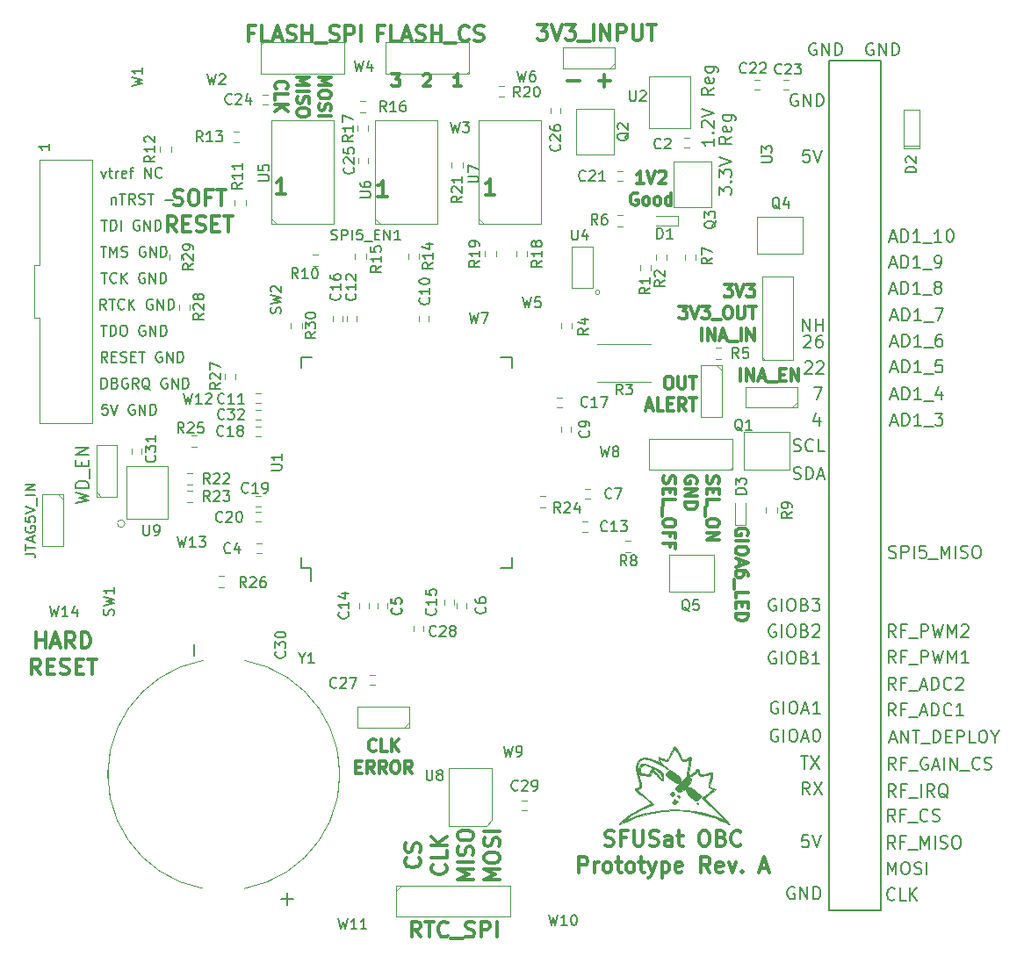
<source format=gbr>
G04 #@! TF.FileFunction,Legend,Top*
%FSLAX46Y46*%
G04 Gerber Fmt 4.6, Leading zero omitted, Abs format (unit mm)*
G04 Created by KiCad (PCBNEW 4.0.4-stable) date Tuesday, July 25, 2017 'PMt' 07:50:50 PM*
%MOMM*%
%LPD*%
G01*
G04 APERTURE LIST*
%ADD10C,0.100000*%
%ADD11C,0.200000*%
%ADD12C,0.300000*%
%ADD13C,0.150000*%
%ADD14C,0.120000*%
%ADD15C,0.050000*%
%ADD16C,0.010000*%
G04 APERTURE END LIST*
D10*
D11*
X106142857Y-66942857D02*
X107342857Y-66657143D01*
X106485714Y-66428572D01*
X107342857Y-66200000D01*
X106142857Y-65914286D01*
X107342857Y-65457143D02*
X106142857Y-65457143D01*
X106142857Y-65171428D01*
X106200000Y-65000000D01*
X106314286Y-64885714D01*
X106428571Y-64828571D01*
X106657143Y-64771428D01*
X106828571Y-64771428D01*
X107057143Y-64828571D01*
X107171429Y-64885714D01*
X107285714Y-65000000D01*
X107342857Y-65171428D01*
X107342857Y-65457143D01*
X107457143Y-64542857D02*
X107457143Y-63628571D01*
X106714286Y-63342857D02*
X106714286Y-62942857D01*
X107342857Y-62771428D02*
X107342857Y-63342857D01*
X106142857Y-63342857D01*
X106142857Y-62771428D01*
X107342857Y-62257143D02*
X106142857Y-62257143D01*
X107342857Y-61571428D01*
X106142857Y-61571428D01*
X168142857Y-37185713D02*
X168142857Y-36442856D01*
X168600000Y-36842856D01*
X168600000Y-36671428D01*
X168657143Y-36557142D01*
X168714286Y-36499999D01*
X168828571Y-36442856D01*
X169114286Y-36442856D01*
X169228571Y-36499999D01*
X169285714Y-36557142D01*
X169342857Y-36671428D01*
X169342857Y-37014285D01*
X169285714Y-37128571D01*
X169228571Y-37185713D01*
X169228571Y-35928571D02*
X169285714Y-35871428D01*
X169342857Y-35928571D01*
X169285714Y-35985714D01*
X169228571Y-35928571D01*
X169342857Y-35928571D01*
X168142857Y-35471427D02*
X168142857Y-34728570D01*
X168600000Y-35128570D01*
X168600000Y-34957142D01*
X168657143Y-34842856D01*
X168714286Y-34785713D01*
X168828571Y-34728570D01*
X169114286Y-34728570D01*
X169228571Y-34785713D01*
X169285714Y-34842856D01*
X169342857Y-34957142D01*
X169342857Y-35299999D01*
X169285714Y-35414285D01*
X169228571Y-35471427D01*
X168142857Y-34385713D02*
X169342857Y-33985713D01*
X168142857Y-33585713D01*
X169342857Y-31585713D02*
X168771429Y-31985713D01*
X169342857Y-32271428D02*
X168142857Y-32271428D01*
X168142857Y-31814285D01*
X168200000Y-31699999D01*
X168257143Y-31642856D01*
X168371429Y-31585713D01*
X168542857Y-31585713D01*
X168657143Y-31642856D01*
X168714286Y-31699999D01*
X168771429Y-31814285D01*
X168771429Y-32271428D01*
X169285714Y-30614285D02*
X169342857Y-30728571D01*
X169342857Y-30957142D01*
X169285714Y-31071428D01*
X169171429Y-31128571D01*
X168714286Y-31128571D01*
X168600000Y-31071428D01*
X168542857Y-30957142D01*
X168542857Y-30728571D01*
X168600000Y-30614285D01*
X168714286Y-30557142D01*
X168828571Y-30557142D01*
X168942857Y-31128571D01*
X168542857Y-29528571D02*
X169514286Y-29528571D01*
X169628571Y-29585714D01*
X169685714Y-29642857D01*
X169742857Y-29757142D01*
X169742857Y-29928571D01*
X169685714Y-30042857D01*
X169285714Y-29528571D02*
X169342857Y-29642857D01*
X169342857Y-29871428D01*
X169285714Y-29985714D01*
X169228571Y-30042857D01*
X169114286Y-30100000D01*
X168771429Y-30100000D01*
X168657143Y-30042857D01*
X168600000Y-29985714D01*
X168542857Y-29871428D01*
X168542857Y-29642857D01*
X168600000Y-29528571D01*
X167642857Y-31742856D02*
X167642857Y-32428571D01*
X167642857Y-32085713D02*
X166442857Y-32085713D01*
X166614286Y-32199999D01*
X166728571Y-32314285D01*
X166785714Y-32428571D01*
X167528571Y-31228571D02*
X167585714Y-31171428D01*
X167642857Y-31228571D01*
X167585714Y-31285714D01*
X167528571Y-31228571D01*
X167642857Y-31228571D01*
X166557143Y-30714285D02*
X166500000Y-30657142D01*
X166442857Y-30542856D01*
X166442857Y-30257142D01*
X166500000Y-30142856D01*
X166557143Y-30085713D01*
X166671429Y-30028570D01*
X166785714Y-30028570D01*
X166957143Y-30085713D01*
X167642857Y-30771427D01*
X167642857Y-30028570D01*
X166442857Y-29685713D02*
X167642857Y-29285713D01*
X166442857Y-28885713D01*
X167642857Y-26885713D02*
X167071429Y-27285713D01*
X167642857Y-27571428D02*
X166442857Y-27571428D01*
X166442857Y-27114285D01*
X166500000Y-26999999D01*
X166557143Y-26942856D01*
X166671429Y-26885713D01*
X166842857Y-26885713D01*
X166957143Y-26942856D01*
X167014286Y-26999999D01*
X167071429Y-27114285D01*
X167071429Y-27571428D01*
X167585714Y-25914285D02*
X167642857Y-26028571D01*
X167642857Y-26257142D01*
X167585714Y-26371428D01*
X167471429Y-26428571D01*
X167014286Y-26428571D01*
X166900000Y-26371428D01*
X166842857Y-26257142D01*
X166842857Y-26028571D01*
X166900000Y-25914285D01*
X167014286Y-25857142D01*
X167128571Y-25857142D01*
X167242857Y-26428571D01*
X166842857Y-24828571D02*
X167814286Y-24828571D01*
X167928571Y-24885714D01*
X167985714Y-24942857D01*
X168042857Y-25057142D01*
X168042857Y-25228571D01*
X167985714Y-25342857D01*
X167585714Y-24828571D02*
X167642857Y-24942857D01*
X167642857Y-25171428D01*
X167585714Y-25285714D01*
X167528571Y-25342857D01*
X167414286Y-25400000D01*
X167071429Y-25400000D01*
X166957143Y-25342857D01*
X166900000Y-25285714D01*
X166842857Y-25171428D01*
X166842857Y-24942857D01*
X166900000Y-24828571D01*
X175414286Y-104000000D02*
X175300000Y-103942857D01*
X175128571Y-103942857D01*
X174957143Y-104000000D01*
X174842857Y-104114286D01*
X174785714Y-104228571D01*
X174728571Y-104457143D01*
X174728571Y-104628571D01*
X174785714Y-104857143D01*
X174842857Y-104971429D01*
X174957143Y-105085714D01*
X175128571Y-105142857D01*
X175242857Y-105142857D01*
X175414286Y-105085714D01*
X175471429Y-105028571D01*
X175471429Y-104628571D01*
X175242857Y-104628571D01*
X175985714Y-105142857D02*
X175985714Y-103942857D01*
X176671429Y-105142857D01*
X176671429Y-103942857D01*
X177242857Y-105142857D02*
X177242857Y-103942857D01*
X177528572Y-103942857D01*
X177700000Y-104000000D01*
X177814286Y-104114286D01*
X177871429Y-104228571D01*
X177928572Y-104457143D01*
X177928572Y-104628571D01*
X177871429Y-104857143D01*
X177814286Y-104971429D01*
X177700000Y-105085714D01*
X177528572Y-105142857D01*
X177242857Y-105142857D01*
X176757143Y-98942857D02*
X176185714Y-98942857D01*
X176128571Y-99514286D01*
X176185714Y-99457143D01*
X176300000Y-99400000D01*
X176585714Y-99400000D01*
X176700000Y-99457143D01*
X176757143Y-99514286D01*
X176814286Y-99628571D01*
X176814286Y-99914286D01*
X176757143Y-100028571D01*
X176700000Y-100085714D01*
X176585714Y-100142857D01*
X176300000Y-100142857D01*
X176185714Y-100085714D01*
X176128571Y-100028571D01*
X177157143Y-98942857D02*
X177557143Y-100142857D01*
X177957143Y-98942857D01*
X176871429Y-95042857D02*
X176471429Y-94471429D01*
X176185714Y-95042857D02*
X176185714Y-93842857D01*
X176642857Y-93842857D01*
X176757143Y-93900000D01*
X176814286Y-93957143D01*
X176871429Y-94071429D01*
X176871429Y-94242857D01*
X176814286Y-94357143D01*
X176757143Y-94414286D01*
X176642857Y-94471429D01*
X176185714Y-94471429D01*
X177271429Y-93842857D02*
X178071429Y-95042857D01*
X178071429Y-93842857D02*
X177271429Y-95042857D01*
X176014286Y-91342857D02*
X176700000Y-91342857D01*
X176357143Y-92542857D02*
X176357143Y-91342857D01*
X176985715Y-91342857D02*
X177785715Y-92542857D01*
X177785715Y-91342857D02*
X176985715Y-92542857D01*
X173814286Y-88800000D02*
X173700000Y-88742857D01*
X173528571Y-88742857D01*
X173357143Y-88800000D01*
X173242857Y-88914286D01*
X173185714Y-89028571D01*
X173128571Y-89257143D01*
X173128571Y-89428571D01*
X173185714Y-89657143D01*
X173242857Y-89771429D01*
X173357143Y-89885714D01*
X173528571Y-89942857D01*
X173642857Y-89942857D01*
X173814286Y-89885714D01*
X173871429Y-89828571D01*
X173871429Y-89428571D01*
X173642857Y-89428571D01*
X174385714Y-89942857D02*
X174385714Y-88742857D01*
X175185715Y-88742857D02*
X175414286Y-88742857D01*
X175528572Y-88800000D01*
X175642858Y-88914286D01*
X175700000Y-89142857D01*
X175700000Y-89542857D01*
X175642858Y-89771429D01*
X175528572Y-89885714D01*
X175414286Y-89942857D01*
X175185715Y-89942857D01*
X175071429Y-89885714D01*
X174957143Y-89771429D01*
X174900000Y-89542857D01*
X174900000Y-89142857D01*
X174957143Y-88914286D01*
X175071429Y-88800000D01*
X175185715Y-88742857D01*
X176157143Y-89600000D02*
X176728572Y-89600000D01*
X176042858Y-89942857D02*
X176442858Y-88742857D01*
X176842858Y-89942857D01*
X177471429Y-88742857D02*
X177585714Y-88742857D01*
X177700000Y-88800000D01*
X177757143Y-88857143D01*
X177814286Y-88971429D01*
X177871429Y-89200000D01*
X177871429Y-89485714D01*
X177814286Y-89714286D01*
X177757143Y-89828571D01*
X177700000Y-89885714D01*
X177585714Y-89942857D01*
X177471429Y-89942857D01*
X177357143Y-89885714D01*
X177300000Y-89828571D01*
X177242857Y-89714286D01*
X177185714Y-89485714D01*
X177185714Y-89200000D01*
X177242857Y-88971429D01*
X177300000Y-88857143D01*
X177357143Y-88800000D01*
X177471429Y-88742857D01*
X173814286Y-86100000D02*
X173700000Y-86042857D01*
X173528571Y-86042857D01*
X173357143Y-86100000D01*
X173242857Y-86214286D01*
X173185714Y-86328571D01*
X173128571Y-86557143D01*
X173128571Y-86728571D01*
X173185714Y-86957143D01*
X173242857Y-87071429D01*
X173357143Y-87185714D01*
X173528571Y-87242857D01*
X173642857Y-87242857D01*
X173814286Y-87185714D01*
X173871429Y-87128571D01*
X173871429Y-86728571D01*
X173642857Y-86728571D01*
X174385714Y-87242857D02*
X174385714Y-86042857D01*
X175185715Y-86042857D02*
X175414286Y-86042857D01*
X175528572Y-86100000D01*
X175642858Y-86214286D01*
X175700000Y-86442857D01*
X175700000Y-86842857D01*
X175642858Y-87071429D01*
X175528572Y-87185714D01*
X175414286Y-87242857D01*
X175185715Y-87242857D01*
X175071429Y-87185714D01*
X174957143Y-87071429D01*
X174900000Y-86842857D01*
X174900000Y-86442857D01*
X174957143Y-86214286D01*
X175071429Y-86100000D01*
X175185715Y-86042857D01*
X176157143Y-86900000D02*
X176728572Y-86900000D01*
X176042858Y-87242857D02*
X176442858Y-86042857D01*
X176842858Y-87242857D01*
X177871429Y-87242857D02*
X177185714Y-87242857D01*
X177528572Y-87242857D02*
X177528572Y-86042857D01*
X177414286Y-86214286D01*
X177300000Y-86328571D01*
X177185714Y-86385714D01*
X173614286Y-81300000D02*
X173500000Y-81242857D01*
X173328571Y-81242857D01*
X173157143Y-81300000D01*
X173042857Y-81414286D01*
X172985714Y-81528571D01*
X172928571Y-81757143D01*
X172928571Y-81928571D01*
X172985714Y-82157143D01*
X173042857Y-82271429D01*
X173157143Y-82385714D01*
X173328571Y-82442857D01*
X173442857Y-82442857D01*
X173614286Y-82385714D01*
X173671429Y-82328571D01*
X173671429Y-81928571D01*
X173442857Y-81928571D01*
X174185714Y-82442857D02*
X174185714Y-81242857D01*
X174985715Y-81242857D02*
X175214286Y-81242857D01*
X175328572Y-81300000D01*
X175442858Y-81414286D01*
X175500000Y-81642857D01*
X175500000Y-82042857D01*
X175442858Y-82271429D01*
X175328572Y-82385714D01*
X175214286Y-82442857D01*
X174985715Y-82442857D01*
X174871429Y-82385714D01*
X174757143Y-82271429D01*
X174700000Y-82042857D01*
X174700000Y-81642857D01*
X174757143Y-81414286D01*
X174871429Y-81300000D01*
X174985715Y-81242857D01*
X176414286Y-81814286D02*
X176585715Y-81871429D01*
X176642858Y-81928571D01*
X176700001Y-82042857D01*
X176700001Y-82214286D01*
X176642858Y-82328571D01*
X176585715Y-82385714D01*
X176471429Y-82442857D01*
X176014286Y-82442857D01*
X176014286Y-81242857D01*
X176414286Y-81242857D01*
X176528572Y-81300000D01*
X176585715Y-81357143D01*
X176642858Y-81471429D01*
X176642858Y-81585714D01*
X176585715Y-81700000D01*
X176528572Y-81757143D01*
X176414286Y-81814286D01*
X176014286Y-81814286D01*
X177842858Y-82442857D02*
X177157143Y-82442857D01*
X177500001Y-82442857D02*
X177500001Y-81242857D01*
X177385715Y-81414286D01*
X177271429Y-81528571D01*
X177157143Y-81585714D01*
X173614286Y-78700000D02*
X173500000Y-78642857D01*
X173328571Y-78642857D01*
X173157143Y-78700000D01*
X173042857Y-78814286D01*
X172985714Y-78928571D01*
X172928571Y-79157143D01*
X172928571Y-79328571D01*
X172985714Y-79557143D01*
X173042857Y-79671429D01*
X173157143Y-79785714D01*
X173328571Y-79842857D01*
X173442857Y-79842857D01*
X173614286Y-79785714D01*
X173671429Y-79728571D01*
X173671429Y-79328571D01*
X173442857Y-79328571D01*
X174185714Y-79842857D02*
X174185714Y-78642857D01*
X174985715Y-78642857D02*
X175214286Y-78642857D01*
X175328572Y-78700000D01*
X175442858Y-78814286D01*
X175500000Y-79042857D01*
X175500000Y-79442857D01*
X175442858Y-79671429D01*
X175328572Y-79785714D01*
X175214286Y-79842857D01*
X174985715Y-79842857D01*
X174871429Y-79785714D01*
X174757143Y-79671429D01*
X174700000Y-79442857D01*
X174700000Y-79042857D01*
X174757143Y-78814286D01*
X174871429Y-78700000D01*
X174985715Y-78642857D01*
X176414286Y-79214286D02*
X176585715Y-79271429D01*
X176642858Y-79328571D01*
X176700001Y-79442857D01*
X176700001Y-79614286D01*
X176642858Y-79728571D01*
X176585715Y-79785714D01*
X176471429Y-79842857D01*
X176014286Y-79842857D01*
X176014286Y-78642857D01*
X176414286Y-78642857D01*
X176528572Y-78700000D01*
X176585715Y-78757143D01*
X176642858Y-78871429D01*
X176642858Y-78985714D01*
X176585715Y-79100000D01*
X176528572Y-79157143D01*
X176414286Y-79214286D01*
X176014286Y-79214286D01*
X177157143Y-78757143D02*
X177214286Y-78700000D01*
X177328572Y-78642857D01*
X177614286Y-78642857D01*
X177728572Y-78700000D01*
X177785715Y-78757143D01*
X177842858Y-78871429D01*
X177842858Y-78985714D01*
X177785715Y-79157143D01*
X177100001Y-79842857D01*
X177842858Y-79842857D01*
X173614286Y-76200000D02*
X173500000Y-76142857D01*
X173328571Y-76142857D01*
X173157143Y-76200000D01*
X173042857Y-76314286D01*
X172985714Y-76428571D01*
X172928571Y-76657143D01*
X172928571Y-76828571D01*
X172985714Y-77057143D01*
X173042857Y-77171429D01*
X173157143Y-77285714D01*
X173328571Y-77342857D01*
X173442857Y-77342857D01*
X173614286Y-77285714D01*
X173671429Y-77228571D01*
X173671429Y-76828571D01*
X173442857Y-76828571D01*
X174185714Y-77342857D02*
X174185714Y-76142857D01*
X174985715Y-76142857D02*
X175214286Y-76142857D01*
X175328572Y-76200000D01*
X175442858Y-76314286D01*
X175500000Y-76542857D01*
X175500000Y-76942857D01*
X175442858Y-77171429D01*
X175328572Y-77285714D01*
X175214286Y-77342857D01*
X174985715Y-77342857D01*
X174871429Y-77285714D01*
X174757143Y-77171429D01*
X174700000Y-76942857D01*
X174700000Y-76542857D01*
X174757143Y-76314286D01*
X174871429Y-76200000D01*
X174985715Y-76142857D01*
X176414286Y-76714286D02*
X176585715Y-76771429D01*
X176642858Y-76828571D01*
X176700001Y-76942857D01*
X176700001Y-77114286D01*
X176642858Y-77228571D01*
X176585715Y-77285714D01*
X176471429Y-77342857D01*
X176014286Y-77342857D01*
X176014286Y-76142857D01*
X176414286Y-76142857D01*
X176528572Y-76200000D01*
X176585715Y-76257143D01*
X176642858Y-76371429D01*
X176642858Y-76485714D01*
X176585715Y-76600000D01*
X176528572Y-76657143D01*
X176414286Y-76714286D01*
X176014286Y-76714286D01*
X177100001Y-76142857D02*
X177842858Y-76142857D01*
X177442858Y-76600000D01*
X177614286Y-76600000D01*
X177728572Y-76657143D01*
X177785715Y-76714286D01*
X177842858Y-76828571D01*
X177842858Y-77114286D01*
X177785715Y-77228571D01*
X177728572Y-77285714D01*
X177614286Y-77342857D01*
X177271429Y-77342857D01*
X177157143Y-77285714D01*
X177100001Y-77228571D01*
X175328571Y-64585714D02*
X175500000Y-64642857D01*
X175785714Y-64642857D01*
X175900000Y-64585714D01*
X175957143Y-64528571D01*
X176014286Y-64414286D01*
X176014286Y-64300000D01*
X175957143Y-64185714D01*
X175900000Y-64128571D01*
X175785714Y-64071429D01*
X175557143Y-64014286D01*
X175442857Y-63957143D01*
X175385714Y-63900000D01*
X175328571Y-63785714D01*
X175328571Y-63671429D01*
X175385714Y-63557143D01*
X175442857Y-63500000D01*
X175557143Y-63442857D01*
X175842857Y-63442857D01*
X176014286Y-63500000D01*
X176528571Y-64642857D02*
X176528571Y-63442857D01*
X176814286Y-63442857D01*
X176985714Y-63500000D01*
X177100000Y-63614286D01*
X177157143Y-63728571D01*
X177214286Y-63957143D01*
X177214286Y-64128571D01*
X177157143Y-64357143D01*
X177100000Y-64471429D01*
X176985714Y-64585714D01*
X176814286Y-64642857D01*
X176528571Y-64642857D01*
X177671428Y-64300000D02*
X178242857Y-64300000D01*
X177557143Y-64642857D02*
X177957143Y-63442857D01*
X178357143Y-64642857D01*
X175328571Y-61885714D02*
X175500000Y-61942857D01*
X175785714Y-61942857D01*
X175900000Y-61885714D01*
X175957143Y-61828571D01*
X176014286Y-61714286D01*
X176014286Y-61600000D01*
X175957143Y-61485714D01*
X175900000Y-61428571D01*
X175785714Y-61371429D01*
X175557143Y-61314286D01*
X175442857Y-61257143D01*
X175385714Y-61200000D01*
X175328571Y-61085714D01*
X175328571Y-60971429D01*
X175385714Y-60857143D01*
X175442857Y-60800000D01*
X175557143Y-60742857D01*
X175842857Y-60742857D01*
X176014286Y-60800000D01*
X177214286Y-61828571D02*
X177157143Y-61885714D01*
X176985714Y-61942857D01*
X176871428Y-61942857D01*
X176700000Y-61885714D01*
X176585714Y-61771429D01*
X176528571Y-61657143D01*
X176471428Y-61428571D01*
X176471428Y-61257143D01*
X176528571Y-61028571D01*
X176585714Y-60914286D01*
X176700000Y-60800000D01*
X176871428Y-60742857D01*
X176985714Y-60742857D01*
X177157143Y-60800000D01*
X177214286Y-60857143D01*
X178300000Y-61942857D02*
X177728571Y-61942857D01*
X177728571Y-60742857D01*
X177800000Y-58642857D02*
X177800000Y-59442857D01*
X177514286Y-58185714D02*
X177228571Y-59042857D01*
X177971429Y-59042857D01*
X177271429Y-55742857D02*
X178071429Y-55742857D01*
X177557143Y-56942857D01*
X176428571Y-53357143D02*
X176485714Y-53300000D01*
X176600000Y-53242857D01*
X176885714Y-53242857D01*
X177000000Y-53300000D01*
X177057143Y-53357143D01*
X177114286Y-53471429D01*
X177114286Y-53585714D01*
X177057143Y-53757143D01*
X176371429Y-54442857D01*
X177114286Y-54442857D01*
X177571428Y-53357143D02*
X177628571Y-53300000D01*
X177742857Y-53242857D01*
X178028571Y-53242857D01*
X178142857Y-53300000D01*
X178200000Y-53357143D01*
X178257143Y-53471429D01*
X178257143Y-53585714D01*
X178200000Y-53757143D01*
X177514286Y-54442857D01*
X178257143Y-54442857D01*
X176185714Y-50342857D02*
X176185714Y-49142857D01*
X176871429Y-50342857D01*
X176871429Y-49142857D01*
X177442857Y-50342857D02*
X177442857Y-49142857D01*
X177442857Y-49714286D02*
X178128572Y-49714286D01*
X178128572Y-50342857D02*
X178128572Y-49142857D01*
X176328571Y-50857143D02*
X176385714Y-50800000D01*
X176500000Y-50742857D01*
X176785714Y-50742857D01*
X176900000Y-50800000D01*
X176957143Y-50857143D01*
X177014286Y-50971429D01*
X177014286Y-51085714D01*
X176957143Y-51257143D01*
X176271429Y-51942857D01*
X177014286Y-51942857D01*
X178042857Y-50742857D02*
X177814286Y-50742857D01*
X177700000Y-50800000D01*
X177642857Y-50857143D01*
X177528571Y-51028571D01*
X177471428Y-51257143D01*
X177471428Y-51714286D01*
X177528571Y-51828571D01*
X177585714Y-51885714D01*
X177700000Y-51942857D01*
X177928571Y-51942857D01*
X178042857Y-51885714D01*
X178100000Y-51828571D01*
X178157143Y-51714286D01*
X178157143Y-51428571D01*
X178100000Y-51314286D01*
X178042857Y-51257143D01*
X177928571Y-51200000D01*
X177700000Y-51200000D01*
X177585714Y-51257143D01*
X177528571Y-51314286D01*
X177471428Y-51428571D01*
X176857143Y-32842857D02*
X176285714Y-32842857D01*
X176228571Y-33414286D01*
X176285714Y-33357143D01*
X176400000Y-33300000D01*
X176685714Y-33300000D01*
X176800000Y-33357143D01*
X176857143Y-33414286D01*
X176914286Y-33528571D01*
X176914286Y-33814286D01*
X176857143Y-33928571D01*
X176800000Y-33985714D01*
X176685714Y-34042857D01*
X176400000Y-34042857D01*
X176285714Y-33985714D01*
X176228571Y-33928571D01*
X177257143Y-32842857D02*
X177657143Y-34042857D01*
X178057143Y-32842857D01*
X175714286Y-27500000D02*
X175600000Y-27442857D01*
X175428571Y-27442857D01*
X175257143Y-27500000D01*
X175142857Y-27614286D01*
X175085714Y-27728571D01*
X175028571Y-27957143D01*
X175028571Y-28128571D01*
X175085714Y-28357143D01*
X175142857Y-28471429D01*
X175257143Y-28585714D01*
X175428571Y-28642857D01*
X175542857Y-28642857D01*
X175714286Y-28585714D01*
X175771429Y-28528571D01*
X175771429Y-28128571D01*
X175542857Y-28128571D01*
X176285714Y-28642857D02*
X176285714Y-27442857D01*
X176971429Y-28642857D01*
X176971429Y-27442857D01*
X177542857Y-28642857D02*
X177542857Y-27442857D01*
X177828572Y-27442857D01*
X178000000Y-27500000D01*
X178114286Y-27614286D01*
X178171429Y-27728571D01*
X178228572Y-27957143D01*
X178228572Y-28128571D01*
X178171429Y-28357143D01*
X178114286Y-28471429D01*
X178000000Y-28585714D01*
X177828572Y-28642857D01*
X177542857Y-28642857D01*
X177514286Y-22600000D02*
X177400000Y-22542857D01*
X177228571Y-22542857D01*
X177057143Y-22600000D01*
X176942857Y-22714286D01*
X176885714Y-22828571D01*
X176828571Y-23057143D01*
X176828571Y-23228571D01*
X176885714Y-23457143D01*
X176942857Y-23571429D01*
X177057143Y-23685714D01*
X177228571Y-23742857D01*
X177342857Y-23742857D01*
X177514286Y-23685714D01*
X177571429Y-23628571D01*
X177571429Y-23228571D01*
X177342857Y-23228571D01*
X178085714Y-23742857D02*
X178085714Y-22542857D01*
X178771429Y-23742857D01*
X178771429Y-22542857D01*
X179342857Y-23742857D02*
X179342857Y-22542857D01*
X179628572Y-22542857D01*
X179800000Y-22600000D01*
X179914286Y-22714286D01*
X179971429Y-22828571D01*
X180028572Y-23057143D01*
X180028572Y-23228571D01*
X179971429Y-23457143D01*
X179914286Y-23571429D01*
X179800000Y-23685714D01*
X179628572Y-23742857D01*
X179342857Y-23742857D01*
X183000001Y-22600000D02*
X182885715Y-22542857D01*
X182714286Y-22542857D01*
X182542858Y-22600000D01*
X182428572Y-22714286D01*
X182371429Y-22828571D01*
X182314286Y-23057143D01*
X182314286Y-23228571D01*
X182371429Y-23457143D01*
X182428572Y-23571429D01*
X182542858Y-23685714D01*
X182714286Y-23742857D01*
X182828572Y-23742857D01*
X183000001Y-23685714D01*
X183057144Y-23628571D01*
X183057144Y-23228571D01*
X182828572Y-23228571D01*
X183571429Y-23742857D02*
X183571429Y-22542857D01*
X184257144Y-23742857D01*
X184257144Y-22542857D01*
X184828572Y-23742857D02*
X184828572Y-22542857D01*
X185114287Y-22542857D01*
X185285715Y-22600000D01*
X185400001Y-22714286D01*
X185457144Y-22828571D01*
X185514287Y-23057143D01*
X185514287Y-23228571D01*
X185457144Y-23457143D01*
X185400001Y-23571429D01*
X185285715Y-23685714D01*
X185114287Y-23742857D01*
X184828572Y-23742857D01*
X184628571Y-41400000D02*
X185200000Y-41400000D01*
X184514286Y-41742857D02*
X184914286Y-40542857D01*
X185314286Y-41742857D01*
X185714285Y-41742857D02*
X185714285Y-40542857D01*
X186000000Y-40542857D01*
X186171428Y-40600000D01*
X186285714Y-40714286D01*
X186342857Y-40828571D01*
X186400000Y-41057143D01*
X186400000Y-41228571D01*
X186342857Y-41457143D01*
X186285714Y-41571429D01*
X186171428Y-41685714D01*
X186000000Y-41742857D01*
X185714285Y-41742857D01*
X187542857Y-41742857D02*
X186857142Y-41742857D01*
X187200000Y-41742857D02*
X187200000Y-40542857D01*
X187085714Y-40714286D01*
X186971428Y-40828571D01*
X186857142Y-40885714D01*
X187771428Y-41857143D02*
X188685714Y-41857143D01*
X189600000Y-41742857D02*
X188914285Y-41742857D01*
X189257143Y-41742857D02*
X189257143Y-40542857D01*
X189142857Y-40714286D01*
X189028571Y-40828571D01*
X188914285Y-40885714D01*
X190342857Y-40542857D02*
X190457142Y-40542857D01*
X190571428Y-40600000D01*
X190628571Y-40657143D01*
X190685714Y-40771429D01*
X190742857Y-41000000D01*
X190742857Y-41285714D01*
X190685714Y-41514286D01*
X190628571Y-41628571D01*
X190571428Y-41685714D01*
X190457142Y-41742857D01*
X190342857Y-41742857D01*
X190228571Y-41685714D01*
X190171428Y-41628571D01*
X190114285Y-41514286D01*
X190057142Y-41285714D01*
X190057142Y-41000000D01*
X190114285Y-40771429D01*
X190171428Y-40657143D01*
X190228571Y-40600000D01*
X190342857Y-40542857D01*
X184628571Y-43900000D02*
X185200000Y-43900000D01*
X184514286Y-44242857D02*
X184914286Y-43042857D01*
X185314286Y-44242857D01*
X185714285Y-44242857D02*
X185714285Y-43042857D01*
X186000000Y-43042857D01*
X186171428Y-43100000D01*
X186285714Y-43214286D01*
X186342857Y-43328571D01*
X186400000Y-43557143D01*
X186400000Y-43728571D01*
X186342857Y-43957143D01*
X186285714Y-44071429D01*
X186171428Y-44185714D01*
X186000000Y-44242857D01*
X185714285Y-44242857D01*
X187542857Y-44242857D02*
X186857142Y-44242857D01*
X187200000Y-44242857D02*
X187200000Y-43042857D01*
X187085714Y-43214286D01*
X186971428Y-43328571D01*
X186857142Y-43385714D01*
X187771428Y-44357143D02*
X188685714Y-44357143D01*
X189028571Y-44242857D02*
X189257143Y-44242857D01*
X189371428Y-44185714D01*
X189428571Y-44128571D01*
X189542857Y-43957143D01*
X189600000Y-43728571D01*
X189600000Y-43271429D01*
X189542857Y-43157143D01*
X189485714Y-43100000D01*
X189371428Y-43042857D01*
X189142857Y-43042857D01*
X189028571Y-43100000D01*
X188971428Y-43157143D01*
X188914285Y-43271429D01*
X188914285Y-43557143D01*
X188971428Y-43671429D01*
X189028571Y-43728571D01*
X189142857Y-43785714D01*
X189371428Y-43785714D01*
X189485714Y-43728571D01*
X189542857Y-43671429D01*
X189600000Y-43557143D01*
X184628571Y-46400000D02*
X185200000Y-46400000D01*
X184514286Y-46742857D02*
X184914286Y-45542857D01*
X185314286Y-46742857D01*
X185714285Y-46742857D02*
X185714285Y-45542857D01*
X186000000Y-45542857D01*
X186171428Y-45600000D01*
X186285714Y-45714286D01*
X186342857Y-45828571D01*
X186400000Y-46057143D01*
X186400000Y-46228571D01*
X186342857Y-46457143D01*
X186285714Y-46571429D01*
X186171428Y-46685714D01*
X186000000Y-46742857D01*
X185714285Y-46742857D01*
X187542857Y-46742857D02*
X186857142Y-46742857D01*
X187200000Y-46742857D02*
X187200000Y-45542857D01*
X187085714Y-45714286D01*
X186971428Y-45828571D01*
X186857142Y-45885714D01*
X187771428Y-46857143D02*
X188685714Y-46857143D01*
X189142857Y-46057143D02*
X189028571Y-46000000D01*
X188971428Y-45942857D01*
X188914285Y-45828571D01*
X188914285Y-45771429D01*
X188971428Y-45657143D01*
X189028571Y-45600000D01*
X189142857Y-45542857D01*
X189371428Y-45542857D01*
X189485714Y-45600000D01*
X189542857Y-45657143D01*
X189600000Y-45771429D01*
X189600000Y-45828571D01*
X189542857Y-45942857D01*
X189485714Y-46000000D01*
X189371428Y-46057143D01*
X189142857Y-46057143D01*
X189028571Y-46114286D01*
X188971428Y-46171429D01*
X188914285Y-46285714D01*
X188914285Y-46514286D01*
X188971428Y-46628571D01*
X189028571Y-46685714D01*
X189142857Y-46742857D01*
X189371428Y-46742857D01*
X189485714Y-46685714D01*
X189542857Y-46628571D01*
X189600000Y-46514286D01*
X189600000Y-46285714D01*
X189542857Y-46171429D01*
X189485714Y-46114286D01*
X189371428Y-46057143D01*
X184728571Y-49000000D02*
X185300000Y-49000000D01*
X184614286Y-49342857D02*
X185014286Y-48142857D01*
X185414286Y-49342857D01*
X185814285Y-49342857D02*
X185814285Y-48142857D01*
X186100000Y-48142857D01*
X186271428Y-48200000D01*
X186385714Y-48314286D01*
X186442857Y-48428571D01*
X186500000Y-48657143D01*
X186500000Y-48828571D01*
X186442857Y-49057143D01*
X186385714Y-49171429D01*
X186271428Y-49285714D01*
X186100000Y-49342857D01*
X185814285Y-49342857D01*
X187642857Y-49342857D02*
X186957142Y-49342857D01*
X187300000Y-49342857D02*
X187300000Y-48142857D01*
X187185714Y-48314286D01*
X187071428Y-48428571D01*
X186957142Y-48485714D01*
X187871428Y-49457143D02*
X188785714Y-49457143D01*
X188957143Y-48142857D02*
X189757143Y-48142857D01*
X189242857Y-49342857D01*
X184728571Y-51500000D02*
X185300000Y-51500000D01*
X184614286Y-51842857D02*
X185014286Y-50642857D01*
X185414286Y-51842857D01*
X185814285Y-51842857D02*
X185814285Y-50642857D01*
X186100000Y-50642857D01*
X186271428Y-50700000D01*
X186385714Y-50814286D01*
X186442857Y-50928571D01*
X186500000Y-51157143D01*
X186500000Y-51328571D01*
X186442857Y-51557143D01*
X186385714Y-51671429D01*
X186271428Y-51785714D01*
X186100000Y-51842857D01*
X185814285Y-51842857D01*
X187642857Y-51842857D02*
X186957142Y-51842857D01*
X187300000Y-51842857D02*
X187300000Y-50642857D01*
X187185714Y-50814286D01*
X187071428Y-50928571D01*
X186957142Y-50985714D01*
X187871428Y-51957143D02*
X188785714Y-51957143D01*
X189585714Y-50642857D02*
X189357143Y-50642857D01*
X189242857Y-50700000D01*
X189185714Y-50757143D01*
X189071428Y-50928571D01*
X189014285Y-51157143D01*
X189014285Y-51614286D01*
X189071428Y-51728571D01*
X189128571Y-51785714D01*
X189242857Y-51842857D01*
X189471428Y-51842857D01*
X189585714Y-51785714D01*
X189642857Y-51728571D01*
X189700000Y-51614286D01*
X189700000Y-51328571D01*
X189642857Y-51214286D01*
X189585714Y-51157143D01*
X189471428Y-51100000D01*
X189242857Y-51100000D01*
X189128571Y-51157143D01*
X189071428Y-51214286D01*
X189014285Y-51328571D01*
X184728571Y-54000000D02*
X185300000Y-54000000D01*
X184614286Y-54342857D02*
X185014286Y-53142857D01*
X185414286Y-54342857D01*
X185814285Y-54342857D02*
X185814285Y-53142857D01*
X186100000Y-53142857D01*
X186271428Y-53200000D01*
X186385714Y-53314286D01*
X186442857Y-53428571D01*
X186500000Y-53657143D01*
X186500000Y-53828571D01*
X186442857Y-54057143D01*
X186385714Y-54171429D01*
X186271428Y-54285714D01*
X186100000Y-54342857D01*
X185814285Y-54342857D01*
X187642857Y-54342857D02*
X186957142Y-54342857D01*
X187300000Y-54342857D02*
X187300000Y-53142857D01*
X187185714Y-53314286D01*
X187071428Y-53428571D01*
X186957142Y-53485714D01*
X187871428Y-54457143D02*
X188785714Y-54457143D01*
X189642857Y-53142857D02*
X189071428Y-53142857D01*
X189014285Y-53714286D01*
X189071428Y-53657143D01*
X189185714Y-53600000D01*
X189471428Y-53600000D01*
X189585714Y-53657143D01*
X189642857Y-53714286D01*
X189700000Y-53828571D01*
X189700000Y-54114286D01*
X189642857Y-54228571D01*
X189585714Y-54285714D01*
X189471428Y-54342857D01*
X189185714Y-54342857D01*
X189071428Y-54285714D01*
X189014285Y-54228571D01*
X184728571Y-56600000D02*
X185300000Y-56600000D01*
X184614286Y-56942857D02*
X185014286Y-55742857D01*
X185414286Y-56942857D01*
X185814285Y-56942857D02*
X185814285Y-55742857D01*
X186100000Y-55742857D01*
X186271428Y-55800000D01*
X186385714Y-55914286D01*
X186442857Y-56028571D01*
X186500000Y-56257143D01*
X186500000Y-56428571D01*
X186442857Y-56657143D01*
X186385714Y-56771429D01*
X186271428Y-56885714D01*
X186100000Y-56942857D01*
X185814285Y-56942857D01*
X187642857Y-56942857D02*
X186957142Y-56942857D01*
X187300000Y-56942857D02*
X187300000Y-55742857D01*
X187185714Y-55914286D01*
X187071428Y-56028571D01*
X186957142Y-56085714D01*
X187871428Y-57057143D02*
X188785714Y-57057143D01*
X189585714Y-56142857D02*
X189585714Y-56942857D01*
X189300000Y-55685714D02*
X189014285Y-56542857D01*
X189757143Y-56542857D01*
X184728571Y-59100000D02*
X185300000Y-59100000D01*
X184614286Y-59442857D02*
X185014286Y-58242857D01*
X185414286Y-59442857D01*
X185814285Y-59442857D02*
X185814285Y-58242857D01*
X186100000Y-58242857D01*
X186271428Y-58300000D01*
X186385714Y-58414286D01*
X186442857Y-58528571D01*
X186500000Y-58757143D01*
X186500000Y-58928571D01*
X186442857Y-59157143D01*
X186385714Y-59271429D01*
X186271428Y-59385714D01*
X186100000Y-59442857D01*
X185814285Y-59442857D01*
X187642857Y-59442857D02*
X186957142Y-59442857D01*
X187300000Y-59442857D02*
X187300000Y-58242857D01*
X187185714Y-58414286D01*
X187071428Y-58528571D01*
X186957142Y-58585714D01*
X187871428Y-59557143D02*
X188785714Y-59557143D01*
X188957143Y-58242857D02*
X189700000Y-58242857D01*
X189300000Y-58700000D01*
X189471428Y-58700000D01*
X189585714Y-58757143D01*
X189642857Y-58814286D01*
X189700000Y-58928571D01*
X189700000Y-59214286D01*
X189642857Y-59328571D01*
X189585714Y-59385714D01*
X189471428Y-59442857D01*
X189128571Y-59442857D01*
X189014285Y-59385714D01*
X188957143Y-59328571D01*
X184528571Y-72185714D02*
X184700000Y-72242857D01*
X184985714Y-72242857D01*
X185100000Y-72185714D01*
X185157143Y-72128571D01*
X185214286Y-72014286D01*
X185214286Y-71900000D01*
X185157143Y-71785714D01*
X185100000Y-71728571D01*
X184985714Y-71671429D01*
X184757143Y-71614286D01*
X184642857Y-71557143D01*
X184585714Y-71500000D01*
X184528571Y-71385714D01*
X184528571Y-71271429D01*
X184585714Y-71157143D01*
X184642857Y-71100000D01*
X184757143Y-71042857D01*
X185042857Y-71042857D01*
X185214286Y-71100000D01*
X185728571Y-72242857D02*
X185728571Y-71042857D01*
X186185714Y-71042857D01*
X186300000Y-71100000D01*
X186357143Y-71157143D01*
X186414286Y-71271429D01*
X186414286Y-71442857D01*
X186357143Y-71557143D01*
X186300000Y-71614286D01*
X186185714Y-71671429D01*
X185728571Y-71671429D01*
X186928571Y-72242857D02*
X186928571Y-71042857D01*
X188071429Y-71042857D02*
X187500000Y-71042857D01*
X187442857Y-71614286D01*
X187500000Y-71557143D01*
X187614286Y-71500000D01*
X187900000Y-71500000D01*
X188014286Y-71557143D01*
X188071429Y-71614286D01*
X188128572Y-71728571D01*
X188128572Y-72014286D01*
X188071429Y-72128571D01*
X188014286Y-72185714D01*
X187900000Y-72242857D01*
X187614286Y-72242857D01*
X187500000Y-72185714D01*
X187442857Y-72128571D01*
X188357143Y-72357143D02*
X189271429Y-72357143D01*
X189557143Y-72242857D02*
X189557143Y-71042857D01*
X189957143Y-71900000D01*
X190357143Y-71042857D01*
X190357143Y-72242857D01*
X190928572Y-72242857D02*
X190928572Y-71042857D01*
X191442858Y-72185714D02*
X191614287Y-72242857D01*
X191900001Y-72242857D01*
X192014287Y-72185714D01*
X192071430Y-72128571D01*
X192128573Y-72014286D01*
X192128573Y-71900000D01*
X192071430Y-71785714D01*
X192014287Y-71728571D01*
X191900001Y-71671429D01*
X191671430Y-71614286D01*
X191557144Y-71557143D01*
X191500001Y-71500000D01*
X191442858Y-71385714D01*
X191442858Y-71271429D01*
X191500001Y-71157143D01*
X191557144Y-71100000D01*
X191671430Y-71042857D01*
X191957144Y-71042857D01*
X192128573Y-71100000D01*
X192871430Y-71042857D02*
X193100001Y-71042857D01*
X193214287Y-71100000D01*
X193328573Y-71214286D01*
X193385715Y-71442857D01*
X193385715Y-71842857D01*
X193328573Y-72071429D01*
X193214287Y-72185714D01*
X193100001Y-72242857D01*
X192871430Y-72242857D01*
X192757144Y-72185714D01*
X192642858Y-72071429D01*
X192585715Y-71842857D01*
X192585715Y-71442857D01*
X192642858Y-71214286D01*
X192757144Y-71100000D01*
X192871430Y-71042857D01*
X185171429Y-79842857D02*
X184771429Y-79271429D01*
X184485714Y-79842857D02*
X184485714Y-78642857D01*
X184942857Y-78642857D01*
X185057143Y-78700000D01*
X185114286Y-78757143D01*
X185171429Y-78871429D01*
X185171429Y-79042857D01*
X185114286Y-79157143D01*
X185057143Y-79214286D01*
X184942857Y-79271429D01*
X184485714Y-79271429D01*
X186085714Y-79214286D02*
X185685714Y-79214286D01*
X185685714Y-79842857D02*
X185685714Y-78642857D01*
X186257143Y-78642857D01*
X186428571Y-79957143D02*
X187342857Y-79957143D01*
X187628571Y-79842857D02*
X187628571Y-78642857D01*
X188085714Y-78642857D01*
X188200000Y-78700000D01*
X188257143Y-78757143D01*
X188314286Y-78871429D01*
X188314286Y-79042857D01*
X188257143Y-79157143D01*
X188200000Y-79214286D01*
X188085714Y-79271429D01*
X187628571Y-79271429D01*
X188714286Y-78642857D02*
X189000000Y-79842857D01*
X189228571Y-78985714D01*
X189457143Y-79842857D01*
X189742857Y-78642857D01*
X190200000Y-79842857D02*
X190200000Y-78642857D01*
X190600000Y-79500000D01*
X191000000Y-78642857D01*
X191000000Y-79842857D01*
X191514286Y-78757143D02*
X191571429Y-78700000D01*
X191685715Y-78642857D01*
X191971429Y-78642857D01*
X192085715Y-78700000D01*
X192142858Y-78757143D01*
X192200001Y-78871429D01*
X192200001Y-78985714D01*
X192142858Y-79157143D01*
X191457144Y-79842857D01*
X192200001Y-79842857D01*
X185171429Y-82342857D02*
X184771429Y-81771429D01*
X184485714Y-82342857D02*
X184485714Y-81142857D01*
X184942857Y-81142857D01*
X185057143Y-81200000D01*
X185114286Y-81257143D01*
X185171429Y-81371429D01*
X185171429Y-81542857D01*
X185114286Y-81657143D01*
X185057143Y-81714286D01*
X184942857Y-81771429D01*
X184485714Y-81771429D01*
X186085714Y-81714286D02*
X185685714Y-81714286D01*
X185685714Y-82342857D02*
X185685714Y-81142857D01*
X186257143Y-81142857D01*
X186428571Y-82457143D02*
X187342857Y-82457143D01*
X187628571Y-82342857D02*
X187628571Y-81142857D01*
X188085714Y-81142857D01*
X188200000Y-81200000D01*
X188257143Y-81257143D01*
X188314286Y-81371429D01*
X188314286Y-81542857D01*
X188257143Y-81657143D01*
X188200000Y-81714286D01*
X188085714Y-81771429D01*
X187628571Y-81771429D01*
X188714286Y-81142857D02*
X189000000Y-82342857D01*
X189228571Y-81485714D01*
X189457143Y-82342857D01*
X189742857Y-81142857D01*
X190200000Y-82342857D02*
X190200000Y-81142857D01*
X190600000Y-82000000D01*
X191000000Y-81142857D01*
X191000000Y-82342857D01*
X192200001Y-82342857D02*
X191514286Y-82342857D01*
X191857144Y-82342857D02*
X191857144Y-81142857D01*
X191742858Y-81314286D01*
X191628572Y-81428571D01*
X191514286Y-81485714D01*
X185171429Y-84942857D02*
X184771429Y-84371429D01*
X184485714Y-84942857D02*
X184485714Y-83742857D01*
X184942857Y-83742857D01*
X185057143Y-83800000D01*
X185114286Y-83857143D01*
X185171429Y-83971429D01*
X185171429Y-84142857D01*
X185114286Y-84257143D01*
X185057143Y-84314286D01*
X184942857Y-84371429D01*
X184485714Y-84371429D01*
X186085714Y-84314286D02*
X185685714Y-84314286D01*
X185685714Y-84942857D02*
X185685714Y-83742857D01*
X186257143Y-83742857D01*
X186428571Y-85057143D02*
X187342857Y-85057143D01*
X187571428Y-84600000D02*
X188142857Y-84600000D01*
X187457143Y-84942857D02*
X187857143Y-83742857D01*
X188257143Y-84942857D01*
X188657142Y-84942857D02*
X188657142Y-83742857D01*
X188942857Y-83742857D01*
X189114285Y-83800000D01*
X189228571Y-83914286D01*
X189285714Y-84028571D01*
X189342857Y-84257143D01*
X189342857Y-84428571D01*
X189285714Y-84657143D01*
X189228571Y-84771429D01*
X189114285Y-84885714D01*
X188942857Y-84942857D01*
X188657142Y-84942857D01*
X190542857Y-84828571D02*
X190485714Y-84885714D01*
X190314285Y-84942857D01*
X190199999Y-84942857D01*
X190028571Y-84885714D01*
X189914285Y-84771429D01*
X189857142Y-84657143D01*
X189799999Y-84428571D01*
X189799999Y-84257143D01*
X189857142Y-84028571D01*
X189914285Y-83914286D01*
X190028571Y-83800000D01*
X190199999Y-83742857D01*
X190314285Y-83742857D01*
X190485714Y-83800000D01*
X190542857Y-83857143D01*
X190999999Y-83857143D02*
X191057142Y-83800000D01*
X191171428Y-83742857D01*
X191457142Y-83742857D01*
X191571428Y-83800000D01*
X191628571Y-83857143D01*
X191685714Y-83971429D01*
X191685714Y-84085714D01*
X191628571Y-84257143D01*
X190942857Y-84942857D01*
X191685714Y-84942857D01*
X185171429Y-87442857D02*
X184771429Y-86871429D01*
X184485714Y-87442857D02*
X184485714Y-86242857D01*
X184942857Y-86242857D01*
X185057143Y-86300000D01*
X185114286Y-86357143D01*
X185171429Y-86471429D01*
X185171429Y-86642857D01*
X185114286Y-86757143D01*
X185057143Y-86814286D01*
X184942857Y-86871429D01*
X184485714Y-86871429D01*
X186085714Y-86814286D02*
X185685714Y-86814286D01*
X185685714Y-87442857D02*
X185685714Y-86242857D01*
X186257143Y-86242857D01*
X186428571Y-87557143D02*
X187342857Y-87557143D01*
X187571428Y-87100000D02*
X188142857Y-87100000D01*
X187457143Y-87442857D02*
X187857143Y-86242857D01*
X188257143Y-87442857D01*
X188657142Y-87442857D02*
X188657142Y-86242857D01*
X188942857Y-86242857D01*
X189114285Y-86300000D01*
X189228571Y-86414286D01*
X189285714Y-86528571D01*
X189342857Y-86757143D01*
X189342857Y-86928571D01*
X189285714Y-87157143D01*
X189228571Y-87271429D01*
X189114285Y-87385714D01*
X188942857Y-87442857D01*
X188657142Y-87442857D01*
X190542857Y-87328571D02*
X190485714Y-87385714D01*
X190314285Y-87442857D01*
X190199999Y-87442857D01*
X190028571Y-87385714D01*
X189914285Y-87271429D01*
X189857142Y-87157143D01*
X189799999Y-86928571D01*
X189799999Y-86757143D01*
X189857142Y-86528571D01*
X189914285Y-86414286D01*
X190028571Y-86300000D01*
X190199999Y-86242857D01*
X190314285Y-86242857D01*
X190485714Y-86300000D01*
X190542857Y-86357143D01*
X191685714Y-87442857D02*
X190999999Y-87442857D01*
X191342857Y-87442857D02*
X191342857Y-86242857D01*
X191228571Y-86414286D01*
X191114285Y-86528571D01*
X190999999Y-86585714D01*
X184628571Y-89700000D02*
X185200000Y-89700000D01*
X184514286Y-90042857D02*
X184914286Y-88842857D01*
X185314286Y-90042857D01*
X185714285Y-90042857D02*
X185714285Y-88842857D01*
X186400000Y-90042857D01*
X186400000Y-88842857D01*
X186800000Y-88842857D02*
X187485714Y-88842857D01*
X187142857Y-90042857D02*
X187142857Y-88842857D01*
X187600000Y-90157143D02*
X188514286Y-90157143D01*
X188800000Y-90042857D02*
X188800000Y-88842857D01*
X189085715Y-88842857D01*
X189257143Y-88900000D01*
X189371429Y-89014286D01*
X189428572Y-89128571D01*
X189485715Y-89357143D01*
X189485715Y-89528571D01*
X189428572Y-89757143D01*
X189371429Y-89871429D01*
X189257143Y-89985714D01*
X189085715Y-90042857D01*
X188800000Y-90042857D01*
X190000000Y-89414286D02*
X190400000Y-89414286D01*
X190571429Y-90042857D02*
X190000000Y-90042857D01*
X190000000Y-88842857D01*
X190571429Y-88842857D01*
X191085714Y-90042857D02*
X191085714Y-88842857D01*
X191542857Y-88842857D01*
X191657143Y-88900000D01*
X191714286Y-88957143D01*
X191771429Y-89071429D01*
X191771429Y-89242857D01*
X191714286Y-89357143D01*
X191657143Y-89414286D01*
X191542857Y-89471429D01*
X191085714Y-89471429D01*
X192857143Y-90042857D02*
X192285714Y-90042857D01*
X192285714Y-88842857D01*
X193485715Y-88842857D02*
X193714286Y-88842857D01*
X193828572Y-88900000D01*
X193942858Y-89014286D01*
X194000000Y-89242857D01*
X194000000Y-89642857D01*
X193942858Y-89871429D01*
X193828572Y-89985714D01*
X193714286Y-90042857D01*
X193485715Y-90042857D01*
X193371429Y-89985714D01*
X193257143Y-89871429D01*
X193200000Y-89642857D01*
X193200000Y-89242857D01*
X193257143Y-89014286D01*
X193371429Y-88900000D01*
X193485715Y-88842857D01*
X194742858Y-89471429D02*
X194742858Y-90042857D01*
X194342858Y-88842857D02*
X194742858Y-89471429D01*
X195142858Y-88842857D01*
X185171429Y-92642857D02*
X184771429Y-92071429D01*
X184485714Y-92642857D02*
X184485714Y-91442857D01*
X184942857Y-91442857D01*
X185057143Y-91500000D01*
X185114286Y-91557143D01*
X185171429Y-91671429D01*
X185171429Y-91842857D01*
X185114286Y-91957143D01*
X185057143Y-92014286D01*
X184942857Y-92071429D01*
X184485714Y-92071429D01*
X186085714Y-92014286D02*
X185685714Y-92014286D01*
X185685714Y-92642857D02*
X185685714Y-91442857D01*
X186257143Y-91442857D01*
X186428571Y-92757143D02*
X187342857Y-92757143D01*
X188257143Y-91500000D02*
X188142857Y-91442857D01*
X187971428Y-91442857D01*
X187800000Y-91500000D01*
X187685714Y-91614286D01*
X187628571Y-91728571D01*
X187571428Y-91957143D01*
X187571428Y-92128571D01*
X187628571Y-92357143D01*
X187685714Y-92471429D01*
X187800000Y-92585714D01*
X187971428Y-92642857D01*
X188085714Y-92642857D01*
X188257143Y-92585714D01*
X188314286Y-92528571D01*
X188314286Y-92128571D01*
X188085714Y-92128571D01*
X188771428Y-92300000D02*
X189342857Y-92300000D01*
X188657143Y-92642857D02*
X189057143Y-91442857D01*
X189457143Y-92642857D01*
X189857142Y-92642857D02*
X189857142Y-91442857D01*
X190428571Y-92642857D02*
X190428571Y-91442857D01*
X191114286Y-92642857D01*
X191114286Y-91442857D01*
X191400000Y-92757143D02*
X192314286Y-92757143D01*
X193285715Y-92528571D02*
X193228572Y-92585714D01*
X193057143Y-92642857D01*
X192942857Y-92642857D01*
X192771429Y-92585714D01*
X192657143Y-92471429D01*
X192600000Y-92357143D01*
X192542857Y-92128571D01*
X192542857Y-91957143D01*
X192600000Y-91728571D01*
X192657143Y-91614286D01*
X192771429Y-91500000D01*
X192942857Y-91442857D01*
X193057143Y-91442857D01*
X193228572Y-91500000D01*
X193285715Y-91557143D01*
X193742857Y-92585714D02*
X193914286Y-92642857D01*
X194200000Y-92642857D01*
X194314286Y-92585714D01*
X194371429Y-92528571D01*
X194428572Y-92414286D01*
X194428572Y-92300000D01*
X194371429Y-92185714D01*
X194314286Y-92128571D01*
X194200000Y-92071429D01*
X193971429Y-92014286D01*
X193857143Y-91957143D01*
X193800000Y-91900000D01*
X193742857Y-91785714D01*
X193742857Y-91671429D01*
X193800000Y-91557143D01*
X193857143Y-91500000D01*
X193971429Y-91442857D01*
X194257143Y-91442857D01*
X194428572Y-91500000D01*
X185171429Y-95242857D02*
X184771429Y-94671429D01*
X184485714Y-95242857D02*
X184485714Y-94042857D01*
X184942857Y-94042857D01*
X185057143Y-94100000D01*
X185114286Y-94157143D01*
X185171429Y-94271429D01*
X185171429Y-94442857D01*
X185114286Y-94557143D01*
X185057143Y-94614286D01*
X184942857Y-94671429D01*
X184485714Y-94671429D01*
X186085714Y-94614286D02*
X185685714Y-94614286D01*
X185685714Y-95242857D02*
X185685714Y-94042857D01*
X186257143Y-94042857D01*
X186428571Y-95357143D02*
X187342857Y-95357143D01*
X187628571Y-95242857D02*
X187628571Y-94042857D01*
X188885715Y-95242857D02*
X188485715Y-94671429D01*
X188200000Y-95242857D02*
X188200000Y-94042857D01*
X188657143Y-94042857D01*
X188771429Y-94100000D01*
X188828572Y-94157143D01*
X188885715Y-94271429D01*
X188885715Y-94442857D01*
X188828572Y-94557143D01*
X188771429Y-94614286D01*
X188657143Y-94671429D01*
X188200000Y-94671429D01*
X190200000Y-95357143D02*
X190085715Y-95300000D01*
X189971429Y-95185714D01*
X189800000Y-95014286D01*
X189685715Y-94957143D01*
X189571429Y-94957143D01*
X189628572Y-95242857D02*
X189514286Y-95185714D01*
X189400000Y-95071429D01*
X189342857Y-94842857D01*
X189342857Y-94442857D01*
X189400000Y-94214286D01*
X189514286Y-94100000D01*
X189628572Y-94042857D01*
X189857143Y-94042857D01*
X189971429Y-94100000D01*
X190085715Y-94214286D01*
X190142857Y-94442857D01*
X190142857Y-94842857D01*
X190085715Y-95071429D01*
X189971429Y-95185714D01*
X189857143Y-95242857D01*
X189628572Y-95242857D01*
X185128572Y-97642857D02*
X184728572Y-97071429D01*
X184442857Y-97642857D02*
X184442857Y-96442857D01*
X184900000Y-96442857D01*
X185014286Y-96500000D01*
X185071429Y-96557143D01*
X185128572Y-96671429D01*
X185128572Y-96842857D01*
X185071429Y-96957143D01*
X185014286Y-97014286D01*
X184900000Y-97071429D01*
X184442857Y-97071429D01*
X186042857Y-97014286D02*
X185642857Y-97014286D01*
X185642857Y-97642857D02*
X185642857Y-96442857D01*
X186214286Y-96442857D01*
X186385714Y-97757143D02*
X187300000Y-97757143D01*
X188271429Y-97528571D02*
X188214286Y-97585714D01*
X188042857Y-97642857D01*
X187928571Y-97642857D01*
X187757143Y-97585714D01*
X187642857Y-97471429D01*
X187585714Y-97357143D01*
X187528571Y-97128571D01*
X187528571Y-96957143D01*
X187585714Y-96728571D01*
X187642857Y-96614286D01*
X187757143Y-96500000D01*
X187928571Y-96442857D01*
X188042857Y-96442857D01*
X188214286Y-96500000D01*
X188271429Y-96557143D01*
X188728571Y-97585714D02*
X188900000Y-97642857D01*
X189185714Y-97642857D01*
X189300000Y-97585714D01*
X189357143Y-97528571D01*
X189414286Y-97414286D01*
X189414286Y-97300000D01*
X189357143Y-97185714D01*
X189300000Y-97128571D01*
X189185714Y-97071429D01*
X188957143Y-97014286D01*
X188842857Y-96957143D01*
X188785714Y-96900000D01*
X188728571Y-96785714D01*
X188728571Y-96671429D01*
X188785714Y-96557143D01*
X188842857Y-96500000D01*
X188957143Y-96442857D01*
X189242857Y-96442857D01*
X189414286Y-96500000D01*
X185128572Y-100242857D02*
X184728572Y-99671429D01*
X184442857Y-100242857D02*
X184442857Y-99042857D01*
X184900000Y-99042857D01*
X185014286Y-99100000D01*
X185071429Y-99157143D01*
X185128572Y-99271429D01*
X185128572Y-99442857D01*
X185071429Y-99557143D01*
X185014286Y-99614286D01*
X184900000Y-99671429D01*
X184442857Y-99671429D01*
X186042857Y-99614286D02*
X185642857Y-99614286D01*
X185642857Y-100242857D02*
X185642857Y-99042857D01*
X186214286Y-99042857D01*
X186385714Y-100357143D02*
X187300000Y-100357143D01*
X187585714Y-100242857D02*
X187585714Y-99042857D01*
X187985714Y-99900000D01*
X188385714Y-99042857D01*
X188385714Y-100242857D01*
X188957143Y-100242857D02*
X188957143Y-99042857D01*
X189471429Y-100185714D02*
X189642858Y-100242857D01*
X189928572Y-100242857D01*
X190042858Y-100185714D01*
X190100001Y-100128571D01*
X190157144Y-100014286D01*
X190157144Y-99900000D01*
X190100001Y-99785714D01*
X190042858Y-99728571D01*
X189928572Y-99671429D01*
X189700001Y-99614286D01*
X189585715Y-99557143D01*
X189528572Y-99500000D01*
X189471429Y-99385714D01*
X189471429Y-99271429D01*
X189528572Y-99157143D01*
X189585715Y-99100000D01*
X189700001Y-99042857D01*
X189985715Y-99042857D01*
X190157144Y-99100000D01*
X190900001Y-99042857D02*
X191128572Y-99042857D01*
X191242858Y-99100000D01*
X191357144Y-99214286D01*
X191414286Y-99442857D01*
X191414286Y-99842857D01*
X191357144Y-100071429D01*
X191242858Y-100185714D01*
X191128572Y-100242857D01*
X190900001Y-100242857D01*
X190785715Y-100185714D01*
X190671429Y-100071429D01*
X190614286Y-99842857D01*
X190614286Y-99442857D01*
X190671429Y-99214286D01*
X190785715Y-99100000D01*
X190900001Y-99042857D01*
X184414285Y-102742857D02*
X184414285Y-101542857D01*
X184814285Y-102400000D01*
X185214285Y-101542857D01*
X185214285Y-102742857D01*
X186014286Y-101542857D02*
X186242857Y-101542857D01*
X186357143Y-101600000D01*
X186471429Y-101714286D01*
X186528571Y-101942857D01*
X186528571Y-102342857D01*
X186471429Y-102571429D01*
X186357143Y-102685714D01*
X186242857Y-102742857D01*
X186014286Y-102742857D01*
X185900000Y-102685714D01*
X185785714Y-102571429D01*
X185728571Y-102342857D01*
X185728571Y-101942857D01*
X185785714Y-101714286D01*
X185900000Y-101600000D01*
X186014286Y-101542857D01*
X186985714Y-102685714D02*
X187157143Y-102742857D01*
X187442857Y-102742857D01*
X187557143Y-102685714D01*
X187614286Y-102628571D01*
X187671429Y-102514286D01*
X187671429Y-102400000D01*
X187614286Y-102285714D01*
X187557143Y-102228571D01*
X187442857Y-102171429D01*
X187214286Y-102114286D01*
X187100000Y-102057143D01*
X187042857Y-102000000D01*
X186985714Y-101885714D01*
X186985714Y-101771429D01*
X187042857Y-101657143D01*
X187100000Y-101600000D01*
X187214286Y-101542857D01*
X187500000Y-101542857D01*
X187671429Y-101600000D01*
X188185714Y-102742857D02*
X188185714Y-101542857D01*
X185085715Y-105128571D02*
X185028572Y-105185714D01*
X184857143Y-105242857D01*
X184742857Y-105242857D01*
X184571429Y-105185714D01*
X184457143Y-105071429D01*
X184400000Y-104957143D01*
X184342857Y-104728571D01*
X184342857Y-104557143D01*
X184400000Y-104328571D01*
X184457143Y-104214286D01*
X184571429Y-104100000D01*
X184742857Y-104042857D01*
X184857143Y-104042857D01*
X185028572Y-104100000D01*
X185085715Y-104157143D01*
X186171429Y-105242857D02*
X185600000Y-105242857D01*
X185600000Y-104042857D01*
X186571429Y-105242857D02*
X186571429Y-104042857D01*
X187257144Y-105242857D02*
X186742858Y-104557143D01*
X187257144Y-104042857D02*
X186571429Y-104728571D01*
D12*
X146528572Y-37178571D02*
X145671429Y-37178571D01*
X146100001Y-37178571D02*
X146100001Y-35678571D01*
X145957144Y-35892857D01*
X145814286Y-36035714D01*
X145671429Y-36107143D01*
X136128572Y-37378571D02*
X135271429Y-37378571D01*
X135700001Y-37378571D02*
X135700001Y-35878571D01*
X135557144Y-36092857D01*
X135414286Y-36235714D01*
X135271429Y-36307143D01*
X126328572Y-37078571D02*
X125471429Y-37078571D01*
X125900001Y-37078571D02*
X125900001Y-35578571D01*
X125757144Y-35792857D01*
X125614286Y-35935714D01*
X125471429Y-36007143D01*
X157164286Y-99932143D02*
X157378572Y-100003571D01*
X157735715Y-100003571D01*
X157878572Y-99932143D01*
X157950001Y-99860714D01*
X158021429Y-99717857D01*
X158021429Y-99575000D01*
X157950001Y-99432143D01*
X157878572Y-99360714D01*
X157735715Y-99289286D01*
X157450001Y-99217857D01*
X157307143Y-99146429D01*
X157235715Y-99075000D01*
X157164286Y-98932143D01*
X157164286Y-98789286D01*
X157235715Y-98646429D01*
X157307143Y-98575000D01*
X157450001Y-98503571D01*
X157807143Y-98503571D01*
X158021429Y-98575000D01*
X159164286Y-99217857D02*
X158664286Y-99217857D01*
X158664286Y-100003571D02*
X158664286Y-98503571D01*
X159378572Y-98503571D01*
X159950000Y-98503571D02*
X159950000Y-99717857D01*
X160021428Y-99860714D01*
X160092857Y-99932143D01*
X160235714Y-100003571D01*
X160521428Y-100003571D01*
X160664286Y-99932143D01*
X160735714Y-99860714D01*
X160807143Y-99717857D01*
X160807143Y-98503571D01*
X161450000Y-99932143D02*
X161664286Y-100003571D01*
X162021429Y-100003571D01*
X162164286Y-99932143D01*
X162235715Y-99860714D01*
X162307143Y-99717857D01*
X162307143Y-99575000D01*
X162235715Y-99432143D01*
X162164286Y-99360714D01*
X162021429Y-99289286D01*
X161735715Y-99217857D01*
X161592857Y-99146429D01*
X161521429Y-99075000D01*
X161450000Y-98932143D01*
X161450000Y-98789286D01*
X161521429Y-98646429D01*
X161592857Y-98575000D01*
X161735715Y-98503571D01*
X162092857Y-98503571D01*
X162307143Y-98575000D01*
X163592857Y-100003571D02*
X163592857Y-99217857D01*
X163521428Y-99075000D01*
X163378571Y-99003571D01*
X163092857Y-99003571D01*
X162950000Y-99075000D01*
X163592857Y-99932143D02*
X163450000Y-100003571D01*
X163092857Y-100003571D01*
X162950000Y-99932143D01*
X162878571Y-99789286D01*
X162878571Y-99646429D01*
X162950000Y-99503571D01*
X163092857Y-99432143D01*
X163450000Y-99432143D01*
X163592857Y-99360714D01*
X164092857Y-99003571D02*
X164664286Y-99003571D01*
X164307143Y-98503571D02*
X164307143Y-99789286D01*
X164378571Y-99932143D01*
X164521429Y-100003571D01*
X164664286Y-100003571D01*
X166592857Y-98503571D02*
X166878571Y-98503571D01*
X167021429Y-98575000D01*
X167164286Y-98717857D01*
X167235714Y-99003571D01*
X167235714Y-99503571D01*
X167164286Y-99789286D01*
X167021429Y-99932143D01*
X166878571Y-100003571D01*
X166592857Y-100003571D01*
X166450000Y-99932143D01*
X166307143Y-99789286D01*
X166235714Y-99503571D01*
X166235714Y-99003571D01*
X166307143Y-98717857D01*
X166450000Y-98575000D01*
X166592857Y-98503571D01*
X168378572Y-99217857D02*
X168592858Y-99289286D01*
X168664286Y-99360714D01*
X168735715Y-99503571D01*
X168735715Y-99717857D01*
X168664286Y-99860714D01*
X168592858Y-99932143D01*
X168450000Y-100003571D01*
X167878572Y-100003571D01*
X167878572Y-98503571D01*
X168378572Y-98503571D01*
X168521429Y-98575000D01*
X168592858Y-98646429D01*
X168664286Y-98789286D01*
X168664286Y-98932143D01*
X168592858Y-99075000D01*
X168521429Y-99146429D01*
X168378572Y-99217857D01*
X167878572Y-99217857D01*
X170235715Y-99860714D02*
X170164286Y-99932143D01*
X169950000Y-100003571D01*
X169807143Y-100003571D01*
X169592858Y-99932143D01*
X169450000Y-99789286D01*
X169378572Y-99646429D01*
X169307143Y-99360714D01*
X169307143Y-99146429D01*
X169378572Y-98860714D01*
X169450000Y-98717857D01*
X169592858Y-98575000D01*
X169807143Y-98503571D01*
X169950000Y-98503571D01*
X170164286Y-98575000D01*
X170235715Y-98646429D01*
X154628572Y-102553571D02*
X154628572Y-101053571D01*
X155200000Y-101053571D01*
X155342858Y-101125000D01*
X155414286Y-101196429D01*
X155485715Y-101339286D01*
X155485715Y-101553571D01*
X155414286Y-101696429D01*
X155342858Y-101767857D01*
X155200000Y-101839286D01*
X154628572Y-101839286D01*
X156128572Y-102553571D02*
X156128572Y-101553571D01*
X156128572Y-101839286D02*
X156200000Y-101696429D01*
X156271429Y-101625000D01*
X156414286Y-101553571D01*
X156557143Y-101553571D01*
X157271429Y-102553571D02*
X157128571Y-102482143D01*
X157057143Y-102410714D01*
X156985714Y-102267857D01*
X156985714Y-101839286D01*
X157057143Y-101696429D01*
X157128571Y-101625000D01*
X157271429Y-101553571D01*
X157485714Y-101553571D01*
X157628571Y-101625000D01*
X157700000Y-101696429D01*
X157771429Y-101839286D01*
X157771429Y-102267857D01*
X157700000Y-102410714D01*
X157628571Y-102482143D01*
X157485714Y-102553571D01*
X157271429Y-102553571D01*
X158200000Y-101553571D02*
X158771429Y-101553571D01*
X158414286Y-101053571D02*
X158414286Y-102339286D01*
X158485714Y-102482143D01*
X158628572Y-102553571D01*
X158771429Y-102553571D01*
X159485715Y-102553571D02*
X159342857Y-102482143D01*
X159271429Y-102410714D01*
X159200000Y-102267857D01*
X159200000Y-101839286D01*
X159271429Y-101696429D01*
X159342857Y-101625000D01*
X159485715Y-101553571D01*
X159700000Y-101553571D01*
X159842857Y-101625000D01*
X159914286Y-101696429D01*
X159985715Y-101839286D01*
X159985715Y-102267857D01*
X159914286Y-102410714D01*
X159842857Y-102482143D01*
X159700000Y-102553571D01*
X159485715Y-102553571D01*
X160414286Y-101553571D02*
X160985715Y-101553571D01*
X160628572Y-101053571D02*
X160628572Y-102339286D01*
X160700000Y-102482143D01*
X160842858Y-102553571D01*
X160985715Y-102553571D01*
X161342858Y-101553571D02*
X161700001Y-102553571D01*
X162057143Y-101553571D02*
X161700001Y-102553571D01*
X161557143Y-102910714D01*
X161485715Y-102982143D01*
X161342858Y-103053571D01*
X162628572Y-101553571D02*
X162628572Y-103053571D01*
X162628572Y-101625000D02*
X162771429Y-101553571D01*
X163057143Y-101553571D01*
X163200000Y-101625000D01*
X163271429Y-101696429D01*
X163342858Y-101839286D01*
X163342858Y-102267857D01*
X163271429Y-102410714D01*
X163200000Y-102482143D01*
X163057143Y-102553571D01*
X162771429Y-102553571D01*
X162628572Y-102482143D01*
X164557143Y-102482143D02*
X164414286Y-102553571D01*
X164128572Y-102553571D01*
X163985715Y-102482143D01*
X163914286Y-102339286D01*
X163914286Y-101767857D01*
X163985715Y-101625000D01*
X164128572Y-101553571D01*
X164414286Y-101553571D01*
X164557143Y-101625000D01*
X164628572Y-101767857D01*
X164628572Y-101910714D01*
X163914286Y-102053571D01*
X167271429Y-102553571D02*
X166771429Y-101839286D01*
X166414286Y-102553571D02*
X166414286Y-101053571D01*
X166985714Y-101053571D01*
X167128572Y-101125000D01*
X167200000Y-101196429D01*
X167271429Y-101339286D01*
X167271429Y-101553571D01*
X167200000Y-101696429D01*
X167128572Y-101767857D01*
X166985714Y-101839286D01*
X166414286Y-101839286D01*
X168485714Y-102482143D02*
X168342857Y-102553571D01*
X168057143Y-102553571D01*
X167914286Y-102482143D01*
X167842857Y-102339286D01*
X167842857Y-101767857D01*
X167914286Y-101625000D01*
X168057143Y-101553571D01*
X168342857Y-101553571D01*
X168485714Y-101625000D01*
X168557143Y-101767857D01*
X168557143Y-101910714D01*
X167842857Y-102053571D01*
X169057143Y-101553571D02*
X169414286Y-102553571D01*
X169771428Y-101553571D01*
X170342857Y-102410714D02*
X170414285Y-102482143D01*
X170342857Y-102553571D01*
X170271428Y-102482143D01*
X170342857Y-102410714D01*
X170342857Y-102553571D01*
X172128571Y-102125000D02*
X172842857Y-102125000D01*
X171985714Y-102553571D02*
X172485714Y-101053571D01*
X172985714Y-102553571D01*
X160857144Y-36092857D02*
X160171429Y-36092857D01*
X160514287Y-36092857D02*
X160514287Y-34892857D01*
X160400001Y-35064286D01*
X160285715Y-35178571D01*
X160171429Y-35235714D01*
X161200001Y-34892857D02*
X161600001Y-36092857D01*
X162000001Y-34892857D01*
X162342857Y-35007143D02*
X162400000Y-34950000D01*
X162514286Y-34892857D01*
X162800000Y-34892857D01*
X162914286Y-34950000D01*
X162971429Y-35007143D01*
X163028572Y-35121429D01*
X163028572Y-35235714D01*
X162971429Y-35407143D01*
X162285715Y-36092857D01*
X163028572Y-36092857D01*
X160285715Y-37050000D02*
X160171429Y-36992857D01*
X160000000Y-36992857D01*
X159828572Y-37050000D01*
X159714286Y-37164286D01*
X159657143Y-37278571D01*
X159600000Y-37507143D01*
X159600000Y-37678571D01*
X159657143Y-37907143D01*
X159714286Y-38021429D01*
X159828572Y-38135714D01*
X160000000Y-38192857D01*
X160114286Y-38192857D01*
X160285715Y-38135714D01*
X160342858Y-38078571D01*
X160342858Y-37678571D01*
X160114286Y-37678571D01*
X161028572Y-38192857D02*
X160914286Y-38135714D01*
X160857143Y-38078571D01*
X160800000Y-37964286D01*
X160800000Y-37621429D01*
X160857143Y-37507143D01*
X160914286Y-37450000D01*
X161028572Y-37392857D01*
X161200000Y-37392857D01*
X161314286Y-37450000D01*
X161371429Y-37507143D01*
X161428572Y-37621429D01*
X161428572Y-37964286D01*
X161371429Y-38078571D01*
X161314286Y-38135714D01*
X161200000Y-38192857D01*
X161028572Y-38192857D01*
X162114286Y-38192857D02*
X162000000Y-38135714D01*
X161942857Y-38078571D01*
X161885714Y-37964286D01*
X161885714Y-37621429D01*
X161942857Y-37507143D01*
X162000000Y-37450000D01*
X162114286Y-37392857D01*
X162285714Y-37392857D01*
X162400000Y-37450000D01*
X162457143Y-37507143D01*
X162514286Y-37621429D01*
X162514286Y-37964286D01*
X162457143Y-38078571D01*
X162400000Y-38135714D01*
X162285714Y-38192857D01*
X162114286Y-38192857D01*
X163542857Y-38192857D02*
X163542857Y-36992857D01*
X163542857Y-38135714D02*
X163428571Y-38192857D01*
X163200000Y-38192857D01*
X163085714Y-38135714D01*
X163028571Y-38078571D01*
X162971428Y-37964286D01*
X162971428Y-37621429D01*
X163028571Y-37507143D01*
X163085714Y-37450000D01*
X163200000Y-37392857D01*
X163428571Y-37392857D01*
X163542857Y-37450000D01*
X170900000Y-70028572D02*
X170957143Y-69914286D01*
X170957143Y-69742857D01*
X170900000Y-69571429D01*
X170785714Y-69457143D01*
X170671429Y-69400000D01*
X170442857Y-69342857D01*
X170271429Y-69342857D01*
X170042857Y-69400000D01*
X169928571Y-69457143D01*
X169814286Y-69571429D01*
X169757143Y-69742857D01*
X169757143Y-69857143D01*
X169814286Y-70028572D01*
X169871429Y-70085715D01*
X170271429Y-70085715D01*
X170271429Y-69857143D01*
X169757143Y-70600000D02*
X170957143Y-70600000D01*
X170957143Y-71400001D02*
X170957143Y-71628572D01*
X170900000Y-71742858D01*
X170785714Y-71857144D01*
X170557143Y-71914286D01*
X170157143Y-71914286D01*
X169928571Y-71857144D01*
X169814286Y-71742858D01*
X169757143Y-71628572D01*
X169757143Y-71400001D01*
X169814286Y-71285715D01*
X169928571Y-71171429D01*
X170157143Y-71114286D01*
X170557143Y-71114286D01*
X170785714Y-71171429D01*
X170900000Y-71285715D01*
X170957143Y-71400001D01*
X170100000Y-72371429D02*
X170100000Y-72942858D01*
X169757143Y-72257144D02*
X170957143Y-72657144D01*
X169757143Y-73057144D01*
X170957143Y-73971429D02*
X170957143Y-73742858D01*
X170900000Y-73628572D01*
X170842857Y-73571429D01*
X170671429Y-73457143D01*
X170442857Y-73400000D01*
X169985714Y-73400000D01*
X169871429Y-73457143D01*
X169814286Y-73514286D01*
X169757143Y-73628572D01*
X169757143Y-73857143D01*
X169814286Y-73971429D01*
X169871429Y-74028572D01*
X169985714Y-74085715D01*
X170271429Y-74085715D01*
X170385714Y-74028572D01*
X170442857Y-73971429D01*
X170500000Y-73857143D01*
X170500000Y-73628572D01*
X170442857Y-73514286D01*
X170385714Y-73457143D01*
X170271429Y-73400000D01*
X169642857Y-74314286D02*
X169642857Y-75228572D01*
X169757143Y-76085715D02*
X169757143Y-75514286D01*
X170957143Y-75514286D01*
X170385714Y-76485715D02*
X170385714Y-76885715D01*
X169757143Y-77057144D02*
X169757143Y-76485715D01*
X170957143Y-76485715D01*
X170957143Y-77057144D01*
X169757143Y-77571429D02*
X170957143Y-77571429D01*
X170957143Y-77857144D01*
X170900000Y-78028572D01*
X170785714Y-78142858D01*
X170671429Y-78200001D01*
X170442857Y-78257144D01*
X170271429Y-78257144D01*
X170042857Y-78200001D01*
X169928571Y-78142858D01*
X169814286Y-78028572D01*
X169757143Y-77857144D01*
X169757143Y-77571429D01*
X135085715Y-90778571D02*
X135028572Y-90835714D01*
X134857143Y-90892857D01*
X134742857Y-90892857D01*
X134571429Y-90835714D01*
X134457143Y-90721429D01*
X134400000Y-90607143D01*
X134342857Y-90378571D01*
X134342857Y-90207143D01*
X134400000Y-89978571D01*
X134457143Y-89864286D01*
X134571429Y-89750000D01*
X134742857Y-89692857D01*
X134857143Y-89692857D01*
X135028572Y-89750000D01*
X135085715Y-89807143D01*
X136171429Y-90892857D02*
X135600000Y-90892857D01*
X135600000Y-89692857D01*
X136571429Y-90892857D02*
X136571429Y-89692857D01*
X137257144Y-90892857D02*
X136742858Y-90207143D01*
X137257144Y-89692857D02*
X136571429Y-90378571D01*
X133114286Y-92364286D02*
X133514286Y-92364286D01*
X133685715Y-92992857D02*
X133114286Y-92992857D01*
X133114286Y-91792857D01*
X133685715Y-91792857D01*
X134885715Y-92992857D02*
X134485715Y-92421429D01*
X134200000Y-92992857D02*
X134200000Y-91792857D01*
X134657143Y-91792857D01*
X134771429Y-91850000D01*
X134828572Y-91907143D01*
X134885715Y-92021429D01*
X134885715Y-92192857D01*
X134828572Y-92307143D01*
X134771429Y-92364286D01*
X134657143Y-92421429D01*
X134200000Y-92421429D01*
X136085715Y-92992857D02*
X135685715Y-92421429D01*
X135400000Y-92992857D02*
X135400000Y-91792857D01*
X135857143Y-91792857D01*
X135971429Y-91850000D01*
X136028572Y-91907143D01*
X136085715Y-92021429D01*
X136085715Y-92192857D01*
X136028572Y-92307143D01*
X135971429Y-92364286D01*
X135857143Y-92421429D01*
X135400000Y-92421429D01*
X136828572Y-91792857D02*
X137057143Y-91792857D01*
X137171429Y-91850000D01*
X137285715Y-91964286D01*
X137342857Y-92192857D01*
X137342857Y-92592857D01*
X137285715Y-92821429D01*
X137171429Y-92935714D01*
X137057143Y-92992857D01*
X136828572Y-92992857D01*
X136714286Y-92935714D01*
X136600000Y-92821429D01*
X136542857Y-92592857D01*
X136542857Y-92192857D01*
X136600000Y-91964286D01*
X136714286Y-91850000D01*
X136828572Y-91792857D01*
X138542858Y-92992857D02*
X138142858Y-92421429D01*
X137857143Y-92992857D02*
X137857143Y-91792857D01*
X138314286Y-91792857D01*
X138428572Y-91850000D01*
X138485715Y-91907143D01*
X138542858Y-92021429D01*
X138542858Y-92192857D01*
X138485715Y-92307143D01*
X138428572Y-92364286D01*
X138314286Y-92421429D01*
X137857143Y-92421429D01*
X167014286Y-64328571D02*
X166957143Y-64500000D01*
X166957143Y-64785714D01*
X167014286Y-64900000D01*
X167071429Y-64957143D01*
X167185714Y-65014286D01*
X167300000Y-65014286D01*
X167414286Y-64957143D01*
X167471429Y-64900000D01*
X167528571Y-64785714D01*
X167585714Y-64557143D01*
X167642857Y-64442857D01*
X167700000Y-64385714D01*
X167814286Y-64328571D01*
X167928571Y-64328571D01*
X168042857Y-64385714D01*
X168100000Y-64442857D01*
X168157143Y-64557143D01*
X168157143Y-64842857D01*
X168100000Y-65014286D01*
X167585714Y-65528571D02*
X167585714Y-65928571D01*
X166957143Y-66100000D02*
X166957143Y-65528571D01*
X168157143Y-65528571D01*
X168157143Y-66100000D01*
X166957143Y-67185714D02*
X166957143Y-66614285D01*
X168157143Y-66614285D01*
X166842857Y-67300000D02*
X166842857Y-68214286D01*
X168157143Y-68728572D02*
X168157143Y-68957143D01*
X168100000Y-69071429D01*
X167985714Y-69185715D01*
X167757143Y-69242857D01*
X167357143Y-69242857D01*
X167128571Y-69185715D01*
X167014286Y-69071429D01*
X166957143Y-68957143D01*
X166957143Y-68728572D01*
X167014286Y-68614286D01*
X167128571Y-68500000D01*
X167357143Y-68442857D01*
X167757143Y-68442857D01*
X167985714Y-68500000D01*
X168100000Y-68614286D01*
X168157143Y-68728572D01*
X166957143Y-69757143D02*
X168157143Y-69757143D01*
X166957143Y-70442858D01*
X168157143Y-70442858D01*
X166000000Y-65014286D02*
X166057143Y-64900000D01*
X166057143Y-64728571D01*
X166000000Y-64557143D01*
X165885714Y-64442857D01*
X165771429Y-64385714D01*
X165542857Y-64328571D01*
X165371429Y-64328571D01*
X165142857Y-64385714D01*
X165028571Y-64442857D01*
X164914286Y-64557143D01*
X164857143Y-64728571D01*
X164857143Y-64842857D01*
X164914286Y-65014286D01*
X164971429Y-65071429D01*
X165371429Y-65071429D01*
X165371429Y-64842857D01*
X164857143Y-65585714D02*
X166057143Y-65585714D01*
X164857143Y-66271429D01*
X166057143Y-66271429D01*
X164857143Y-66842857D02*
X166057143Y-66842857D01*
X166057143Y-67128572D01*
X166000000Y-67300000D01*
X165885714Y-67414286D01*
X165771429Y-67471429D01*
X165542857Y-67528572D01*
X165371429Y-67528572D01*
X165142857Y-67471429D01*
X165028571Y-67414286D01*
X164914286Y-67300000D01*
X164857143Y-67128572D01*
X164857143Y-66842857D01*
X162814286Y-64328571D02*
X162757143Y-64500000D01*
X162757143Y-64785714D01*
X162814286Y-64900000D01*
X162871429Y-64957143D01*
X162985714Y-65014286D01*
X163100000Y-65014286D01*
X163214286Y-64957143D01*
X163271429Y-64900000D01*
X163328571Y-64785714D01*
X163385714Y-64557143D01*
X163442857Y-64442857D01*
X163500000Y-64385714D01*
X163614286Y-64328571D01*
X163728571Y-64328571D01*
X163842857Y-64385714D01*
X163900000Y-64442857D01*
X163957143Y-64557143D01*
X163957143Y-64842857D01*
X163900000Y-65014286D01*
X163385714Y-65528571D02*
X163385714Y-65928571D01*
X162757143Y-66100000D02*
X162757143Y-65528571D01*
X163957143Y-65528571D01*
X163957143Y-66100000D01*
X162757143Y-67185714D02*
X162757143Y-66614285D01*
X163957143Y-66614285D01*
X162642857Y-67300000D02*
X162642857Y-68214286D01*
X163957143Y-68728572D02*
X163957143Y-68957143D01*
X163900000Y-69071429D01*
X163785714Y-69185715D01*
X163557143Y-69242857D01*
X163157143Y-69242857D01*
X162928571Y-69185715D01*
X162814286Y-69071429D01*
X162757143Y-68957143D01*
X162757143Y-68728572D01*
X162814286Y-68614286D01*
X162928571Y-68500000D01*
X163157143Y-68442857D01*
X163557143Y-68442857D01*
X163785714Y-68500000D01*
X163900000Y-68614286D01*
X163957143Y-68728572D01*
X163385714Y-70157143D02*
X163385714Y-69757143D01*
X162757143Y-69757143D02*
X163957143Y-69757143D01*
X163957143Y-70328572D01*
X163385714Y-71185714D02*
X163385714Y-70785714D01*
X162757143Y-70785714D02*
X163957143Y-70785714D01*
X163957143Y-71357143D01*
X170228571Y-55142857D02*
X170228571Y-53942857D01*
X170800000Y-55142857D02*
X170800000Y-53942857D01*
X171485715Y-55142857D01*
X171485715Y-53942857D01*
X172000000Y-54800000D02*
X172571429Y-54800000D01*
X171885715Y-55142857D02*
X172285715Y-53942857D01*
X172685715Y-55142857D01*
X172800000Y-55257143D02*
X173714286Y-55257143D01*
X174000000Y-54514286D02*
X174400000Y-54514286D01*
X174571429Y-55142857D02*
X174000000Y-55142857D01*
X174000000Y-53942857D01*
X174571429Y-53942857D01*
X175085714Y-55142857D02*
X175085714Y-53942857D01*
X175771429Y-55142857D01*
X175771429Y-53942857D01*
X168657144Y-45842857D02*
X169400001Y-45842857D01*
X169000001Y-46300000D01*
X169171429Y-46300000D01*
X169285715Y-46357143D01*
X169342858Y-46414286D01*
X169400001Y-46528571D01*
X169400001Y-46814286D01*
X169342858Y-46928571D01*
X169285715Y-46985714D01*
X169171429Y-47042857D01*
X168828572Y-47042857D01*
X168714286Y-46985714D01*
X168657144Y-46928571D01*
X169742858Y-45842857D02*
X170142858Y-47042857D01*
X170542858Y-45842857D01*
X170828572Y-45842857D02*
X171571429Y-45842857D01*
X171171429Y-46300000D01*
X171342857Y-46300000D01*
X171457143Y-46357143D01*
X171514286Y-46414286D01*
X171571429Y-46528571D01*
X171571429Y-46814286D01*
X171514286Y-46928571D01*
X171457143Y-46985714D01*
X171342857Y-47042857D01*
X171000000Y-47042857D01*
X170885714Y-46985714D01*
X170828572Y-46928571D01*
X164314286Y-47942857D02*
X165057143Y-47942857D01*
X164657143Y-48400000D01*
X164828571Y-48400000D01*
X164942857Y-48457143D01*
X165000000Y-48514286D01*
X165057143Y-48628571D01*
X165057143Y-48914286D01*
X165000000Y-49028571D01*
X164942857Y-49085714D01*
X164828571Y-49142857D01*
X164485714Y-49142857D01*
X164371428Y-49085714D01*
X164314286Y-49028571D01*
X165400000Y-47942857D02*
X165800000Y-49142857D01*
X166200000Y-47942857D01*
X166485714Y-47942857D02*
X167228571Y-47942857D01*
X166828571Y-48400000D01*
X166999999Y-48400000D01*
X167114285Y-48457143D01*
X167171428Y-48514286D01*
X167228571Y-48628571D01*
X167228571Y-48914286D01*
X167171428Y-49028571D01*
X167114285Y-49085714D01*
X166999999Y-49142857D01*
X166657142Y-49142857D01*
X166542856Y-49085714D01*
X166485714Y-49028571D01*
X167457142Y-49257143D02*
X168371428Y-49257143D01*
X168885714Y-47942857D02*
X169114285Y-47942857D01*
X169228571Y-48000000D01*
X169342857Y-48114286D01*
X169399999Y-48342857D01*
X169399999Y-48742857D01*
X169342857Y-48971429D01*
X169228571Y-49085714D01*
X169114285Y-49142857D01*
X168885714Y-49142857D01*
X168771428Y-49085714D01*
X168657142Y-48971429D01*
X168599999Y-48742857D01*
X168599999Y-48342857D01*
X168657142Y-48114286D01*
X168771428Y-48000000D01*
X168885714Y-47942857D01*
X169914285Y-47942857D02*
X169914285Y-48914286D01*
X169971428Y-49028571D01*
X170028571Y-49085714D01*
X170142857Y-49142857D01*
X170371428Y-49142857D01*
X170485714Y-49085714D01*
X170542857Y-49028571D01*
X170600000Y-48914286D01*
X170600000Y-47942857D01*
X171000000Y-47942857D02*
X171685714Y-47942857D01*
X171342857Y-49142857D02*
X171342857Y-47942857D01*
X166485713Y-51242857D02*
X166485713Y-50042857D01*
X167057142Y-51242857D02*
X167057142Y-50042857D01*
X167742857Y-51242857D01*
X167742857Y-50042857D01*
X168257142Y-50900000D02*
X168828571Y-50900000D01*
X168142857Y-51242857D02*
X168542857Y-50042857D01*
X168942857Y-51242857D01*
X169057142Y-51357143D02*
X169971428Y-51357143D01*
X170257142Y-51242857D02*
X170257142Y-50042857D01*
X170828571Y-51242857D02*
X170828571Y-50042857D01*
X171514286Y-51242857D01*
X171514286Y-50042857D01*
X163185714Y-54692857D02*
X163414285Y-54692857D01*
X163528571Y-54750000D01*
X163642857Y-54864286D01*
X163699999Y-55092857D01*
X163699999Y-55492857D01*
X163642857Y-55721429D01*
X163528571Y-55835714D01*
X163414285Y-55892857D01*
X163185714Y-55892857D01*
X163071428Y-55835714D01*
X162957142Y-55721429D01*
X162899999Y-55492857D01*
X162899999Y-55092857D01*
X162957142Y-54864286D01*
X163071428Y-54750000D01*
X163185714Y-54692857D01*
X164214285Y-54692857D02*
X164214285Y-55664286D01*
X164271428Y-55778571D01*
X164328571Y-55835714D01*
X164442857Y-55892857D01*
X164671428Y-55892857D01*
X164785714Y-55835714D01*
X164842857Y-55778571D01*
X164900000Y-55664286D01*
X164900000Y-54692857D01*
X165300000Y-54692857D02*
X165985714Y-54692857D01*
X165642857Y-55892857D02*
X165642857Y-54692857D01*
X161128571Y-57650000D02*
X161700000Y-57650000D01*
X161014286Y-57992857D02*
X161414286Y-56792857D01*
X161814286Y-57992857D01*
X162785714Y-57992857D02*
X162214285Y-57992857D01*
X162214285Y-56792857D01*
X163185714Y-57364286D02*
X163585714Y-57364286D01*
X163757143Y-57992857D02*
X163185714Y-57992857D01*
X163185714Y-56792857D01*
X163757143Y-56792857D01*
X164957143Y-57992857D02*
X164557143Y-57421429D01*
X164271428Y-57992857D02*
X164271428Y-56792857D01*
X164728571Y-56792857D01*
X164842857Y-56850000D01*
X164900000Y-56907143D01*
X164957143Y-57021429D01*
X164957143Y-57192857D01*
X164900000Y-57307143D01*
X164842857Y-57364286D01*
X164728571Y-57421429D01*
X164271428Y-57421429D01*
X165300000Y-56792857D02*
X165985714Y-56792857D01*
X165642857Y-57992857D02*
X165642857Y-56792857D01*
X139350001Y-108778571D02*
X138850001Y-108064286D01*
X138492858Y-108778571D02*
X138492858Y-107278571D01*
X139064286Y-107278571D01*
X139207144Y-107350000D01*
X139278572Y-107421429D01*
X139350001Y-107564286D01*
X139350001Y-107778571D01*
X139278572Y-107921429D01*
X139207144Y-107992857D01*
X139064286Y-108064286D01*
X138492858Y-108064286D01*
X139778572Y-107278571D02*
X140635715Y-107278571D01*
X140207144Y-108778571D02*
X140207144Y-107278571D01*
X141992858Y-108635714D02*
X141921429Y-108707143D01*
X141707143Y-108778571D01*
X141564286Y-108778571D01*
X141350001Y-108707143D01*
X141207143Y-108564286D01*
X141135715Y-108421429D01*
X141064286Y-108135714D01*
X141064286Y-107921429D01*
X141135715Y-107635714D01*
X141207143Y-107492857D01*
X141350001Y-107350000D01*
X141564286Y-107278571D01*
X141707143Y-107278571D01*
X141921429Y-107350000D01*
X141992858Y-107421429D01*
X142278572Y-108921429D02*
X143421429Y-108921429D01*
X143707143Y-108707143D02*
X143921429Y-108778571D01*
X144278572Y-108778571D01*
X144421429Y-108707143D01*
X144492858Y-108635714D01*
X144564286Y-108492857D01*
X144564286Y-108350000D01*
X144492858Y-108207143D01*
X144421429Y-108135714D01*
X144278572Y-108064286D01*
X143992858Y-107992857D01*
X143850000Y-107921429D01*
X143778572Y-107850000D01*
X143707143Y-107707143D01*
X143707143Y-107564286D01*
X143778572Y-107421429D01*
X143850000Y-107350000D01*
X143992858Y-107278571D01*
X144350000Y-107278571D01*
X144564286Y-107350000D01*
X145207143Y-108778571D02*
X145207143Y-107278571D01*
X145778571Y-107278571D01*
X145921429Y-107350000D01*
X145992857Y-107421429D01*
X146064286Y-107564286D01*
X146064286Y-107778571D01*
X145992857Y-107921429D01*
X145921429Y-107992857D01*
X145778571Y-108064286D01*
X145207143Y-108064286D01*
X146707143Y-108778571D02*
X146707143Y-107278571D01*
X139210714Y-101149999D02*
X139282143Y-101221428D01*
X139353571Y-101435714D01*
X139353571Y-101578571D01*
X139282143Y-101792856D01*
X139139286Y-101935714D01*
X138996429Y-102007142D01*
X138710714Y-102078571D01*
X138496429Y-102078571D01*
X138210714Y-102007142D01*
X138067857Y-101935714D01*
X137925000Y-101792856D01*
X137853571Y-101578571D01*
X137853571Y-101435714D01*
X137925000Y-101221428D01*
X137996429Y-101149999D01*
X139282143Y-100578571D02*
X139353571Y-100364285D01*
X139353571Y-100007142D01*
X139282143Y-99864285D01*
X139210714Y-99792856D01*
X139067857Y-99721428D01*
X138925000Y-99721428D01*
X138782143Y-99792856D01*
X138710714Y-99864285D01*
X138639286Y-100007142D01*
X138567857Y-100292856D01*
X138496429Y-100435714D01*
X138425000Y-100507142D01*
X138282143Y-100578571D01*
X138139286Y-100578571D01*
X137996429Y-100507142D01*
X137925000Y-100435714D01*
X137853571Y-100292856D01*
X137853571Y-99935714D01*
X137925000Y-99721428D01*
X141760714Y-101792857D02*
X141832143Y-101864286D01*
X141903571Y-102078572D01*
X141903571Y-102221429D01*
X141832143Y-102435714D01*
X141689286Y-102578572D01*
X141546429Y-102650000D01*
X141260714Y-102721429D01*
X141046429Y-102721429D01*
X140760714Y-102650000D01*
X140617857Y-102578572D01*
X140475000Y-102435714D01*
X140403571Y-102221429D01*
X140403571Y-102078572D01*
X140475000Y-101864286D01*
X140546429Y-101792857D01*
X141903571Y-100435714D02*
X141903571Y-101150000D01*
X140403571Y-101150000D01*
X141903571Y-99935714D02*
X140403571Y-99935714D01*
X141903571Y-99078571D02*
X141046429Y-99721428D01*
X140403571Y-99078571D02*
X141260714Y-99935714D01*
X144453571Y-103257143D02*
X142953571Y-103257143D01*
X144025000Y-102757143D01*
X142953571Y-102257143D01*
X144453571Y-102257143D01*
X144453571Y-101542857D02*
X142953571Y-101542857D01*
X144382143Y-100900000D02*
X144453571Y-100685714D01*
X144453571Y-100328571D01*
X144382143Y-100185714D01*
X144310714Y-100114285D01*
X144167857Y-100042857D01*
X144025000Y-100042857D01*
X143882143Y-100114285D01*
X143810714Y-100185714D01*
X143739286Y-100328571D01*
X143667857Y-100614285D01*
X143596429Y-100757143D01*
X143525000Y-100828571D01*
X143382143Y-100900000D01*
X143239286Y-100900000D01*
X143096429Y-100828571D01*
X143025000Y-100757143D01*
X142953571Y-100614285D01*
X142953571Y-100257143D01*
X143025000Y-100042857D01*
X142953571Y-99114286D02*
X142953571Y-98828572D01*
X143025000Y-98685714D01*
X143167857Y-98542857D01*
X143453571Y-98471429D01*
X143953571Y-98471429D01*
X144239286Y-98542857D01*
X144382143Y-98685714D01*
X144453571Y-98828572D01*
X144453571Y-99114286D01*
X144382143Y-99257143D01*
X144239286Y-99400000D01*
X143953571Y-99471429D01*
X143453571Y-99471429D01*
X143167857Y-99400000D01*
X143025000Y-99257143D01*
X142953571Y-99114286D01*
X147003571Y-103257143D02*
X145503571Y-103257143D01*
X146575000Y-102757143D01*
X145503571Y-102257143D01*
X147003571Y-102257143D01*
X145503571Y-101257143D02*
X145503571Y-100971429D01*
X145575000Y-100828571D01*
X145717857Y-100685714D01*
X146003571Y-100614286D01*
X146503571Y-100614286D01*
X146789286Y-100685714D01*
X146932143Y-100828571D01*
X147003571Y-100971429D01*
X147003571Y-101257143D01*
X146932143Y-101400000D01*
X146789286Y-101542857D01*
X146503571Y-101614286D01*
X146003571Y-101614286D01*
X145717857Y-101542857D01*
X145575000Y-101400000D01*
X145503571Y-101257143D01*
X146932143Y-100042857D02*
X147003571Y-99828571D01*
X147003571Y-99471428D01*
X146932143Y-99328571D01*
X146860714Y-99257142D01*
X146717857Y-99185714D01*
X146575000Y-99185714D01*
X146432143Y-99257142D01*
X146360714Y-99328571D01*
X146289286Y-99471428D01*
X146217857Y-99757142D01*
X146146429Y-99900000D01*
X146075000Y-99971428D01*
X145932143Y-100042857D01*
X145789286Y-100042857D01*
X145646429Y-99971428D01*
X145575000Y-99900000D01*
X145503571Y-99757142D01*
X145503571Y-99400000D01*
X145575000Y-99185714D01*
X147003571Y-98542857D02*
X145503571Y-98542857D01*
X115571429Y-38132143D02*
X115785715Y-38203571D01*
X116142858Y-38203571D01*
X116285715Y-38132143D01*
X116357144Y-38060714D01*
X116428572Y-37917857D01*
X116428572Y-37775000D01*
X116357144Y-37632143D01*
X116285715Y-37560714D01*
X116142858Y-37489286D01*
X115857144Y-37417857D01*
X115714286Y-37346429D01*
X115642858Y-37275000D01*
X115571429Y-37132143D01*
X115571429Y-36989286D01*
X115642858Y-36846429D01*
X115714286Y-36775000D01*
X115857144Y-36703571D01*
X116214286Y-36703571D01*
X116428572Y-36775000D01*
X117357143Y-36703571D02*
X117642857Y-36703571D01*
X117785715Y-36775000D01*
X117928572Y-36917857D01*
X118000000Y-37203571D01*
X118000000Y-37703571D01*
X117928572Y-37989286D01*
X117785715Y-38132143D01*
X117642857Y-38203571D01*
X117357143Y-38203571D01*
X117214286Y-38132143D01*
X117071429Y-37989286D01*
X117000000Y-37703571D01*
X117000000Y-37203571D01*
X117071429Y-36917857D01*
X117214286Y-36775000D01*
X117357143Y-36703571D01*
X119142858Y-37417857D02*
X118642858Y-37417857D01*
X118642858Y-38203571D02*
X118642858Y-36703571D01*
X119357144Y-36703571D01*
X119714286Y-36703571D02*
X120571429Y-36703571D01*
X120142858Y-38203571D02*
X120142858Y-36703571D01*
X115821429Y-40753571D02*
X115321429Y-40039286D01*
X114964286Y-40753571D02*
X114964286Y-39253571D01*
X115535714Y-39253571D01*
X115678572Y-39325000D01*
X115750000Y-39396429D01*
X115821429Y-39539286D01*
X115821429Y-39753571D01*
X115750000Y-39896429D01*
X115678572Y-39967857D01*
X115535714Y-40039286D01*
X114964286Y-40039286D01*
X116464286Y-39967857D02*
X116964286Y-39967857D01*
X117178572Y-40753571D02*
X116464286Y-40753571D01*
X116464286Y-39253571D01*
X117178572Y-39253571D01*
X117750000Y-40682143D02*
X117964286Y-40753571D01*
X118321429Y-40753571D01*
X118464286Y-40682143D01*
X118535715Y-40610714D01*
X118607143Y-40467857D01*
X118607143Y-40325000D01*
X118535715Y-40182143D01*
X118464286Y-40110714D01*
X118321429Y-40039286D01*
X118035715Y-39967857D01*
X117892857Y-39896429D01*
X117821429Y-39825000D01*
X117750000Y-39682143D01*
X117750000Y-39539286D01*
X117821429Y-39396429D01*
X117892857Y-39325000D01*
X118035715Y-39253571D01*
X118392857Y-39253571D01*
X118607143Y-39325000D01*
X119250000Y-39967857D02*
X119750000Y-39967857D01*
X119964286Y-40753571D02*
X119250000Y-40753571D01*
X119250000Y-39253571D01*
X119964286Y-39253571D01*
X120392857Y-39253571D02*
X121250000Y-39253571D01*
X120821429Y-40753571D02*
X120821429Y-39253571D01*
X102328572Y-80903571D02*
X102328572Y-79403571D01*
X102328572Y-80117857D02*
X103185715Y-80117857D01*
X103185715Y-80903571D02*
X103185715Y-79403571D01*
X103828572Y-80475000D02*
X104542858Y-80475000D01*
X103685715Y-80903571D02*
X104185715Y-79403571D01*
X104685715Y-80903571D01*
X106042858Y-80903571D02*
X105542858Y-80189286D01*
X105185715Y-80903571D02*
X105185715Y-79403571D01*
X105757143Y-79403571D01*
X105900001Y-79475000D01*
X105971429Y-79546429D01*
X106042858Y-79689286D01*
X106042858Y-79903571D01*
X105971429Y-80046429D01*
X105900001Y-80117857D01*
X105757143Y-80189286D01*
X105185715Y-80189286D01*
X106685715Y-80903571D02*
X106685715Y-79403571D01*
X107042858Y-79403571D01*
X107257143Y-79475000D01*
X107400001Y-79617857D01*
X107471429Y-79760714D01*
X107542858Y-80046429D01*
X107542858Y-80260714D01*
X107471429Y-80546429D01*
X107400001Y-80689286D01*
X107257143Y-80832143D01*
X107042858Y-80903571D01*
X106685715Y-80903571D01*
X102721429Y-83453571D02*
X102221429Y-82739286D01*
X101864286Y-83453571D02*
X101864286Y-81953571D01*
X102435714Y-81953571D01*
X102578572Y-82025000D01*
X102650000Y-82096429D01*
X102721429Y-82239286D01*
X102721429Y-82453571D01*
X102650000Y-82596429D01*
X102578572Y-82667857D01*
X102435714Y-82739286D01*
X101864286Y-82739286D01*
X103364286Y-82667857D02*
X103864286Y-82667857D01*
X104078572Y-83453571D02*
X103364286Y-83453571D01*
X103364286Y-81953571D01*
X104078572Y-81953571D01*
X104650000Y-83382143D02*
X104864286Y-83453571D01*
X105221429Y-83453571D01*
X105364286Y-83382143D01*
X105435715Y-83310714D01*
X105507143Y-83167857D01*
X105507143Y-83025000D01*
X105435715Y-82882143D01*
X105364286Y-82810714D01*
X105221429Y-82739286D01*
X104935715Y-82667857D01*
X104792857Y-82596429D01*
X104721429Y-82525000D01*
X104650000Y-82382143D01*
X104650000Y-82239286D01*
X104721429Y-82096429D01*
X104792857Y-82025000D01*
X104935715Y-81953571D01*
X105292857Y-81953571D01*
X105507143Y-82025000D01*
X106150000Y-82667857D02*
X106650000Y-82667857D01*
X106864286Y-83453571D02*
X106150000Y-83453571D01*
X106150000Y-81953571D01*
X106864286Y-81953571D01*
X107292857Y-81953571D02*
X108150000Y-81953571D01*
X107721429Y-83453571D02*
X107721429Y-81953571D01*
X153528572Y-26207143D02*
X154671429Y-26207143D01*
X156528572Y-26207143D02*
X157671429Y-26207143D01*
X157100000Y-26778571D02*
X157100000Y-25635714D01*
X150621429Y-20778571D02*
X151550000Y-20778571D01*
X151050000Y-21350000D01*
X151264286Y-21350000D01*
X151407143Y-21421429D01*
X151478572Y-21492857D01*
X151550000Y-21635714D01*
X151550000Y-21992857D01*
X151478572Y-22135714D01*
X151407143Y-22207143D01*
X151264286Y-22278571D01*
X150835714Y-22278571D01*
X150692857Y-22207143D01*
X150621429Y-22135714D01*
X151978571Y-20778571D02*
X152478571Y-22278571D01*
X152978571Y-20778571D01*
X153335714Y-20778571D02*
X154264285Y-20778571D01*
X153764285Y-21350000D01*
X153978571Y-21350000D01*
X154121428Y-21421429D01*
X154192857Y-21492857D01*
X154264285Y-21635714D01*
X154264285Y-21992857D01*
X154192857Y-22135714D01*
X154121428Y-22207143D01*
X153978571Y-22278571D01*
X153549999Y-22278571D01*
X153407142Y-22207143D01*
X153335714Y-22135714D01*
X154549999Y-22421429D02*
X155692856Y-22421429D01*
X156049999Y-22278571D02*
X156049999Y-20778571D01*
X156764285Y-22278571D02*
X156764285Y-20778571D01*
X157621428Y-22278571D01*
X157621428Y-20778571D01*
X158335714Y-22278571D02*
X158335714Y-20778571D01*
X158907142Y-20778571D01*
X159050000Y-20850000D01*
X159121428Y-20921429D01*
X159192857Y-21064286D01*
X159192857Y-21278571D01*
X159121428Y-21421429D01*
X159050000Y-21492857D01*
X158907142Y-21564286D01*
X158335714Y-21564286D01*
X159835714Y-20778571D02*
X159835714Y-21992857D01*
X159907142Y-22135714D01*
X159978571Y-22207143D01*
X160121428Y-22278571D01*
X160407142Y-22278571D01*
X160550000Y-22207143D01*
X160621428Y-22135714D01*
X160692857Y-21992857D01*
X160692857Y-20778571D01*
X161192857Y-20778571D02*
X162050000Y-20778571D01*
X161621429Y-22278571D02*
X161621429Y-20778571D01*
X136628572Y-25542857D02*
X137371429Y-25542857D01*
X136971429Y-26000000D01*
X137142857Y-26000000D01*
X137257143Y-26057143D01*
X137314286Y-26114286D01*
X137371429Y-26228571D01*
X137371429Y-26514286D01*
X137314286Y-26628571D01*
X137257143Y-26685714D01*
X137142857Y-26742857D01*
X136800000Y-26742857D01*
X136685714Y-26685714D01*
X136628572Y-26628571D01*
X139657143Y-25657143D02*
X139714286Y-25600000D01*
X139828572Y-25542857D01*
X140114286Y-25542857D01*
X140228572Y-25600000D01*
X140285715Y-25657143D01*
X140342858Y-25771429D01*
X140342858Y-25885714D01*
X140285715Y-26057143D01*
X139600001Y-26742857D01*
X140342858Y-26742857D01*
X143314287Y-26742857D02*
X142628572Y-26742857D01*
X142971430Y-26742857D02*
X142971430Y-25542857D01*
X142857144Y-25714286D01*
X142742858Y-25828571D01*
X142628572Y-25885714D01*
X135728572Y-21592857D02*
X135228572Y-21592857D01*
X135228572Y-22378571D02*
X135228572Y-20878571D01*
X135942858Y-20878571D01*
X137228572Y-22378571D02*
X136514286Y-22378571D01*
X136514286Y-20878571D01*
X137657143Y-21950000D02*
X138371429Y-21950000D01*
X137514286Y-22378571D02*
X138014286Y-20878571D01*
X138514286Y-22378571D01*
X138942857Y-22307143D02*
X139157143Y-22378571D01*
X139514286Y-22378571D01*
X139657143Y-22307143D01*
X139728572Y-22235714D01*
X139800000Y-22092857D01*
X139800000Y-21950000D01*
X139728572Y-21807143D01*
X139657143Y-21735714D01*
X139514286Y-21664286D01*
X139228572Y-21592857D01*
X139085714Y-21521429D01*
X139014286Y-21450000D01*
X138942857Y-21307143D01*
X138942857Y-21164286D01*
X139014286Y-21021429D01*
X139085714Y-20950000D01*
X139228572Y-20878571D01*
X139585714Y-20878571D01*
X139800000Y-20950000D01*
X140442857Y-22378571D02*
X140442857Y-20878571D01*
X140442857Y-21592857D02*
X141300000Y-21592857D01*
X141300000Y-22378571D02*
X141300000Y-20878571D01*
X141657143Y-22521429D02*
X142800000Y-22521429D01*
X144014286Y-22235714D02*
X143942857Y-22307143D01*
X143728571Y-22378571D01*
X143585714Y-22378571D01*
X143371429Y-22307143D01*
X143228571Y-22164286D01*
X143157143Y-22021429D01*
X143085714Y-21735714D01*
X143085714Y-21521429D01*
X143157143Y-21235714D01*
X143228571Y-21092857D01*
X143371429Y-20950000D01*
X143585714Y-20878571D01*
X143728571Y-20878571D01*
X143942857Y-20950000D01*
X144014286Y-21021429D01*
X144585714Y-22307143D02*
X144800000Y-22378571D01*
X145157143Y-22378571D01*
X145300000Y-22307143D01*
X145371429Y-22235714D01*
X145442857Y-22092857D01*
X145442857Y-21950000D01*
X145371429Y-21807143D01*
X145300000Y-21735714D01*
X145157143Y-21664286D01*
X144871429Y-21592857D01*
X144728571Y-21521429D01*
X144657143Y-21450000D01*
X144585714Y-21307143D01*
X144585714Y-21164286D01*
X144657143Y-21021429D01*
X144728571Y-20950000D01*
X144871429Y-20878571D01*
X145228571Y-20878571D01*
X145442857Y-20950000D01*
X129557143Y-25814285D02*
X130757143Y-25814285D01*
X129900000Y-26214285D01*
X130757143Y-26614285D01*
X129557143Y-26614285D01*
X130757143Y-27414286D02*
X130757143Y-27642857D01*
X130700000Y-27757143D01*
X130585714Y-27871429D01*
X130357143Y-27928571D01*
X129957143Y-27928571D01*
X129728571Y-27871429D01*
X129614286Y-27757143D01*
X129557143Y-27642857D01*
X129557143Y-27414286D01*
X129614286Y-27300000D01*
X129728571Y-27185714D01*
X129957143Y-27128571D01*
X130357143Y-27128571D01*
X130585714Y-27185714D01*
X130700000Y-27300000D01*
X130757143Y-27414286D01*
X129614286Y-28385714D02*
X129557143Y-28557143D01*
X129557143Y-28842857D01*
X129614286Y-28957143D01*
X129671429Y-29014286D01*
X129785714Y-29071429D01*
X129900000Y-29071429D01*
X130014286Y-29014286D01*
X130071429Y-28957143D01*
X130128571Y-28842857D01*
X130185714Y-28614286D01*
X130242857Y-28500000D01*
X130300000Y-28442857D01*
X130414286Y-28385714D01*
X130528571Y-28385714D01*
X130642857Y-28442857D01*
X130700000Y-28500000D01*
X130757143Y-28614286D01*
X130757143Y-28900000D01*
X130700000Y-29071429D01*
X129557143Y-29585714D02*
X130757143Y-29585714D01*
X127457143Y-25814285D02*
X128657143Y-25814285D01*
X127800000Y-26214285D01*
X128657143Y-26614285D01*
X127457143Y-26614285D01*
X127457143Y-27185714D02*
X128657143Y-27185714D01*
X127514286Y-27700000D02*
X127457143Y-27871429D01*
X127457143Y-28157143D01*
X127514286Y-28271429D01*
X127571429Y-28328572D01*
X127685714Y-28385715D01*
X127800000Y-28385715D01*
X127914286Y-28328572D01*
X127971429Y-28271429D01*
X128028571Y-28157143D01*
X128085714Y-27928572D01*
X128142857Y-27814286D01*
X128200000Y-27757143D01*
X128314286Y-27700000D01*
X128428571Y-27700000D01*
X128542857Y-27757143D01*
X128600000Y-27814286D01*
X128657143Y-27928572D01*
X128657143Y-28214286D01*
X128600000Y-28385715D01*
X128657143Y-29128572D02*
X128657143Y-29357143D01*
X128600000Y-29471429D01*
X128485714Y-29585715D01*
X128257143Y-29642857D01*
X127857143Y-29642857D01*
X127628571Y-29585715D01*
X127514286Y-29471429D01*
X127457143Y-29357143D01*
X127457143Y-29128572D01*
X127514286Y-29014286D01*
X127628571Y-28900000D01*
X127857143Y-28842857D01*
X128257143Y-28842857D01*
X128485714Y-28900000D01*
X128600000Y-29014286D01*
X128657143Y-29128572D01*
X125471429Y-26985715D02*
X125414286Y-26928572D01*
X125357143Y-26757143D01*
X125357143Y-26642857D01*
X125414286Y-26471429D01*
X125528571Y-26357143D01*
X125642857Y-26300000D01*
X125871429Y-26242857D01*
X126042857Y-26242857D01*
X126271429Y-26300000D01*
X126385714Y-26357143D01*
X126500000Y-26471429D01*
X126557143Y-26642857D01*
X126557143Y-26757143D01*
X126500000Y-26928572D01*
X126442857Y-26985715D01*
X125357143Y-28071429D02*
X125357143Y-27500000D01*
X126557143Y-27500000D01*
X125357143Y-28471429D02*
X126557143Y-28471429D01*
X125357143Y-29157144D02*
X126042857Y-28642858D01*
X126557143Y-29157144D02*
X125871429Y-28471429D01*
X123271429Y-21592857D02*
X122771429Y-21592857D01*
X122771429Y-22378571D02*
X122771429Y-20878571D01*
X123485715Y-20878571D01*
X124771429Y-22378571D02*
X124057143Y-22378571D01*
X124057143Y-20878571D01*
X125200000Y-21950000D02*
X125914286Y-21950000D01*
X125057143Y-22378571D02*
X125557143Y-20878571D01*
X126057143Y-22378571D01*
X126485714Y-22307143D02*
X126700000Y-22378571D01*
X127057143Y-22378571D01*
X127200000Y-22307143D01*
X127271429Y-22235714D01*
X127342857Y-22092857D01*
X127342857Y-21950000D01*
X127271429Y-21807143D01*
X127200000Y-21735714D01*
X127057143Y-21664286D01*
X126771429Y-21592857D01*
X126628571Y-21521429D01*
X126557143Y-21450000D01*
X126485714Y-21307143D01*
X126485714Y-21164286D01*
X126557143Y-21021429D01*
X126628571Y-20950000D01*
X126771429Y-20878571D01*
X127128571Y-20878571D01*
X127342857Y-20950000D01*
X127985714Y-22378571D02*
X127985714Y-20878571D01*
X127985714Y-21592857D02*
X128842857Y-21592857D01*
X128842857Y-22378571D02*
X128842857Y-20878571D01*
X129200000Y-22521429D02*
X130342857Y-22521429D01*
X130628571Y-22307143D02*
X130842857Y-22378571D01*
X131200000Y-22378571D01*
X131342857Y-22307143D01*
X131414286Y-22235714D01*
X131485714Y-22092857D01*
X131485714Y-21950000D01*
X131414286Y-21807143D01*
X131342857Y-21735714D01*
X131200000Y-21664286D01*
X130914286Y-21592857D01*
X130771428Y-21521429D01*
X130700000Y-21450000D01*
X130628571Y-21307143D01*
X130628571Y-21164286D01*
X130700000Y-21021429D01*
X130771428Y-20950000D01*
X130914286Y-20878571D01*
X131271428Y-20878571D01*
X131485714Y-20950000D01*
X132128571Y-22378571D02*
X132128571Y-20878571D01*
X132699999Y-20878571D01*
X132842857Y-20950000D01*
X132914285Y-21021429D01*
X132985714Y-21164286D01*
X132985714Y-21378571D01*
X132914285Y-21521429D01*
X132842857Y-21592857D01*
X132699999Y-21664286D01*
X132128571Y-21664286D01*
X133628571Y-22378571D02*
X133628571Y-20878571D01*
D13*
X127825000Y-73175000D02*
X128800000Y-73175000D01*
X127825000Y-52825000D02*
X128875000Y-52825000D01*
X148175000Y-52825000D02*
X147125000Y-52825000D01*
X148175000Y-73175000D02*
X147125000Y-73175000D01*
X127825000Y-73175000D02*
X127825000Y-72125000D01*
X148175000Y-73175000D02*
X148175000Y-72125000D01*
X148175000Y-52825000D02*
X148175000Y-53875000D01*
X127825000Y-52825000D02*
X127825000Y-53875000D01*
X128800000Y-73175000D02*
X128800000Y-74475000D01*
D14*
X152870000Y-29350000D02*
X152870000Y-28850000D01*
X151930000Y-28850000D02*
X151930000Y-29350000D01*
X114270000Y-32550000D02*
X114270000Y-33050000D01*
X115330000Y-33050000D02*
X115330000Y-32550000D01*
D15*
X158100000Y-24500000D02*
X157600000Y-25000000D01*
X153100000Y-25000000D02*
X153100000Y-23000000D01*
X158100000Y-25000000D02*
X158100000Y-23000000D01*
X153100000Y-23000000D02*
X158100000Y-23000000D01*
X153100000Y-25000000D02*
X153100000Y-23000000D01*
X158100000Y-25000000D02*
X153100000Y-25000000D01*
X165400000Y-25800000D02*
X161400000Y-25800000D01*
X165400000Y-30800000D02*
X165400000Y-25800000D01*
X161400000Y-25800000D02*
X161400000Y-30800000D01*
X165400000Y-30800000D02*
X161400000Y-30800000D01*
D16*
G36*
X163943536Y-90459689D02*
X164061410Y-90645070D01*
X164211358Y-90910617D01*
X164260995Y-91003833D01*
X164417392Y-91296523D01*
X164547378Y-91530473D01*
X164628464Y-91665485D01*
X164639380Y-91680127D01*
X164741113Y-91682612D01*
X164929424Y-91614229D01*
X165009387Y-91574293D01*
X165221217Y-91469287D01*
X165370648Y-91410520D01*
X165395715Y-91406000D01*
X165424059Y-91480781D01*
X165417548Y-91672818D01*
X165396022Y-91829333D01*
X165334795Y-92189116D01*
X165270079Y-92569255D01*
X165252975Y-92669692D01*
X165218074Y-92922330D01*
X165230088Y-93055608D01*
X165296788Y-93114915D01*
X165331048Y-93125708D01*
X165496091Y-93091060D01*
X165698717Y-92936252D01*
X165714246Y-92920349D01*
X165841817Y-92768826D01*
X165881303Y-92681559D01*
X165869007Y-92673425D01*
X165865584Y-92637892D01*
X165947916Y-92578909D01*
X166111432Y-92548791D01*
X166217333Y-92669044D01*
X166254037Y-92911749D01*
X166266237Y-93022450D01*
X166328818Y-93071935D01*
X166483678Y-93072997D01*
X166699834Y-93047882D01*
X166996877Y-93000462D01*
X167253168Y-92944186D01*
X167344271Y-92916473D01*
X167477858Y-92879915D01*
X167520957Y-92934949D01*
X167502782Y-93118909D01*
X167502768Y-93119007D01*
X167454693Y-93365838D01*
X167379452Y-93679889D01*
X167337365Y-93836443D01*
X167213404Y-94277220D01*
X167505398Y-94393683D01*
X167797392Y-94510145D01*
X167301529Y-94923889D01*
X167059511Y-95125246D01*
X166871096Y-95280918D01*
X166771249Y-95362043D01*
X166765349Y-95366523D01*
X166810991Y-95431204D01*
X166961545Y-95595423D01*
X167199765Y-95841456D01*
X167508404Y-96151579D01*
X167870213Y-96508067D01*
X167984543Y-96619457D01*
X168358695Y-96987147D01*
X168684316Y-97314979D01*
X168944201Y-97584975D01*
X169121144Y-97779153D01*
X169197940Y-97879535D01*
X169198989Y-97888566D01*
X169103809Y-97880697D01*
X168923586Y-97805013D01*
X168868796Y-97775986D01*
X168654188Y-97669962D01*
X168340913Y-97530247D01*
X167988627Y-97383222D01*
X167906334Y-97350345D01*
X166624190Y-96932605D01*
X165310311Y-96677200D01*
X163979486Y-96583650D01*
X162646505Y-96651474D01*
X161326157Y-96880191D01*
X160033232Y-97269321D01*
X159156953Y-97634779D01*
X158861458Y-97769528D01*
X158626845Y-97870137D01*
X158493394Y-97919533D01*
X158479620Y-97921861D01*
X158506488Y-97868948D01*
X158632125Y-97734502D01*
X158804667Y-97570510D01*
X159009403Y-97403791D01*
X159194037Y-97403791D01*
X159236773Y-97418656D01*
X159400250Y-97375222D01*
X159649981Y-97282850D01*
X159670723Y-97274416D01*
X160060742Y-97126173D01*
X160495219Y-96977457D01*
X160752000Y-96898160D01*
X161710226Y-96678799D01*
X162759892Y-96539034D01*
X163841500Y-96482181D01*
X164895555Y-96511553D01*
X165789667Y-96617554D01*
X166191485Y-96703378D01*
X166696677Y-96835745D01*
X167251381Y-96998341D01*
X167801736Y-97174848D01*
X168293883Y-97348951D01*
X168580134Y-97462881D01*
X168575652Y-97430353D01*
X168464193Y-97297563D01*
X168261332Y-97081106D01*
X167982644Y-96797575D01*
X167643704Y-96463563D01*
X167626316Y-96446671D01*
X166506698Y-95359692D01*
X166740849Y-95212183D01*
X166956587Y-95060823D01*
X167205384Y-94865609D01*
X167271334Y-94810103D01*
X167567667Y-94555531D01*
X167334834Y-94448842D01*
X167201417Y-94383249D01*
X167131071Y-94312343D01*
X167118924Y-94195948D01*
X167160109Y-93993886D01*
X167242931Y-93690542D01*
X167308370Y-93417049D01*
X167337792Y-93211982D01*
X167328119Y-93127897D01*
X167221388Y-93114466D01*
X167004428Y-93138241D01*
X166807465Y-93176196D01*
X166480276Y-93234404D01*
X166283576Y-93224636D01*
X166189897Y-93139924D01*
X166170667Y-93014666D01*
X166135780Y-92848697D01*
X166028626Y-92830569D01*
X165845466Y-92960600D01*
X165753808Y-93050320D01*
X165572132Y-93221298D01*
X165438452Y-93284295D01*
X165293395Y-93262270D01*
X165247859Y-93245968D01*
X165016266Y-93158551D01*
X165126970Y-92557442D01*
X165188849Y-92228798D01*
X165244934Y-91943544D01*
X165283147Y-91763101D01*
X165283318Y-91762376D01*
X165304766Y-91635983D01*
X165257726Y-91614034D01*
X165103983Y-91684785D01*
X165076685Y-91698876D01*
X164855531Y-91795337D01*
X164688675Y-91804513D01*
X164543371Y-91708238D01*
X164386871Y-91488345D01*
X164246079Y-91238104D01*
X164090036Y-90961188D01*
X163960353Y-90753327D01*
X163879876Y-90650517D01*
X163869896Y-90645437D01*
X163807123Y-90714745D01*
X163693880Y-90899105D01*
X163552975Y-91160913D01*
X163531229Y-91203811D01*
X163379339Y-91482667D01*
X163240803Y-91697115D01*
X163143200Y-91804945D01*
X163136138Y-91808489D01*
X162990231Y-91803911D01*
X162776549Y-91734995D01*
X162733971Y-91715714D01*
X162546017Y-91632324D01*
X162464739Y-91628928D01*
X162445620Y-91709271D01*
X162445334Y-91739989D01*
X162490444Y-91912354D01*
X162641631Y-92087573D01*
X162922680Y-92291417D01*
X162997875Y-92338698D01*
X163174569Y-92461781D01*
X163260159Y-92549575D01*
X163260070Y-92566819D01*
X163174362Y-92545436D01*
X162995728Y-92447569D01*
X162829605Y-92339584D01*
X162325534Y-92034226D01*
X161807360Y-91792940D01*
X161329970Y-91639798D01*
X161162913Y-91608639D01*
X160898484Y-91590132D01*
X160714309Y-91639206D01*
X160545073Y-91761447D01*
X160383083Y-91944126D01*
X160296610Y-92177599D01*
X160265745Y-92394814D01*
X160257422Y-92684537D01*
X160294928Y-92855625D01*
X160317982Y-92881063D01*
X160377643Y-92879233D01*
X160364765Y-92817281D01*
X160365258Y-92664979D01*
X160370677Y-92644921D01*
X160550841Y-92644921D01*
X160556144Y-92859708D01*
X160619807Y-92964046D01*
X160785542Y-93016185D01*
X160836667Y-93025820D01*
X161167341Y-93069577D01*
X161369166Y-93047281D01*
X161472453Y-92950698D01*
X161500946Y-92845333D01*
X161555671Y-92640773D01*
X161610620Y-92537807D01*
X161793304Y-92537807D01*
X161824564Y-92616747D01*
X161946367Y-92787845D01*
X162134822Y-93018443D01*
X162198696Y-93091971D01*
X162409594Y-93325829D01*
X162573698Y-93497019D01*
X162663233Y-93576924D01*
X162671329Y-93578893D01*
X162666405Y-93490758D01*
X162624526Y-93302602D01*
X162611304Y-93253283D01*
X162464522Y-92967421D01*
X162182496Y-92722535D01*
X161974933Y-92598640D01*
X161829521Y-92536740D01*
X161793304Y-92537807D01*
X161610620Y-92537807D01*
X161613777Y-92531893D01*
X161622621Y-92442836D01*
X161488647Y-92346570D01*
X161383658Y-92299060D01*
X161021415Y-92184790D01*
X160768317Y-92195428D01*
X160615120Y-92334813D01*
X160552581Y-92606783D01*
X160550841Y-92644921D01*
X160370677Y-92644921D01*
X160425495Y-92442051D01*
X160446081Y-92389550D01*
X160545804Y-92191648D01*
X160666785Y-92104463D01*
X160877786Y-92083513D01*
X160919428Y-92083333D01*
X161235303Y-92136090D01*
X161636989Y-92282486D01*
X162082814Y-92504710D01*
X162482010Y-92751191D01*
X162649573Y-92900307D01*
X162733513Y-93094327D01*
X162762710Y-93305933D01*
X162766730Y-93552439D01*
X162718941Y-93668778D01*
X162607763Y-93653083D01*
X162421615Y-93503488D01*
X162148915Y-93218128D01*
X162137217Y-93205166D01*
X161913902Y-92960633D01*
X161774778Y-92837210D01*
X161688674Y-92832051D01*
X161624420Y-92942310D01*
X161555030Y-93151989D01*
X161483669Y-93241743D01*
X161323632Y-93246382D01*
X161237530Y-93230103D01*
X160952729Y-93174715D01*
X160655375Y-93125201D01*
X160347084Y-93079507D01*
X160517206Y-93699921D01*
X160594598Y-94022907D01*
X160625902Y-94248864D01*
X160606950Y-94346917D01*
X160604671Y-94347887D01*
X160473016Y-94417158D01*
X160373870Y-94483765D01*
X160323904Y-94538584D01*
X160331425Y-94609383D01*
X160413497Y-94715859D01*
X160587182Y-94877711D01*
X160869542Y-95114637D01*
X161042807Y-95256035D01*
X161347528Y-95511946D01*
X161589628Y-95731335D01*
X161746334Y-95892339D01*
X161794876Y-95973097D01*
X161792777Y-95976026D01*
X161686057Y-96031274D01*
X161464489Y-96126644D01*
X161172000Y-96243401D01*
X161110335Y-96267106D01*
X160807944Y-96399174D01*
X160453504Y-96579086D01*
X160083718Y-96785071D01*
X159735289Y-96995359D01*
X159444917Y-97188180D01*
X159249306Y-97341763D01*
X159194037Y-97403791D01*
X159009403Y-97403791D01*
X159294400Y-97171716D01*
X159868973Y-96779916D01*
X160463331Y-96436101D01*
X161004501Y-96184360D01*
X161288091Y-96066784D01*
X161497015Y-95968117D01*
X161592783Y-95906818D01*
X161595031Y-95901124D01*
X161530827Y-95832506D01*
X161358634Y-95682557D01*
X161104596Y-95473303D01*
X160794857Y-95226768D01*
X160790697Y-95223508D01*
X160414073Y-94922594D01*
X160164547Y-94707355D01*
X160031081Y-94565523D01*
X160002636Y-94484831D01*
X160068175Y-94453013D01*
X160095834Y-94451307D01*
X160244786Y-94401306D01*
X160352483Y-94334202D01*
X160445843Y-94230477D01*
X160460176Y-94083446D01*
X160421591Y-93892395D01*
X160356351Y-93631453D01*
X160270849Y-93290060D01*
X160201792Y-93014667D01*
X160122966Y-92484568D01*
X160172464Y-92060905D01*
X160341821Y-91750302D01*
X160622569Y-91559386D01*
X161006243Y-91494783D01*
X161484375Y-91563118D01*
X161883296Y-91698737D01*
X162379591Y-91902788D01*
X162329912Y-91654394D01*
X162303139Y-91491707D01*
X162328453Y-91424736D01*
X162436823Y-91447720D01*
X162659220Y-91554899D01*
X162714192Y-91582913D01*
X162876716Y-91666278D01*
X162991851Y-91704320D01*
X163085331Y-91677098D01*
X163182891Y-91564667D01*
X163310264Y-91347086D01*
X163493186Y-91004410D01*
X163516054Y-90961500D01*
X163668272Y-90689572D01*
X163794792Y-90487826D01*
X163872276Y-90392930D01*
X163879797Y-90390000D01*
X163943536Y-90459689D01*
X163943536Y-90459689D01*
G37*
X163943536Y-90459689D02*
X164061410Y-90645070D01*
X164211358Y-90910617D01*
X164260995Y-91003833D01*
X164417392Y-91296523D01*
X164547378Y-91530473D01*
X164628464Y-91665485D01*
X164639380Y-91680127D01*
X164741113Y-91682612D01*
X164929424Y-91614229D01*
X165009387Y-91574293D01*
X165221217Y-91469287D01*
X165370648Y-91410520D01*
X165395715Y-91406000D01*
X165424059Y-91480781D01*
X165417548Y-91672818D01*
X165396022Y-91829333D01*
X165334795Y-92189116D01*
X165270079Y-92569255D01*
X165252975Y-92669692D01*
X165218074Y-92922330D01*
X165230088Y-93055608D01*
X165296788Y-93114915D01*
X165331048Y-93125708D01*
X165496091Y-93091060D01*
X165698717Y-92936252D01*
X165714246Y-92920349D01*
X165841817Y-92768826D01*
X165881303Y-92681559D01*
X165869007Y-92673425D01*
X165865584Y-92637892D01*
X165947916Y-92578909D01*
X166111432Y-92548791D01*
X166217333Y-92669044D01*
X166254037Y-92911749D01*
X166266237Y-93022450D01*
X166328818Y-93071935D01*
X166483678Y-93072997D01*
X166699834Y-93047882D01*
X166996877Y-93000462D01*
X167253168Y-92944186D01*
X167344271Y-92916473D01*
X167477858Y-92879915D01*
X167520957Y-92934949D01*
X167502782Y-93118909D01*
X167502768Y-93119007D01*
X167454693Y-93365838D01*
X167379452Y-93679889D01*
X167337365Y-93836443D01*
X167213404Y-94277220D01*
X167505398Y-94393683D01*
X167797392Y-94510145D01*
X167301529Y-94923889D01*
X167059511Y-95125246D01*
X166871096Y-95280918D01*
X166771249Y-95362043D01*
X166765349Y-95366523D01*
X166810991Y-95431204D01*
X166961545Y-95595423D01*
X167199765Y-95841456D01*
X167508404Y-96151579D01*
X167870213Y-96508067D01*
X167984543Y-96619457D01*
X168358695Y-96987147D01*
X168684316Y-97314979D01*
X168944201Y-97584975D01*
X169121144Y-97779153D01*
X169197940Y-97879535D01*
X169198989Y-97888566D01*
X169103809Y-97880697D01*
X168923586Y-97805013D01*
X168868796Y-97775986D01*
X168654188Y-97669962D01*
X168340913Y-97530247D01*
X167988627Y-97383222D01*
X167906334Y-97350345D01*
X166624190Y-96932605D01*
X165310311Y-96677200D01*
X163979486Y-96583650D01*
X162646505Y-96651474D01*
X161326157Y-96880191D01*
X160033232Y-97269321D01*
X159156953Y-97634779D01*
X158861458Y-97769528D01*
X158626845Y-97870137D01*
X158493394Y-97919533D01*
X158479620Y-97921861D01*
X158506488Y-97868948D01*
X158632125Y-97734502D01*
X158804667Y-97570510D01*
X159009403Y-97403791D01*
X159194037Y-97403791D01*
X159236773Y-97418656D01*
X159400250Y-97375222D01*
X159649981Y-97282850D01*
X159670723Y-97274416D01*
X160060742Y-97126173D01*
X160495219Y-96977457D01*
X160752000Y-96898160D01*
X161710226Y-96678799D01*
X162759892Y-96539034D01*
X163841500Y-96482181D01*
X164895555Y-96511553D01*
X165789667Y-96617554D01*
X166191485Y-96703378D01*
X166696677Y-96835745D01*
X167251381Y-96998341D01*
X167801736Y-97174848D01*
X168293883Y-97348951D01*
X168580134Y-97462881D01*
X168575652Y-97430353D01*
X168464193Y-97297563D01*
X168261332Y-97081106D01*
X167982644Y-96797575D01*
X167643704Y-96463563D01*
X167626316Y-96446671D01*
X166506698Y-95359692D01*
X166740849Y-95212183D01*
X166956587Y-95060823D01*
X167205384Y-94865609D01*
X167271334Y-94810103D01*
X167567667Y-94555531D01*
X167334834Y-94448842D01*
X167201417Y-94383249D01*
X167131071Y-94312343D01*
X167118924Y-94195948D01*
X167160109Y-93993886D01*
X167242931Y-93690542D01*
X167308370Y-93417049D01*
X167337792Y-93211982D01*
X167328119Y-93127897D01*
X167221388Y-93114466D01*
X167004428Y-93138241D01*
X166807465Y-93176196D01*
X166480276Y-93234404D01*
X166283576Y-93224636D01*
X166189897Y-93139924D01*
X166170667Y-93014666D01*
X166135780Y-92848697D01*
X166028626Y-92830569D01*
X165845466Y-92960600D01*
X165753808Y-93050320D01*
X165572132Y-93221298D01*
X165438452Y-93284295D01*
X165293395Y-93262270D01*
X165247859Y-93245968D01*
X165016266Y-93158551D01*
X165126970Y-92557442D01*
X165188849Y-92228798D01*
X165244934Y-91943544D01*
X165283147Y-91763101D01*
X165283318Y-91762376D01*
X165304766Y-91635983D01*
X165257726Y-91614034D01*
X165103983Y-91684785D01*
X165076685Y-91698876D01*
X164855531Y-91795337D01*
X164688675Y-91804513D01*
X164543371Y-91708238D01*
X164386871Y-91488345D01*
X164246079Y-91238104D01*
X164090036Y-90961188D01*
X163960353Y-90753327D01*
X163879876Y-90650517D01*
X163869896Y-90645437D01*
X163807123Y-90714745D01*
X163693880Y-90899105D01*
X163552975Y-91160913D01*
X163531229Y-91203811D01*
X163379339Y-91482667D01*
X163240803Y-91697115D01*
X163143200Y-91804945D01*
X163136138Y-91808489D01*
X162990231Y-91803911D01*
X162776549Y-91734995D01*
X162733971Y-91715714D01*
X162546017Y-91632324D01*
X162464739Y-91628928D01*
X162445620Y-91709271D01*
X162445334Y-91739989D01*
X162490444Y-91912354D01*
X162641631Y-92087573D01*
X162922680Y-92291417D01*
X162997875Y-92338698D01*
X163174569Y-92461781D01*
X163260159Y-92549575D01*
X163260070Y-92566819D01*
X163174362Y-92545436D01*
X162995728Y-92447569D01*
X162829605Y-92339584D01*
X162325534Y-92034226D01*
X161807360Y-91792940D01*
X161329970Y-91639798D01*
X161162913Y-91608639D01*
X160898484Y-91590132D01*
X160714309Y-91639206D01*
X160545073Y-91761447D01*
X160383083Y-91944126D01*
X160296610Y-92177599D01*
X160265745Y-92394814D01*
X160257422Y-92684537D01*
X160294928Y-92855625D01*
X160317982Y-92881063D01*
X160377643Y-92879233D01*
X160364765Y-92817281D01*
X160365258Y-92664979D01*
X160370677Y-92644921D01*
X160550841Y-92644921D01*
X160556144Y-92859708D01*
X160619807Y-92964046D01*
X160785542Y-93016185D01*
X160836667Y-93025820D01*
X161167341Y-93069577D01*
X161369166Y-93047281D01*
X161472453Y-92950698D01*
X161500946Y-92845333D01*
X161555671Y-92640773D01*
X161610620Y-92537807D01*
X161793304Y-92537807D01*
X161824564Y-92616747D01*
X161946367Y-92787845D01*
X162134822Y-93018443D01*
X162198696Y-93091971D01*
X162409594Y-93325829D01*
X162573698Y-93497019D01*
X162663233Y-93576924D01*
X162671329Y-93578893D01*
X162666405Y-93490758D01*
X162624526Y-93302602D01*
X162611304Y-93253283D01*
X162464522Y-92967421D01*
X162182496Y-92722535D01*
X161974933Y-92598640D01*
X161829521Y-92536740D01*
X161793304Y-92537807D01*
X161610620Y-92537807D01*
X161613777Y-92531893D01*
X161622621Y-92442836D01*
X161488647Y-92346570D01*
X161383658Y-92299060D01*
X161021415Y-92184790D01*
X160768317Y-92195428D01*
X160615120Y-92334813D01*
X160552581Y-92606783D01*
X160550841Y-92644921D01*
X160370677Y-92644921D01*
X160425495Y-92442051D01*
X160446081Y-92389550D01*
X160545804Y-92191648D01*
X160666785Y-92104463D01*
X160877786Y-92083513D01*
X160919428Y-92083333D01*
X161235303Y-92136090D01*
X161636989Y-92282486D01*
X162082814Y-92504710D01*
X162482010Y-92751191D01*
X162649573Y-92900307D01*
X162733513Y-93094327D01*
X162762710Y-93305933D01*
X162766730Y-93552439D01*
X162718941Y-93668778D01*
X162607763Y-93653083D01*
X162421615Y-93503488D01*
X162148915Y-93218128D01*
X162137217Y-93205166D01*
X161913902Y-92960633D01*
X161774778Y-92837210D01*
X161688674Y-92832051D01*
X161624420Y-92942310D01*
X161555030Y-93151989D01*
X161483669Y-93241743D01*
X161323632Y-93246382D01*
X161237530Y-93230103D01*
X160952729Y-93174715D01*
X160655375Y-93125201D01*
X160347084Y-93079507D01*
X160517206Y-93699921D01*
X160594598Y-94022907D01*
X160625902Y-94248864D01*
X160606950Y-94346917D01*
X160604671Y-94347887D01*
X160473016Y-94417158D01*
X160373870Y-94483765D01*
X160323904Y-94538584D01*
X160331425Y-94609383D01*
X160413497Y-94715859D01*
X160587182Y-94877711D01*
X160869542Y-95114637D01*
X161042807Y-95256035D01*
X161347528Y-95511946D01*
X161589628Y-95731335D01*
X161746334Y-95892339D01*
X161794876Y-95973097D01*
X161792777Y-95976026D01*
X161686057Y-96031274D01*
X161464489Y-96126644D01*
X161172000Y-96243401D01*
X161110335Y-96267106D01*
X160807944Y-96399174D01*
X160453504Y-96579086D01*
X160083718Y-96785071D01*
X159735289Y-96995359D01*
X159444917Y-97188180D01*
X159249306Y-97341763D01*
X159194037Y-97403791D01*
X159009403Y-97403791D01*
X159294400Y-97171716D01*
X159868973Y-96779916D01*
X160463331Y-96436101D01*
X161004501Y-96184360D01*
X161288091Y-96066784D01*
X161497015Y-95968117D01*
X161592783Y-95906818D01*
X161595031Y-95901124D01*
X161530827Y-95832506D01*
X161358634Y-95682557D01*
X161104596Y-95473303D01*
X160794857Y-95226768D01*
X160790697Y-95223508D01*
X160414073Y-94922594D01*
X160164547Y-94707355D01*
X160031081Y-94565523D01*
X160002636Y-94484831D01*
X160068175Y-94453013D01*
X160095834Y-94451307D01*
X160244786Y-94401306D01*
X160352483Y-94334202D01*
X160445843Y-94230477D01*
X160460176Y-94083446D01*
X160421591Y-93892395D01*
X160356351Y-93631453D01*
X160270849Y-93290060D01*
X160201792Y-93014667D01*
X160122966Y-92484568D01*
X160172464Y-92060905D01*
X160341821Y-91750302D01*
X160622569Y-91559386D01*
X161006243Y-91494783D01*
X161484375Y-91563118D01*
X161883296Y-91698737D01*
X162379591Y-91902788D01*
X162329912Y-91654394D01*
X162303139Y-91491707D01*
X162328453Y-91424736D01*
X162436823Y-91447720D01*
X162659220Y-91554899D01*
X162714192Y-91582913D01*
X162876716Y-91666278D01*
X162991851Y-91704320D01*
X163085331Y-91677098D01*
X163182891Y-91564667D01*
X163310264Y-91347086D01*
X163493186Y-91004410D01*
X163516054Y-90961500D01*
X163668272Y-90689572D01*
X163794792Y-90487826D01*
X163872276Y-90392930D01*
X163879797Y-90390000D01*
X163943536Y-90459689D01*
G36*
X163952590Y-95509703D02*
X164051422Y-95602340D01*
X164158940Y-95727860D01*
X164139616Y-95810716D01*
X164027268Y-95898463D01*
X163879657Y-95983346D01*
X163774457Y-95953544D01*
X163701055Y-95884184D01*
X163609408Y-95765893D01*
X163640280Y-95670997D01*
X163725210Y-95588062D01*
X163855136Y-95489027D01*
X163952590Y-95509703D01*
X163952590Y-95509703D01*
G37*
X163952590Y-95509703D02*
X164051422Y-95602340D01*
X164158940Y-95727860D01*
X164139616Y-95810716D01*
X164027268Y-95898463D01*
X163879657Y-95983346D01*
X163774457Y-95953544D01*
X163701055Y-95884184D01*
X163609408Y-95765893D01*
X163640280Y-95670997D01*
X163725210Y-95588062D01*
X163855136Y-95489027D01*
X163952590Y-95509703D01*
G36*
X166168207Y-95873096D02*
X166170667Y-95893333D01*
X166106238Y-95975540D01*
X166086000Y-95978000D01*
X166003794Y-95913571D01*
X166001334Y-95893333D01*
X166065763Y-95811127D01*
X166086000Y-95808667D01*
X166168207Y-95873096D01*
X166168207Y-95873096D01*
G37*
X166168207Y-95873096D02*
X166170667Y-95893333D01*
X166106238Y-95975540D01*
X166086000Y-95978000D01*
X166003794Y-95913571D01*
X166001334Y-95893333D01*
X166065763Y-95811127D01*
X166086000Y-95808667D01*
X166168207Y-95873096D01*
G36*
X163498416Y-92725012D02*
X163690386Y-92854303D01*
X163935287Y-93037249D01*
X163967199Y-93062195D01*
X164237131Y-93289365D01*
X164381707Y-93454122D01*
X164420901Y-93580964D01*
X164415840Y-93612528D01*
X164407648Y-93749365D01*
X164491743Y-93751339D01*
X164671102Y-93617617D01*
X164788684Y-93508111D01*
X164972498Y-93345695D01*
X165103884Y-93290046D01*
X165241975Y-93320547D01*
X165279548Y-93336963D01*
X165452991Y-93488593D01*
X165483741Y-93698233D01*
X165371699Y-93932558D01*
X165281667Y-94030667D01*
X165114469Y-94217293D01*
X165083805Y-94328706D01*
X165190333Y-94355209D01*
X165260500Y-94342547D01*
X165397014Y-94348689D01*
X165572692Y-94438974D01*
X165817335Y-94630996D01*
X165954768Y-94752489D01*
X166458537Y-95207574D01*
X166294382Y-95388963D01*
X166117857Y-95564443D01*
X165969995Y-95637400D01*
X165813091Y-95601955D01*
X165609442Y-95452230D01*
X165389201Y-95247824D01*
X165154766Y-95003417D01*
X165000927Y-94803754D01*
X164950707Y-94679266D01*
X164952720Y-94670869D01*
X164957332Y-94540588D01*
X164866196Y-94509829D01*
X164726040Y-94586607D01*
X164687193Y-94625330D01*
X164482004Y-94761727D01*
X164261046Y-94780573D01*
X164075125Y-94694265D01*
X163975051Y-94515197D01*
X163969334Y-94450189D01*
X164028218Y-94291045D01*
X164136670Y-94159473D01*
X164244763Y-94011920D01*
X164236534Y-93905829D01*
X164122213Y-93885423D01*
X164076556Y-93899540D01*
X163958824Y-93873130D01*
X163755717Y-93767419D01*
X163511442Y-93612115D01*
X163270204Y-93436926D01*
X163076208Y-93271559D01*
X162984184Y-93165421D01*
X163004658Y-93061227D01*
X163108793Y-92907627D01*
X163248428Y-92761501D01*
X163375403Y-92679729D01*
X163398576Y-92676000D01*
X163498416Y-92725012D01*
X163498416Y-92725012D01*
G37*
X163498416Y-92725012D02*
X163690386Y-92854303D01*
X163935287Y-93037249D01*
X163967199Y-93062195D01*
X164237131Y-93289365D01*
X164381707Y-93454122D01*
X164420901Y-93580964D01*
X164415840Y-93612528D01*
X164407648Y-93749365D01*
X164491743Y-93751339D01*
X164671102Y-93617617D01*
X164788684Y-93508111D01*
X164972498Y-93345695D01*
X165103884Y-93290046D01*
X165241975Y-93320547D01*
X165279548Y-93336963D01*
X165452991Y-93488593D01*
X165483741Y-93698233D01*
X165371699Y-93932558D01*
X165281667Y-94030667D01*
X165114469Y-94217293D01*
X165083805Y-94328706D01*
X165190333Y-94355209D01*
X165260500Y-94342547D01*
X165397014Y-94348689D01*
X165572692Y-94438974D01*
X165817335Y-94630996D01*
X165954768Y-94752489D01*
X166458537Y-95207574D01*
X166294382Y-95388963D01*
X166117857Y-95564443D01*
X165969995Y-95637400D01*
X165813091Y-95601955D01*
X165609442Y-95452230D01*
X165389201Y-95247824D01*
X165154766Y-95003417D01*
X165000927Y-94803754D01*
X164950707Y-94679266D01*
X164952720Y-94670869D01*
X164957332Y-94540588D01*
X164866196Y-94509829D01*
X164726040Y-94586607D01*
X164687193Y-94625330D01*
X164482004Y-94761727D01*
X164261046Y-94780573D01*
X164075125Y-94694265D01*
X163975051Y-94515197D01*
X163969334Y-94450189D01*
X164028218Y-94291045D01*
X164136670Y-94159473D01*
X164244763Y-94011920D01*
X164236534Y-93905829D01*
X164122213Y-93885423D01*
X164076556Y-93899540D01*
X163958824Y-93873130D01*
X163755717Y-93767419D01*
X163511442Y-93612115D01*
X163270204Y-93436926D01*
X163076208Y-93271559D01*
X162984184Y-93165421D01*
X163004658Y-93061227D01*
X163108793Y-92907627D01*
X163248428Y-92761501D01*
X163375403Y-92679729D01*
X163398576Y-92676000D01*
X163498416Y-92725012D01*
G36*
X164342257Y-95170006D02*
X164318168Y-95284215D01*
X164241752Y-95346641D01*
X164148249Y-95269878D01*
X164090812Y-95148360D01*
X164141933Y-95086981D01*
X164271065Y-95075014D01*
X164342257Y-95170006D01*
X164342257Y-95170006D01*
G37*
X164342257Y-95170006D02*
X164318168Y-95284215D01*
X164241752Y-95346641D01*
X164148249Y-95269878D01*
X164090812Y-95148360D01*
X164141933Y-95086981D01*
X164271065Y-95075014D01*
X164342257Y-95170006D01*
G36*
X163748860Y-94809094D02*
X163789322Y-94850568D01*
X163863214Y-94971268D01*
X163799596Y-95081247D01*
X163789322Y-95091480D01*
X163668987Y-95162607D01*
X163531661Y-95100687D01*
X163525622Y-95096234D01*
X163425120Y-95003260D01*
X163456407Y-94920475D01*
X163525622Y-94855322D01*
X163651716Y-94769078D01*
X163748860Y-94809094D01*
X163748860Y-94809094D01*
G37*
X163748860Y-94809094D02*
X163789322Y-94850568D01*
X163863214Y-94971268D01*
X163799596Y-95081247D01*
X163789322Y-95091480D01*
X163668987Y-95162607D01*
X163531661Y-95100687D01*
X163525622Y-95096234D01*
X163425120Y-95003260D01*
X163456407Y-94920475D01*
X163525622Y-94855322D01*
X163651716Y-94769078D01*
X163748860Y-94809094D01*
D15*
X172550000Y-53100000D02*
X172300000Y-52850000D01*
X175300000Y-53100000D02*
X172300000Y-53100000D01*
X175300000Y-45100000D02*
X175300000Y-53100000D01*
X172300000Y-45100000D02*
X175300000Y-45100000D01*
X175300000Y-45100000D02*
X172300000Y-45100000D01*
X172300000Y-53100000D02*
X172300000Y-45100000D01*
X169400000Y-63450000D02*
X169150000Y-63700000D01*
X169400000Y-60700000D02*
X169400000Y-63700000D01*
X161400000Y-60700000D02*
X169400000Y-60700000D01*
X161400000Y-63700000D02*
X161400000Y-60700000D01*
X161400000Y-60700000D02*
X161400000Y-63700000D01*
X169400000Y-63700000D02*
X161400000Y-63700000D01*
X175700000Y-57200000D02*
X175200000Y-57700000D01*
X170700000Y-57700000D02*
X170700000Y-55700000D01*
X175700000Y-57700000D02*
X175700000Y-55700000D01*
X170700000Y-55700000D02*
X175700000Y-55700000D01*
X170700000Y-57700000D02*
X170700000Y-55700000D01*
X175700000Y-57700000D02*
X170700000Y-57700000D01*
X167886000Y-53634000D02*
X168386000Y-54134000D01*
X168386000Y-58634000D02*
X166386000Y-58634000D01*
X168386000Y-53634000D02*
X166386000Y-53634000D01*
X166386000Y-58634000D02*
X166386000Y-53634000D01*
X168386000Y-58634000D02*
X166386000Y-58634000D01*
X168386000Y-53634000D02*
X168386000Y-58634000D01*
D10*
X171100000Y-60100000D02*
X170500000Y-60100000D01*
X170500000Y-60100000D02*
X171100000Y-60100000D01*
X171100000Y-60100000D02*
X174900000Y-60100000D01*
X174900000Y-60100000D02*
X174900000Y-63700000D01*
X174900000Y-63700000D02*
X170500000Y-63700000D01*
X170500000Y-63700000D02*
X170500000Y-60100000D01*
D14*
X156400000Y-51580000D02*
X161600000Y-51580000D01*
X161600000Y-55220000D02*
X156400000Y-55220000D01*
D10*
X156663607Y-46596000D02*
G75*
G03X156663607Y-46596000I-223607J0D01*
G01*
X153940000Y-42196000D02*
X155940000Y-42196000D01*
X155940000Y-46196000D02*
X155940000Y-42196000D01*
X153940000Y-46196000D02*
X153940000Y-42196000D01*
X153940000Y-42196000D02*
X153940000Y-46196000D01*
X153940000Y-46196000D02*
X153940000Y-42196000D01*
X153940000Y-42196000D02*
X155940000Y-42196000D01*
X155940000Y-42196000D02*
X155940000Y-46196000D01*
X155940000Y-46196000D02*
X153940000Y-46196000D01*
D13*
X178750000Y-106220000D02*
X183750000Y-106220000D01*
X178750000Y-24280000D02*
X178750000Y-106220000D01*
X183750000Y-24280000D02*
X183750000Y-106220000D01*
X178750000Y-24280000D02*
X183750000Y-24280000D01*
D10*
X131400000Y-95100000D02*
G75*
G03X122400000Y-82100000I-11000000J2000000D01*
G01*
X122400000Y-104100000D02*
G75*
G03X131400000Y-91100000I-2000000J11000000D01*
G01*
X109400000Y-91100000D02*
G75*
G03X118400000Y-104100000I11000000J-2000000D01*
G01*
X118400000Y-82100000D02*
G75*
G03X109400000Y-95100000I2000000J-11000000D01*
G01*
D14*
X164200000Y-40200000D02*
X164200000Y-39200000D01*
X164200000Y-39200000D02*
X162100000Y-39200000D01*
X164200000Y-40200000D02*
X162100000Y-40200000D01*
D10*
X187440000Y-32734000D02*
X187440000Y-32484000D01*
X185940000Y-32734000D02*
X187440000Y-32734000D01*
X185940000Y-32484000D02*
X185940000Y-32734000D01*
X185940000Y-32734000D02*
X185940000Y-32484000D01*
X185940000Y-28984000D02*
X187440000Y-28984000D01*
X185940000Y-32484000D02*
X185940000Y-28984000D01*
X187440000Y-32484000D02*
X185940000Y-32484000D01*
X187440000Y-28984000D02*
X187440000Y-32484000D01*
X185940000Y-31984000D02*
X185940000Y-28984000D01*
X185940000Y-28984000D02*
X187440000Y-28984000D01*
D15*
X138300000Y-88100000D02*
X137800000Y-88600000D01*
X133300000Y-88600000D02*
X133300000Y-86600000D01*
X138300000Y-88600000D02*
X138300000Y-86600000D01*
X133300000Y-86600000D02*
X138300000Y-86600000D01*
X133300000Y-88600000D02*
X133300000Y-86600000D01*
X138300000Y-88600000D02*
X133300000Y-88600000D01*
D10*
X154400000Y-32700000D02*
X154400000Y-33300000D01*
X154400000Y-33300000D02*
X154400000Y-32700000D01*
X154400000Y-32700000D02*
X154400000Y-28900000D01*
X154400000Y-28900000D02*
X158000000Y-28900000D01*
X158000000Y-28900000D02*
X158000000Y-33300000D01*
X158000000Y-33300000D02*
X154400000Y-33300000D01*
X167400000Y-34600000D02*
X167400000Y-34000000D01*
X167400000Y-34000000D02*
X167400000Y-34600000D01*
X167400000Y-34600000D02*
X167400000Y-38400000D01*
X167400000Y-38400000D02*
X163800000Y-38400000D01*
X163800000Y-38400000D02*
X163800000Y-34000000D01*
X163800000Y-34000000D02*
X167400000Y-34000000D01*
X175600000Y-42900000D02*
X176200000Y-42900000D01*
X176200000Y-42900000D02*
X175600000Y-42900000D01*
X175600000Y-42900000D02*
X171800000Y-42900000D01*
X171800000Y-42900000D02*
X171800000Y-39300000D01*
X171800000Y-39300000D02*
X176200000Y-39300000D01*
X176200000Y-39300000D02*
X176200000Y-42900000D01*
X163900000Y-71900000D02*
X163300000Y-71900000D01*
X163300000Y-71900000D02*
X163900000Y-71900000D01*
X163900000Y-71900000D02*
X167700000Y-71900000D01*
X167700000Y-71900000D02*
X167700000Y-75500000D01*
X167700000Y-75500000D02*
X163300000Y-75500000D01*
X163300000Y-75500000D02*
X163300000Y-71900000D01*
D15*
X125500000Y-40000000D02*
X125000000Y-39500000D01*
X125000000Y-40000000D02*
X125000000Y-30000000D01*
X131000000Y-40000000D02*
X125000000Y-40000000D01*
X131000000Y-30000000D02*
X131000000Y-40000000D01*
X125000000Y-30000000D02*
X131000000Y-30000000D01*
X135500000Y-40000000D02*
X135000000Y-39500000D01*
X135000000Y-40000000D02*
X135000000Y-30000000D01*
X141000000Y-40000000D02*
X135000000Y-40000000D01*
X141000000Y-30000000D02*
X141000000Y-40000000D01*
X135000000Y-30000000D02*
X141000000Y-30000000D01*
X145500000Y-40000000D02*
X145000000Y-39500000D01*
X145000000Y-40000000D02*
X145000000Y-30000000D01*
X151000000Y-40000000D02*
X145000000Y-40000000D01*
X151000000Y-30000000D02*
X151000000Y-40000000D01*
X145000000Y-30000000D02*
X151000000Y-30000000D01*
D10*
X145700000Y-98100000D02*
X146200000Y-97500000D01*
X142100000Y-98100000D02*
X142100000Y-97400000D01*
X142100000Y-97400000D02*
X142100000Y-98100000D01*
X142100000Y-98100000D02*
X145700000Y-98100000D01*
X146200000Y-92500000D02*
X146200000Y-97500000D01*
X142100000Y-92500000D02*
X142100000Y-97400000D01*
X142100000Y-92500000D02*
X146200000Y-92500000D01*
X110860555Y-68900000D02*
G75*
G03X110860555Y-68900000I-360555J0D01*
G01*
X115000000Y-63400000D02*
X115000000Y-68400000D01*
X111000000Y-63400000D02*
X115000000Y-63400000D01*
X111000000Y-68400000D02*
X111000000Y-63400000D01*
X115000000Y-68400000D02*
X111000000Y-68400000D01*
X111000000Y-63400000D02*
X115000000Y-63400000D01*
X115000000Y-63400000D02*
X115000000Y-68400000D01*
D14*
X160506000Y-43946000D02*
X160506000Y-44446000D01*
X161566000Y-44446000D02*
X161566000Y-43946000D01*
X162030000Y-42930000D02*
X162030000Y-43430000D01*
X163090000Y-43430000D02*
X163090000Y-42930000D01*
X152886000Y-49534000D02*
X152886000Y-50034000D01*
X153946000Y-50034000D02*
X153946000Y-49534000D01*
X168350000Y-51970000D02*
X167850000Y-51970000D01*
X167850000Y-53030000D02*
X168350000Y-53030000D01*
X158850000Y-39170000D02*
X158350000Y-39170000D01*
X158350000Y-40230000D02*
X158850000Y-40230000D01*
X164824000Y-42930000D02*
X164824000Y-43430000D01*
X165884000Y-43430000D02*
X165884000Y-42930000D01*
X159150000Y-71630000D02*
X159650000Y-71630000D01*
X159650000Y-70570000D02*
X159150000Y-70570000D01*
X172670000Y-67350000D02*
X172670000Y-67850000D01*
X173730000Y-67850000D02*
X173730000Y-67350000D01*
X129500000Y-42970000D02*
X129000000Y-42970000D01*
X129000000Y-44030000D02*
X129500000Y-44030000D01*
X122530000Y-38250000D02*
X122530000Y-37750000D01*
X121470000Y-37750000D02*
X121470000Y-38250000D01*
X121350000Y-32130000D02*
X121850000Y-32130000D01*
X121850000Y-31070000D02*
X121350000Y-31070000D01*
X139230000Y-43350000D02*
X139230000Y-42850000D01*
X138170000Y-42850000D02*
X138170000Y-43350000D01*
X133070000Y-42850000D02*
X133070000Y-43350000D01*
X134130000Y-43350000D02*
X134130000Y-42850000D01*
X134050000Y-28170000D02*
X133550000Y-28170000D01*
X133550000Y-29230000D02*
X134050000Y-29230000D01*
X133270000Y-30550000D02*
X133270000Y-31050000D01*
X134330000Y-31050000D02*
X134330000Y-30550000D01*
X148570000Y-42650000D02*
X148570000Y-43150000D01*
X149630000Y-43150000D02*
X149630000Y-42650000D01*
X145570000Y-42650000D02*
X145570000Y-43150000D01*
X146630000Y-43150000D02*
X146630000Y-42650000D01*
X147450000Y-26670000D02*
X146950000Y-26670000D01*
X146950000Y-27730000D02*
X147450000Y-27730000D01*
X143430000Y-34550000D02*
X143430000Y-34050000D01*
X142370000Y-34050000D02*
X142370000Y-34550000D01*
X116850000Y-65130000D02*
X117350000Y-65130000D01*
X117350000Y-64070000D02*
X116850000Y-64070000D01*
X117350000Y-65770000D02*
X116850000Y-65770000D01*
X116850000Y-66830000D02*
X117350000Y-66830000D01*
X150880000Y-67332000D02*
X151380000Y-67332000D01*
X151380000Y-66272000D02*
X150880000Y-66272000D01*
X117750000Y-60420000D02*
X117250000Y-60420000D01*
X117250000Y-61480000D02*
X117750000Y-61480000D01*
X120400000Y-73970000D02*
X119900000Y-73970000D01*
X119900000Y-75030000D02*
X120400000Y-75030000D01*
X120470000Y-54450000D02*
X120470000Y-54950000D01*
X121530000Y-54950000D02*
X121530000Y-54450000D01*
X117130000Y-48250000D02*
X117130000Y-47750000D01*
X116070000Y-47750000D02*
X116070000Y-48250000D01*
X116230000Y-43450000D02*
X116230000Y-42950000D01*
X115170000Y-42950000D02*
X115170000Y-43450000D01*
X127930000Y-50050000D02*
X127930000Y-49550000D01*
X126870000Y-49550000D02*
X126870000Y-50050000D01*
X123450000Y-58870000D02*
X123950000Y-58870000D01*
X123950000Y-57930000D02*
X123450000Y-57930000D01*
X111530000Y-61650000D02*
X111530000Y-62150000D01*
X112470000Y-62150000D02*
X112470000Y-61650000D01*
X149650000Y-95630000D02*
X149150000Y-95630000D01*
X149150000Y-96570000D02*
X149650000Y-96570000D01*
X138700000Y-78790000D02*
X138700000Y-79290000D01*
X139640000Y-79290000D02*
X139640000Y-78790000D01*
X134950000Y-83530000D02*
X134450000Y-83530000D01*
X134450000Y-84470000D02*
X134950000Y-84470000D01*
X133330000Y-33650000D02*
X133330000Y-34150000D01*
X134270000Y-34150000D02*
X134270000Y-33650000D01*
X124150000Y-28470000D02*
X124650000Y-28470000D01*
X124650000Y-27530000D02*
X124150000Y-27530000D01*
X165250000Y-31730000D02*
X164750000Y-31730000D01*
X164750000Y-32670000D02*
X165250000Y-32670000D01*
X123550000Y-71770000D02*
X124050000Y-71770000D01*
X124050000Y-70830000D02*
X123550000Y-70830000D01*
X136170000Y-77050000D02*
X136170000Y-76550000D01*
X135230000Y-76550000D02*
X135230000Y-77050000D01*
X143770000Y-77050000D02*
X143770000Y-76550000D01*
X142830000Y-76550000D02*
X142830000Y-77050000D01*
X155698000Y-65570000D02*
X155198000Y-65570000D01*
X155198000Y-66510000D02*
X155698000Y-66510000D01*
X152930000Y-59550000D02*
X152930000Y-60050000D01*
X153870000Y-60050000D02*
X153870000Y-59550000D01*
X139230000Y-48850000D02*
X139230000Y-49350000D01*
X140170000Y-49350000D02*
X140170000Y-48850000D01*
X123450000Y-57270000D02*
X123950000Y-57270000D01*
X123950000Y-56330000D02*
X123450000Y-56330000D01*
X132230000Y-48850000D02*
X132230000Y-49350000D01*
X133170000Y-49350000D02*
X133170000Y-48850000D01*
X155450000Y-68730000D02*
X154950000Y-68730000D01*
X154950000Y-69670000D02*
X155450000Y-69670000D01*
X133430000Y-76550000D02*
X133430000Y-77050000D01*
X134370000Y-77050000D02*
X134370000Y-76550000D01*
X142600000Y-76725000D02*
X142600000Y-76225000D01*
X141660000Y-76225000D02*
X141660000Y-76725000D01*
X130930000Y-48850000D02*
X130930000Y-49350000D01*
X131870000Y-49350000D02*
X131870000Y-48850000D01*
X152520000Y-57670000D02*
X153020000Y-57670000D01*
X153020000Y-56730000D02*
X152520000Y-56730000D01*
X123450000Y-60470000D02*
X123950000Y-60470000D01*
X123950000Y-59530000D02*
X123450000Y-59530000D01*
X123500000Y-67220000D02*
X124000000Y-67220000D01*
X124000000Y-66280000D02*
X123500000Y-66280000D01*
X123500000Y-68720000D02*
X124000000Y-68720000D01*
X124000000Y-67780000D02*
X123500000Y-67780000D01*
X158850000Y-34930000D02*
X158350000Y-34930000D01*
X158350000Y-35870000D02*
X158850000Y-35870000D01*
X172050000Y-26130000D02*
X171550000Y-26130000D01*
X171550000Y-27070000D02*
X172050000Y-27070000D01*
X174350000Y-27070000D02*
X174850000Y-27070000D01*
X174850000Y-26130000D02*
X174350000Y-26130000D01*
D10*
X102122000Y-48816000D02*
X102122000Y-49070000D01*
X102630000Y-49070000D02*
X102122000Y-49070000D01*
X102122000Y-43990000D02*
X102122000Y-48816000D01*
X102630000Y-43990000D02*
X102122000Y-43990000D01*
X102630000Y-49070000D02*
X102630000Y-50340000D01*
X102630000Y-42720000D02*
X102630000Y-43990000D01*
X102630000Y-43990000D02*
X102630000Y-42720000D01*
X102630000Y-33830000D02*
X102630000Y-42720000D01*
X102630000Y-33830000D02*
X107710000Y-33830000D01*
X102630000Y-59230000D02*
X102630000Y-50340000D01*
X102630000Y-59230000D02*
X107710000Y-59230000D01*
X107710000Y-59230000D02*
X102630000Y-59230000D01*
X107710000Y-33830000D02*
X107710000Y-59230000D01*
D15*
X104386000Y-66080000D02*
X104886000Y-66580000D01*
X104886000Y-71080000D02*
X102886000Y-71080000D01*
X104886000Y-66080000D02*
X102886000Y-66080000D01*
X102886000Y-71080000D02*
X102886000Y-66080000D01*
X104886000Y-71080000D02*
X102886000Y-71080000D01*
X104886000Y-66080000D02*
X104886000Y-71080000D01*
X137000000Y-104300000D02*
X137500000Y-103800000D01*
X137500000Y-103800000D02*
X137000000Y-103800000D01*
X137000000Y-106800000D02*
X137000000Y-103800000D01*
X148000000Y-106800000D02*
X137000000Y-106800000D01*
X148000000Y-106800000D02*
X148000000Y-103800000D01*
X148000000Y-103800000D02*
X148000000Y-106800000D01*
X137500000Y-103800000D02*
X148000000Y-103800000D01*
X124000000Y-22750000D02*
X124250000Y-22500000D01*
X124000000Y-25500000D02*
X124000000Y-22500000D01*
X132000000Y-25500000D02*
X124000000Y-25500000D01*
X132000000Y-22500000D02*
X132000000Y-25500000D01*
X132000000Y-25500000D02*
X132000000Y-22500000D01*
X124000000Y-22500000D02*
X132000000Y-22500000D01*
X144000000Y-25250000D02*
X143750000Y-25500000D01*
X144000000Y-22500000D02*
X144000000Y-25500000D01*
X136000000Y-22500000D02*
X144000000Y-22500000D01*
X136000000Y-25500000D02*
X136000000Y-22500000D01*
X136000000Y-22500000D02*
X136000000Y-25500000D01*
X144000000Y-25500000D02*
X136000000Y-25500000D01*
D14*
X169700000Y-69000000D02*
X170700000Y-69000000D01*
X170700000Y-69000000D02*
X170700000Y-66900000D01*
X169700000Y-69000000D02*
X169700000Y-66900000D01*
D15*
X108600000Y-66330000D02*
X108100000Y-65830000D01*
X108100000Y-61330000D02*
X110100000Y-61330000D01*
X108100000Y-66330000D02*
X110100000Y-66330000D01*
X110100000Y-61330000D02*
X110100000Y-66330000D01*
X108100000Y-61330000D02*
X110100000Y-61330000D01*
X108100000Y-66330000D02*
X108100000Y-61330000D01*
D13*
X124977381Y-63761905D02*
X125786905Y-63761905D01*
X125882143Y-63714286D01*
X125929762Y-63666667D01*
X125977381Y-63571429D01*
X125977381Y-63380952D01*
X125929762Y-63285714D01*
X125882143Y-63238095D01*
X125786905Y-63190476D01*
X124977381Y-63190476D01*
X125977381Y-62190476D02*
X125977381Y-62761905D01*
X125977381Y-62476191D02*
X124977381Y-62476191D01*
X125120238Y-62571429D01*
X125215476Y-62666667D01*
X125263095Y-62761905D01*
X152757143Y-32342857D02*
X152804762Y-32390476D01*
X152852381Y-32533333D01*
X152852381Y-32628571D01*
X152804762Y-32771429D01*
X152709524Y-32866667D01*
X152614286Y-32914286D01*
X152423810Y-32961905D01*
X152280952Y-32961905D01*
X152090476Y-32914286D01*
X151995238Y-32866667D01*
X151900000Y-32771429D01*
X151852381Y-32628571D01*
X151852381Y-32533333D01*
X151900000Y-32390476D01*
X151947619Y-32342857D01*
X151947619Y-31961905D02*
X151900000Y-31914286D01*
X151852381Y-31819048D01*
X151852381Y-31580952D01*
X151900000Y-31485714D01*
X151947619Y-31438095D01*
X152042857Y-31390476D01*
X152138095Y-31390476D01*
X152280952Y-31438095D01*
X152852381Y-32009524D01*
X152852381Y-31390476D01*
X151852381Y-30533333D02*
X151852381Y-30723810D01*
X151900000Y-30819048D01*
X151947619Y-30866667D01*
X152090476Y-30961905D01*
X152280952Y-31009524D01*
X152661905Y-31009524D01*
X152757143Y-30961905D01*
X152804762Y-30914286D01*
X152852381Y-30819048D01*
X152852381Y-30628571D01*
X152804762Y-30533333D01*
X152757143Y-30485714D01*
X152661905Y-30438095D01*
X152423810Y-30438095D01*
X152328571Y-30485714D01*
X152280952Y-30533333D01*
X152233333Y-30628571D01*
X152233333Y-30819048D01*
X152280952Y-30914286D01*
X152328571Y-30961905D01*
X152423810Y-31009524D01*
X152757143Y-32342857D02*
X152804762Y-32390476D01*
X152852381Y-32533333D01*
X152852381Y-32628571D01*
X152804762Y-32771429D01*
X152709524Y-32866667D01*
X152614286Y-32914286D01*
X152423810Y-32961905D01*
X152280952Y-32961905D01*
X152090476Y-32914286D01*
X151995238Y-32866667D01*
X151900000Y-32771429D01*
X151852381Y-32628571D01*
X151852381Y-32533333D01*
X151900000Y-32390476D01*
X151947619Y-32342857D01*
X151947619Y-31961905D02*
X151900000Y-31914286D01*
X151852381Y-31819048D01*
X151852381Y-31580952D01*
X151900000Y-31485714D01*
X151947619Y-31438095D01*
X152042857Y-31390476D01*
X152138095Y-31390476D01*
X152280952Y-31438095D01*
X152852381Y-32009524D01*
X152852381Y-31390476D01*
X151852381Y-30533333D02*
X151852381Y-30723810D01*
X151900000Y-30819048D01*
X151947619Y-30866667D01*
X152090476Y-30961905D01*
X152280952Y-31009524D01*
X152661905Y-31009524D01*
X152757143Y-30961905D01*
X152804762Y-30914286D01*
X152852381Y-30819048D01*
X152852381Y-30628571D01*
X152804762Y-30533333D01*
X152757143Y-30485714D01*
X152661905Y-30438095D01*
X152423810Y-30438095D01*
X152328571Y-30485714D01*
X152280952Y-30533333D01*
X152233333Y-30628571D01*
X152233333Y-30819048D01*
X152280952Y-30914286D01*
X152328571Y-30961905D01*
X152423810Y-31009524D01*
X113752381Y-33442857D02*
X113276190Y-33776191D01*
X113752381Y-34014286D02*
X112752381Y-34014286D01*
X112752381Y-33633333D01*
X112800000Y-33538095D01*
X112847619Y-33490476D01*
X112942857Y-33442857D01*
X113085714Y-33442857D01*
X113180952Y-33490476D01*
X113228571Y-33538095D01*
X113276190Y-33633333D01*
X113276190Y-34014286D01*
X113752381Y-32490476D02*
X113752381Y-33061905D01*
X113752381Y-32776191D02*
X112752381Y-32776191D01*
X112895238Y-32871429D01*
X112990476Y-32966667D01*
X113038095Y-33061905D01*
X112847619Y-32109524D02*
X112800000Y-32061905D01*
X112752381Y-31966667D01*
X112752381Y-31728571D01*
X112800000Y-31633333D01*
X112847619Y-31585714D01*
X112942857Y-31538095D01*
X113038095Y-31538095D01*
X113180952Y-31585714D01*
X113752381Y-32157143D01*
X113752381Y-31538095D01*
X144095238Y-48552381D02*
X144333333Y-49552381D01*
X144523810Y-48838095D01*
X144714286Y-49552381D01*
X144952381Y-48552381D01*
X145238095Y-48552381D02*
X145904762Y-48552381D01*
X145476190Y-49552381D01*
X159538095Y-27152381D02*
X159538095Y-27961905D01*
X159585714Y-28057143D01*
X159633333Y-28104762D01*
X159728571Y-28152381D01*
X159919048Y-28152381D01*
X160014286Y-28104762D01*
X160061905Y-28057143D01*
X160109524Y-27961905D01*
X160109524Y-27152381D01*
X160538095Y-27247619D02*
X160585714Y-27200000D01*
X160680952Y-27152381D01*
X160919048Y-27152381D01*
X161014286Y-27200000D01*
X161061905Y-27247619D01*
X161109524Y-27342857D01*
X161109524Y-27438095D01*
X161061905Y-27580952D01*
X160490476Y-28152381D01*
X161109524Y-28152381D01*
X172252381Y-34061905D02*
X173061905Y-34061905D01*
X173157143Y-34014286D01*
X173204762Y-33966667D01*
X173252381Y-33871429D01*
X173252381Y-33680952D01*
X173204762Y-33585714D01*
X173157143Y-33538095D01*
X173061905Y-33490476D01*
X172252381Y-33490476D01*
X172252381Y-33109524D02*
X172252381Y-32490476D01*
X172633333Y-32823810D01*
X172633333Y-32680952D01*
X172680952Y-32585714D01*
X172728571Y-32538095D01*
X172823810Y-32490476D01*
X173061905Y-32490476D01*
X173157143Y-32538095D01*
X173204762Y-32585714D01*
X173252381Y-32680952D01*
X173252381Y-32966667D01*
X173204762Y-33061905D01*
X173157143Y-33109524D01*
X170404762Y-59947619D02*
X170309524Y-59900000D01*
X170214286Y-59804762D01*
X170071429Y-59661905D01*
X169976190Y-59614286D01*
X169880952Y-59614286D01*
X169928571Y-59852381D02*
X169833333Y-59804762D01*
X169738095Y-59709524D01*
X169690476Y-59519048D01*
X169690476Y-59185714D01*
X169738095Y-58995238D01*
X169833333Y-58900000D01*
X169928571Y-58852381D01*
X170119048Y-58852381D01*
X170214286Y-58900000D01*
X170309524Y-58995238D01*
X170357143Y-59185714D01*
X170357143Y-59519048D01*
X170309524Y-59709524D01*
X170214286Y-59804762D01*
X170119048Y-59852381D01*
X169928571Y-59852381D01*
X171309524Y-59852381D02*
X170738095Y-59852381D01*
X171023809Y-59852381D02*
X171023809Y-58852381D01*
X170928571Y-58995238D01*
X170833333Y-59090476D01*
X170738095Y-59138095D01*
X158833334Y-56452381D02*
X158500000Y-55976190D01*
X158261905Y-56452381D02*
X158261905Y-55452381D01*
X158642858Y-55452381D01*
X158738096Y-55500000D01*
X158785715Y-55547619D01*
X158833334Y-55642857D01*
X158833334Y-55785714D01*
X158785715Y-55880952D01*
X158738096Y-55928571D01*
X158642858Y-55976190D01*
X158261905Y-55976190D01*
X159166667Y-55452381D02*
X159785715Y-55452381D01*
X159452381Y-55833333D01*
X159595239Y-55833333D01*
X159690477Y-55880952D01*
X159738096Y-55928571D01*
X159785715Y-56023810D01*
X159785715Y-56261905D01*
X159738096Y-56357143D01*
X159690477Y-56404762D01*
X159595239Y-56452381D01*
X159309524Y-56452381D01*
X159214286Y-56404762D01*
X159166667Y-56357143D01*
X153938095Y-40552381D02*
X153938095Y-41361905D01*
X153985714Y-41457143D01*
X154033333Y-41504762D01*
X154128571Y-41552381D01*
X154319048Y-41552381D01*
X154414286Y-41504762D01*
X154461905Y-41457143D01*
X154509524Y-41361905D01*
X154509524Y-40552381D01*
X155414286Y-40885714D02*
X155414286Y-41552381D01*
X155176190Y-40504762D02*
X154938095Y-41219048D01*
X155557143Y-41219048D01*
X126257143Y-81242857D02*
X126304762Y-81290476D01*
X126352381Y-81433333D01*
X126352381Y-81528571D01*
X126304762Y-81671429D01*
X126209524Y-81766667D01*
X126114286Y-81814286D01*
X125923810Y-81861905D01*
X125780952Y-81861905D01*
X125590476Y-81814286D01*
X125495238Y-81766667D01*
X125400000Y-81671429D01*
X125352381Y-81528571D01*
X125352381Y-81433333D01*
X125400000Y-81290476D01*
X125447619Y-81242857D01*
X125352381Y-80909524D02*
X125352381Y-80290476D01*
X125733333Y-80623810D01*
X125733333Y-80480952D01*
X125780952Y-80385714D01*
X125828571Y-80338095D01*
X125923810Y-80290476D01*
X126161905Y-80290476D01*
X126257143Y-80338095D01*
X126304762Y-80385714D01*
X126352381Y-80480952D01*
X126352381Y-80766667D01*
X126304762Y-80861905D01*
X126257143Y-80909524D01*
X125352381Y-79671429D02*
X125352381Y-79576190D01*
X125400000Y-79480952D01*
X125447619Y-79433333D01*
X125542857Y-79385714D01*
X125733333Y-79338095D01*
X125971429Y-79338095D01*
X126161905Y-79385714D01*
X126257143Y-79433333D01*
X126304762Y-79480952D01*
X126352381Y-79576190D01*
X126352381Y-79671429D01*
X126304762Y-79766667D01*
X126257143Y-79814286D01*
X126161905Y-79861905D01*
X125971429Y-79909524D01*
X125733333Y-79909524D01*
X125542857Y-79861905D01*
X125447619Y-79814286D01*
X125400000Y-79766667D01*
X125352381Y-79671429D01*
X117507143Y-81671428D02*
X117507143Y-80528571D01*
X126507143Y-105671428D02*
X126507143Y-104528571D01*
X127078571Y-105100000D02*
X125935714Y-105100000D01*
X162161905Y-41402381D02*
X162161905Y-40402381D01*
X162400000Y-40402381D01*
X162542858Y-40450000D01*
X162638096Y-40545238D01*
X162685715Y-40640476D01*
X162733334Y-40830952D01*
X162733334Y-40973810D01*
X162685715Y-41164286D01*
X162638096Y-41259524D01*
X162542858Y-41354762D01*
X162400000Y-41402381D01*
X162161905Y-41402381D01*
X163685715Y-41402381D02*
X163114286Y-41402381D01*
X163400000Y-41402381D02*
X163400000Y-40402381D01*
X163304762Y-40545238D01*
X163209524Y-40640476D01*
X163114286Y-40688095D01*
X187142381Y-35028095D02*
X186142381Y-35028095D01*
X186142381Y-34790000D01*
X186190000Y-34647142D01*
X186285238Y-34551904D01*
X186380476Y-34504285D01*
X186570952Y-34456666D01*
X186713810Y-34456666D01*
X186904286Y-34504285D01*
X186999524Y-34551904D01*
X187094762Y-34647142D01*
X187142381Y-34790000D01*
X187142381Y-35028095D01*
X186237619Y-34075714D02*
X186190000Y-34028095D01*
X186142381Y-33932857D01*
X186142381Y-33694761D01*
X186190000Y-33599523D01*
X186237619Y-33551904D01*
X186332857Y-33504285D01*
X186428095Y-33504285D01*
X186570952Y-33551904D01*
X187142381Y-34123333D01*
X187142381Y-33504285D01*
X159447619Y-31195238D02*
X159400000Y-31290476D01*
X159304762Y-31385714D01*
X159161905Y-31528571D01*
X159114286Y-31623810D01*
X159114286Y-31719048D01*
X159352381Y-31671429D02*
X159304762Y-31766667D01*
X159209524Y-31861905D01*
X159019048Y-31909524D01*
X158685714Y-31909524D01*
X158495238Y-31861905D01*
X158400000Y-31766667D01*
X158352381Y-31671429D01*
X158352381Y-31480952D01*
X158400000Y-31385714D01*
X158495238Y-31290476D01*
X158685714Y-31242857D01*
X159019048Y-31242857D01*
X159209524Y-31290476D01*
X159304762Y-31385714D01*
X159352381Y-31480952D01*
X159352381Y-31671429D01*
X158447619Y-30861905D02*
X158400000Y-30814286D01*
X158352381Y-30719048D01*
X158352381Y-30480952D01*
X158400000Y-30385714D01*
X158447619Y-30338095D01*
X158542857Y-30290476D01*
X158638095Y-30290476D01*
X158780952Y-30338095D01*
X159352381Y-30909524D01*
X159352381Y-30290476D01*
X167847619Y-39695238D02*
X167800000Y-39790476D01*
X167704762Y-39885714D01*
X167561905Y-40028571D01*
X167514286Y-40123810D01*
X167514286Y-40219048D01*
X167752381Y-40171429D02*
X167704762Y-40266667D01*
X167609524Y-40361905D01*
X167419048Y-40409524D01*
X167085714Y-40409524D01*
X166895238Y-40361905D01*
X166800000Y-40266667D01*
X166752381Y-40171429D01*
X166752381Y-39980952D01*
X166800000Y-39885714D01*
X166895238Y-39790476D01*
X167085714Y-39742857D01*
X167419048Y-39742857D01*
X167609524Y-39790476D01*
X167704762Y-39885714D01*
X167752381Y-39980952D01*
X167752381Y-40171429D01*
X166752381Y-39409524D02*
X166752381Y-38790476D01*
X167133333Y-39123810D01*
X167133333Y-38980952D01*
X167180952Y-38885714D01*
X167228571Y-38838095D01*
X167323810Y-38790476D01*
X167561905Y-38790476D01*
X167657143Y-38838095D01*
X167704762Y-38885714D01*
X167752381Y-38980952D01*
X167752381Y-39266667D01*
X167704762Y-39361905D01*
X167657143Y-39409524D01*
X174004762Y-38547619D02*
X173909524Y-38500000D01*
X173814286Y-38404762D01*
X173671429Y-38261905D01*
X173576190Y-38214286D01*
X173480952Y-38214286D01*
X173528571Y-38452381D02*
X173433333Y-38404762D01*
X173338095Y-38309524D01*
X173290476Y-38119048D01*
X173290476Y-37785714D01*
X173338095Y-37595238D01*
X173433333Y-37500000D01*
X173528571Y-37452381D01*
X173719048Y-37452381D01*
X173814286Y-37500000D01*
X173909524Y-37595238D01*
X173957143Y-37785714D01*
X173957143Y-38119048D01*
X173909524Y-38309524D01*
X173814286Y-38404762D01*
X173719048Y-38452381D01*
X173528571Y-38452381D01*
X174814286Y-37785714D02*
X174814286Y-38452381D01*
X174576190Y-37404762D02*
X174338095Y-38119048D01*
X174957143Y-38119048D01*
X165304762Y-77347619D02*
X165209524Y-77300000D01*
X165114286Y-77204762D01*
X164971429Y-77061905D01*
X164876190Y-77014286D01*
X164780952Y-77014286D01*
X164828571Y-77252381D02*
X164733333Y-77204762D01*
X164638095Y-77109524D01*
X164590476Y-76919048D01*
X164590476Y-76585714D01*
X164638095Y-76395238D01*
X164733333Y-76300000D01*
X164828571Y-76252381D01*
X165019048Y-76252381D01*
X165114286Y-76300000D01*
X165209524Y-76395238D01*
X165257143Y-76585714D01*
X165257143Y-76919048D01*
X165209524Y-77109524D01*
X165114286Y-77204762D01*
X165019048Y-77252381D01*
X164828571Y-77252381D01*
X166161905Y-76252381D02*
X165685714Y-76252381D01*
X165638095Y-76728571D01*
X165685714Y-76680952D01*
X165780952Y-76633333D01*
X166019048Y-76633333D01*
X166114286Y-76680952D01*
X166161905Y-76728571D01*
X166209524Y-76823810D01*
X166209524Y-77061905D01*
X166161905Y-77157143D01*
X166114286Y-77204762D01*
X166019048Y-77252381D01*
X165780952Y-77252381D01*
X165685714Y-77204762D01*
X165638095Y-77157143D01*
X109754762Y-77733333D02*
X109802381Y-77590476D01*
X109802381Y-77352380D01*
X109754762Y-77257142D01*
X109707143Y-77209523D01*
X109611905Y-77161904D01*
X109516667Y-77161904D01*
X109421429Y-77209523D01*
X109373810Y-77257142D01*
X109326190Y-77352380D01*
X109278571Y-77542857D01*
X109230952Y-77638095D01*
X109183333Y-77685714D01*
X109088095Y-77733333D01*
X108992857Y-77733333D01*
X108897619Y-77685714D01*
X108850000Y-77638095D01*
X108802381Y-77542857D01*
X108802381Y-77304761D01*
X108850000Y-77161904D01*
X108802381Y-76828571D02*
X109802381Y-76590476D01*
X109088095Y-76399999D01*
X109802381Y-76209523D01*
X108802381Y-75971428D01*
X109802381Y-75066666D02*
X109802381Y-75638095D01*
X109802381Y-75352381D02*
X108802381Y-75352381D01*
X108945238Y-75447619D01*
X109040476Y-75542857D01*
X109088095Y-75638095D01*
X125854762Y-48633333D02*
X125902381Y-48490476D01*
X125902381Y-48252380D01*
X125854762Y-48157142D01*
X125807143Y-48109523D01*
X125711905Y-48061904D01*
X125616667Y-48061904D01*
X125521429Y-48109523D01*
X125473810Y-48157142D01*
X125426190Y-48252380D01*
X125378571Y-48442857D01*
X125330952Y-48538095D01*
X125283333Y-48585714D01*
X125188095Y-48633333D01*
X125092857Y-48633333D01*
X124997619Y-48585714D01*
X124950000Y-48538095D01*
X124902381Y-48442857D01*
X124902381Y-48204761D01*
X124950000Y-48061904D01*
X124902381Y-47728571D02*
X125902381Y-47490476D01*
X125188095Y-47299999D01*
X125902381Y-47109523D01*
X124902381Y-46871428D01*
X124997619Y-46538095D02*
X124950000Y-46490476D01*
X124902381Y-46395238D01*
X124902381Y-46157142D01*
X124950000Y-46061904D01*
X124997619Y-46014285D01*
X125092857Y-45966666D01*
X125188095Y-45966666D01*
X125330952Y-46014285D01*
X125902381Y-46585714D01*
X125902381Y-45966666D01*
X123752381Y-35861905D02*
X124561905Y-35861905D01*
X124657143Y-35814286D01*
X124704762Y-35766667D01*
X124752381Y-35671429D01*
X124752381Y-35480952D01*
X124704762Y-35385714D01*
X124657143Y-35338095D01*
X124561905Y-35290476D01*
X123752381Y-35290476D01*
X123752381Y-34338095D02*
X123752381Y-34814286D01*
X124228571Y-34861905D01*
X124180952Y-34814286D01*
X124133333Y-34719048D01*
X124133333Y-34480952D01*
X124180952Y-34385714D01*
X124228571Y-34338095D01*
X124323810Y-34290476D01*
X124561905Y-34290476D01*
X124657143Y-34338095D01*
X124704762Y-34385714D01*
X124752381Y-34480952D01*
X124752381Y-34719048D01*
X124704762Y-34814286D01*
X124657143Y-34861905D01*
X133552381Y-37461905D02*
X134361905Y-37461905D01*
X134457143Y-37414286D01*
X134504762Y-37366667D01*
X134552381Y-37271429D01*
X134552381Y-37080952D01*
X134504762Y-36985714D01*
X134457143Y-36938095D01*
X134361905Y-36890476D01*
X133552381Y-36890476D01*
X133552381Y-35985714D02*
X133552381Y-36176191D01*
X133600000Y-36271429D01*
X133647619Y-36319048D01*
X133790476Y-36414286D01*
X133980952Y-36461905D01*
X134361905Y-36461905D01*
X134457143Y-36414286D01*
X134504762Y-36366667D01*
X134552381Y-36271429D01*
X134552381Y-36080952D01*
X134504762Y-35985714D01*
X134457143Y-35938095D01*
X134361905Y-35890476D01*
X134123810Y-35890476D01*
X134028571Y-35938095D01*
X133980952Y-35985714D01*
X133933333Y-36080952D01*
X133933333Y-36271429D01*
X133980952Y-36366667D01*
X134028571Y-36414286D01*
X134123810Y-36461905D01*
X143952381Y-35961905D02*
X144761905Y-35961905D01*
X144857143Y-35914286D01*
X144904762Y-35866667D01*
X144952381Y-35771429D01*
X144952381Y-35580952D01*
X144904762Y-35485714D01*
X144857143Y-35438095D01*
X144761905Y-35390476D01*
X143952381Y-35390476D01*
X143952381Y-35009524D02*
X143952381Y-34342857D01*
X144952381Y-34771429D01*
X139938095Y-92652381D02*
X139938095Y-93461905D01*
X139985714Y-93557143D01*
X140033333Y-93604762D01*
X140128571Y-93652381D01*
X140319048Y-93652381D01*
X140414286Y-93604762D01*
X140461905Y-93557143D01*
X140509524Y-93461905D01*
X140509524Y-92652381D01*
X141128571Y-93080952D02*
X141033333Y-93033333D01*
X140985714Y-92985714D01*
X140938095Y-92890476D01*
X140938095Y-92842857D01*
X140985714Y-92747619D01*
X141033333Y-92700000D01*
X141128571Y-92652381D01*
X141319048Y-92652381D01*
X141414286Y-92700000D01*
X141461905Y-92747619D01*
X141509524Y-92842857D01*
X141509524Y-92890476D01*
X141461905Y-92985714D01*
X141414286Y-93033333D01*
X141319048Y-93080952D01*
X141128571Y-93080952D01*
X141033333Y-93128571D01*
X140985714Y-93176190D01*
X140938095Y-93271429D01*
X140938095Y-93461905D01*
X140985714Y-93557143D01*
X141033333Y-93604762D01*
X141128571Y-93652381D01*
X141319048Y-93652381D01*
X141414286Y-93604762D01*
X141461905Y-93557143D01*
X141509524Y-93461905D01*
X141509524Y-93271429D01*
X141461905Y-93176190D01*
X141414286Y-93128571D01*
X141319048Y-93080952D01*
X112638095Y-69052381D02*
X112638095Y-69861905D01*
X112685714Y-69957143D01*
X112733333Y-70004762D01*
X112828571Y-70052381D01*
X113019048Y-70052381D01*
X113114286Y-70004762D01*
X113161905Y-69957143D01*
X113209524Y-69861905D01*
X113209524Y-69052381D01*
X113733333Y-70052381D02*
X113923809Y-70052381D01*
X114019048Y-70004762D01*
X114066667Y-69957143D01*
X114161905Y-69814286D01*
X114209524Y-69623810D01*
X114209524Y-69242857D01*
X114161905Y-69147619D01*
X114114286Y-69100000D01*
X114019048Y-69052381D01*
X113828571Y-69052381D01*
X113733333Y-69100000D01*
X113685714Y-69147619D01*
X113638095Y-69242857D01*
X113638095Y-69480952D01*
X113685714Y-69576190D01*
X113733333Y-69623810D01*
X113828571Y-69671429D01*
X114019048Y-69671429D01*
X114114286Y-69623810D01*
X114161905Y-69576190D01*
X114209524Y-69480952D01*
X111552381Y-26704762D02*
X112552381Y-26466667D01*
X111838095Y-26276190D01*
X112552381Y-26085714D01*
X111552381Y-25847619D01*
X112552381Y-24942857D02*
X112552381Y-25514286D01*
X112552381Y-25228572D02*
X111552381Y-25228572D01*
X111695238Y-25323810D01*
X111790476Y-25419048D01*
X111838095Y-25514286D01*
X142295238Y-30152381D02*
X142533333Y-31152381D01*
X142723810Y-30438095D01*
X142914286Y-31152381D01*
X143152381Y-30152381D01*
X143438095Y-30152381D02*
X144057143Y-30152381D01*
X143723809Y-30533333D01*
X143866667Y-30533333D01*
X143961905Y-30580952D01*
X144009524Y-30628571D01*
X144057143Y-30723810D01*
X144057143Y-30961905D01*
X144009524Y-31057143D01*
X143961905Y-31104762D01*
X143866667Y-31152381D01*
X143580952Y-31152381D01*
X143485714Y-31104762D01*
X143438095Y-31057143D01*
X132995238Y-24252381D02*
X133233333Y-25252381D01*
X133423810Y-24538095D01*
X133614286Y-25252381D01*
X133852381Y-24252381D01*
X134661905Y-24585714D02*
X134661905Y-25252381D01*
X134423809Y-24204762D02*
X134185714Y-24919048D01*
X134804762Y-24919048D01*
X149195238Y-47052381D02*
X149433333Y-48052381D01*
X149623810Y-47338095D01*
X149814286Y-48052381D01*
X150052381Y-47052381D01*
X150909524Y-47052381D02*
X150433333Y-47052381D01*
X150385714Y-47528571D01*
X150433333Y-47480952D01*
X150528571Y-47433333D01*
X150766667Y-47433333D01*
X150861905Y-47480952D01*
X150909524Y-47528571D01*
X150957143Y-47623810D01*
X150957143Y-47861905D01*
X150909524Y-47957143D01*
X150861905Y-48004762D01*
X150766667Y-48052381D01*
X150528571Y-48052381D01*
X150433333Y-48004762D01*
X150385714Y-47957143D01*
X148695238Y-25252381D02*
X148933333Y-26252381D01*
X149123810Y-25538095D01*
X149314286Y-26252381D01*
X149552381Y-25252381D01*
X150361905Y-25252381D02*
X150171428Y-25252381D01*
X150076190Y-25300000D01*
X150028571Y-25347619D01*
X149933333Y-25490476D01*
X149885714Y-25680952D01*
X149885714Y-26061905D01*
X149933333Y-26157143D01*
X149980952Y-26204762D01*
X150076190Y-26252381D01*
X150266667Y-26252381D01*
X150361905Y-26204762D01*
X150409524Y-26157143D01*
X150457143Y-26061905D01*
X150457143Y-25823810D01*
X150409524Y-25728571D01*
X150361905Y-25680952D01*
X150266667Y-25633333D01*
X150076190Y-25633333D01*
X149980952Y-25680952D01*
X149933333Y-25728571D01*
X149885714Y-25823810D01*
X156695238Y-61452381D02*
X156933333Y-62452381D01*
X157123810Y-61738095D01*
X157314286Y-62452381D01*
X157552381Y-61452381D01*
X158076190Y-61880952D02*
X157980952Y-61833333D01*
X157933333Y-61785714D01*
X157885714Y-61690476D01*
X157885714Y-61642857D01*
X157933333Y-61547619D01*
X157980952Y-61500000D01*
X158076190Y-61452381D01*
X158266667Y-61452381D01*
X158361905Y-61500000D01*
X158409524Y-61547619D01*
X158457143Y-61642857D01*
X158457143Y-61690476D01*
X158409524Y-61785714D01*
X158361905Y-61833333D01*
X158266667Y-61880952D01*
X158076190Y-61880952D01*
X157980952Y-61928571D01*
X157933333Y-61976190D01*
X157885714Y-62071429D01*
X157885714Y-62261905D01*
X157933333Y-62357143D01*
X157980952Y-62404762D01*
X158076190Y-62452381D01*
X158266667Y-62452381D01*
X158361905Y-62404762D01*
X158409524Y-62357143D01*
X158457143Y-62261905D01*
X158457143Y-62071429D01*
X158409524Y-61976190D01*
X158361905Y-61928571D01*
X158266667Y-61880952D01*
X147395238Y-90352381D02*
X147633333Y-91352381D01*
X147823810Y-90638095D01*
X148014286Y-91352381D01*
X148252381Y-90352381D01*
X148680952Y-91352381D02*
X148871428Y-91352381D01*
X148966667Y-91304762D01*
X149014286Y-91257143D01*
X149109524Y-91114286D01*
X149157143Y-90923810D01*
X149157143Y-90542857D01*
X149109524Y-90447619D01*
X149061905Y-90400000D01*
X148966667Y-90352381D01*
X148776190Y-90352381D01*
X148680952Y-90400000D01*
X148633333Y-90447619D01*
X148585714Y-90542857D01*
X148585714Y-90780952D01*
X148633333Y-90876190D01*
X148680952Y-90923810D01*
X148776190Y-90971429D01*
X148966667Y-90971429D01*
X149061905Y-90923810D01*
X149109524Y-90876190D01*
X149157143Y-90780952D01*
X151729048Y-106622381D02*
X151967143Y-107622381D01*
X152157620Y-106908095D01*
X152348096Y-107622381D01*
X152586191Y-106622381D01*
X153490953Y-107622381D02*
X152919524Y-107622381D01*
X153205238Y-107622381D02*
X153205238Y-106622381D01*
X153110000Y-106765238D01*
X153014762Y-106860476D01*
X152919524Y-106908095D01*
X154110000Y-106622381D02*
X154205239Y-106622381D01*
X154300477Y-106670000D01*
X154348096Y-106717619D01*
X154395715Y-106812857D01*
X154443334Y-107003333D01*
X154443334Y-107241429D01*
X154395715Y-107431905D01*
X154348096Y-107527143D01*
X154300477Y-107574762D01*
X154205239Y-107622381D01*
X154110000Y-107622381D01*
X154014762Y-107574762D01*
X153967143Y-107527143D01*
X153919524Y-107431905D01*
X153871905Y-107241429D01*
X153871905Y-107003333D01*
X153919524Y-106812857D01*
X153967143Y-106717619D01*
X154014762Y-106670000D01*
X154110000Y-106622381D01*
X131459048Y-106992381D02*
X131697143Y-107992381D01*
X131887620Y-107278095D01*
X132078096Y-107992381D01*
X132316191Y-106992381D01*
X133220953Y-107992381D02*
X132649524Y-107992381D01*
X132935238Y-107992381D02*
X132935238Y-106992381D01*
X132840000Y-107135238D01*
X132744762Y-107230476D01*
X132649524Y-107278095D01*
X134173334Y-107992381D02*
X133601905Y-107992381D01*
X133887619Y-107992381D02*
X133887619Y-106992381D01*
X133792381Y-107135238D01*
X133697143Y-107230476D01*
X133601905Y-107278095D01*
X116519048Y-56352381D02*
X116757143Y-57352381D01*
X116947620Y-56638095D01*
X117138096Y-57352381D01*
X117376191Y-56352381D01*
X118280953Y-57352381D02*
X117709524Y-57352381D01*
X117995238Y-57352381D02*
X117995238Y-56352381D01*
X117900000Y-56495238D01*
X117804762Y-56590476D01*
X117709524Y-56638095D01*
X118661905Y-56447619D02*
X118709524Y-56400000D01*
X118804762Y-56352381D01*
X119042858Y-56352381D01*
X119138096Y-56400000D01*
X119185715Y-56447619D01*
X119233334Y-56542857D01*
X119233334Y-56638095D01*
X119185715Y-56780952D01*
X118614286Y-57352381D01*
X119233334Y-57352381D01*
X115919048Y-70152381D02*
X116157143Y-71152381D01*
X116347620Y-70438095D01*
X116538096Y-71152381D01*
X116776191Y-70152381D01*
X117680953Y-71152381D02*
X117109524Y-71152381D01*
X117395238Y-71152381D02*
X117395238Y-70152381D01*
X117300000Y-70295238D01*
X117204762Y-70390476D01*
X117109524Y-70438095D01*
X118014286Y-70152381D02*
X118633334Y-70152381D01*
X118300000Y-70533333D01*
X118442858Y-70533333D01*
X118538096Y-70580952D01*
X118585715Y-70628571D01*
X118633334Y-70723810D01*
X118633334Y-70961905D01*
X118585715Y-71057143D01*
X118538096Y-71104762D01*
X118442858Y-71152381D01*
X118157143Y-71152381D01*
X118061905Y-71104762D01*
X118014286Y-71057143D01*
X103619048Y-76852381D02*
X103857143Y-77852381D01*
X104047620Y-77138095D01*
X104238096Y-77852381D01*
X104476191Y-76852381D01*
X105380953Y-77852381D02*
X104809524Y-77852381D01*
X105095238Y-77852381D02*
X105095238Y-76852381D01*
X105000000Y-76995238D01*
X104904762Y-77090476D01*
X104809524Y-77138095D01*
X106238096Y-77185714D02*
X106238096Y-77852381D01*
X106000000Y-76804762D02*
X105761905Y-77519048D01*
X106380953Y-77519048D01*
X127923809Y-81876190D02*
X127923809Y-82352381D01*
X127590476Y-81352381D02*
X127923809Y-81876190D01*
X128257143Y-81352381D01*
X129114286Y-82352381D02*
X128542857Y-82352381D01*
X128828571Y-82352381D02*
X128828571Y-81352381D01*
X128733333Y-81495238D01*
X128638095Y-81590476D01*
X128542857Y-81638095D01*
X161488381Y-46140666D02*
X161012190Y-46474000D01*
X161488381Y-46712095D02*
X160488381Y-46712095D01*
X160488381Y-46331142D01*
X160536000Y-46235904D01*
X160583619Y-46188285D01*
X160678857Y-46140666D01*
X160821714Y-46140666D01*
X160916952Y-46188285D01*
X160964571Y-46235904D01*
X161012190Y-46331142D01*
X161012190Y-46712095D01*
X161488381Y-45188285D02*
X161488381Y-45759714D01*
X161488381Y-45474000D02*
X160488381Y-45474000D01*
X160631238Y-45569238D01*
X160726476Y-45664476D01*
X160774095Y-45759714D01*
X162912381Y-45446666D02*
X162436190Y-45780000D01*
X162912381Y-46018095D02*
X161912381Y-46018095D01*
X161912381Y-45637142D01*
X161960000Y-45541904D01*
X162007619Y-45494285D01*
X162102857Y-45446666D01*
X162245714Y-45446666D01*
X162340952Y-45494285D01*
X162388571Y-45541904D01*
X162436190Y-45637142D01*
X162436190Y-46018095D01*
X162007619Y-45065714D02*
X161960000Y-45018095D01*
X161912381Y-44922857D01*
X161912381Y-44684761D01*
X161960000Y-44589523D01*
X162007619Y-44541904D01*
X162102857Y-44494285D01*
X162198095Y-44494285D01*
X162340952Y-44541904D01*
X162912381Y-45113333D01*
X162912381Y-44494285D01*
X155552381Y-50066666D02*
X155076190Y-50400000D01*
X155552381Y-50638095D02*
X154552381Y-50638095D01*
X154552381Y-50257142D01*
X154600000Y-50161904D01*
X154647619Y-50114285D01*
X154742857Y-50066666D01*
X154885714Y-50066666D01*
X154980952Y-50114285D01*
X155028571Y-50161904D01*
X155076190Y-50257142D01*
X155076190Y-50638095D01*
X154885714Y-49209523D02*
X155552381Y-49209523D01*
X154504762Y-49447619D02*
X155219048Y-49685714D01*
X155219048Y-49066666D01*
X170033334Y-52952381D02*
X169700000Y-52476190D01*
X169461905Y-52952381D02*
X169461905Y-51952381D01*
X169842858Y-51952381D01*
X169938096Y-52000000D01*
X169985715Y-52047619D01*
X170033334Y-52142857D01*
X170033334Y-52285714D01*
X169985715Y-52380952D01*
X169938096Y-52428571D01*
X169842858Y-52476190D01*
X169461905Y-52476190D01*
X170938096Y-51952381D02*
X170461905Y-51952381D01*
X170414286Y-52428571D01*
X170461905Y-52380952D01*
X170557143Y-52333333D01*
X170795239Y-52333333D01*
X170890477Y-52380952D01*
X170938096Y-52428571D01*
X170985715Y-52523810D01*
X170985715Y-52761905D01*
X170938096Y-52857143D01*
X170890477Y-52904762D01*
X170795239Y-52952381D01*
X170557143Y-52952381D01*
X170461905Y-52904762D01*
X170414286Y-52857143D01*
X156433334Y-40052381D02*
X156100000Y-39576190D01*
X155861905Y-40052381D02*
X155861905Y-39052381D01*
X156242858Y-39052381D01*
X156338096Y-39100000D01*
X156385715Y-39147619D01*
X156433334Y-39242857D01*
X156433334Y-39385714D01*
X156385715Y-39480952D01*
X156338096Y-39528571D01*
X156242858Y-39576190D01*
X155861905Y-39576190D01*
X157290477Y-39052381D02*
X157100000Y-39052381D01*
X157004762Y-39100000D01*
X156957143Y-39147619D01*
X156861905Y-39290476D01*
X156814286Y-39480952D01*
X156814286Y-39861905D01*
X156861905Y-39957143D01*
X156909524Y-40004762D01*
X157004762Y-40052381D01*
X157195239Y-40052381D01*
X157290477Y-40004762D01*
X157338096Y-39957143D01*
X157385715Y-39861905D01*
X157385715Y-39623810D01*
X157338096Y-39528571D01*
X157290477Y-39480952D01*
X157195239Y-39433333D01*
X157004762Y-39433333D01*
X156909524Y-39480952D01*
X156861905Y-39528571D01*
X156814286Y-39623810D01*
X167452381Y-43266666D02*
X166976190Y-43600000D01*
X167452381Y-43838095D02*
X166452381Y-43838095D01*
X166452381Y-43457142D01*
X166500000Y-43361904D01*
X166547619Y-43314285D01*
X166642857Y-43266666D01*
X166785714Y-43266666D01*
X166880952Y-43314285D01*
X166928571Y-43361904D01*
X166976190Y-43457142D01*
X166976190Y-43838095D01*
X166452381Y-42933333D02*
X166452381Y-42266666D01*
X167452381Y-42695238D01*
X159233334Y-72952381D02*
X158900000Y-72476190D01*
X158661905Y-72952381D02*
X158661905Y-71952381D01*
X159042858Y-71952381D01*
X159138096Y-72000000D01*
X159185715Y-72047619D01*
X159233334Y-72142857D01*
X159233334Y-72285714D01*
X159185715Y-72380952D01*
X159138096Y-72428571D01*
X159042858Y-72476190D01*
X158661905Y-72476190D01*
X159804762Y-72380952D02*
X159709524Y-72333333D01*
X159661905Y-72285714D01*
X159614286Y-72190476D01*
X159614286Y-72142857D01*
X159661905Y-72047619D01*
X159709524Y-72000000D01*
X159804762Y-71952381D01*
X159995239Y-71952381D01*
X160090477Y-72000000D01*
X160138096Y-72047619D01*
X160185715Y-72142857D01*
X160185715Y-72190476D01*
X160138096Y-72285714D01*
X160090477Y-72333333D01*
X159995239Y-72380952D01*
X159804762Y-72380952D01*
X159709524Y-72428571D01*
X159661905Y-72476190D01*
X159614286Y-72571429D01*
X159614286Y-72761905D01*
X159661905Y-72857143D01*
X159709524Y-72904762D01*
X159804762Y-72952381D01*
X159995239Y-72952381D01*
X160090477Y-72904762D01*
X160138096Y-72857143D01*
X160185715Y-72761905D01*
X160185715Y-72571429D01*
X160138096Y-72476190D01*
X160090477Y-72428571D01*
X159995239Y-72380952D01*
X175172381Y-67796666D02*
X174696190Y-68130000D01*
X175172381Y-68368095D02*
X174172381Y-68368095D01*
X174172381Y-67987142D01*
X174220000Y-67891904D01*
X174267619Y-67844285D01*
X174362857Y-67796666D01*
X174505714Y-67796666D01*
X174600952Y-67844285D01*
X174648571Y-67891904D01*
X174696190Y-67987142D01*
X174696190Y-68368095D01*
X175172381Y-67320476D02*
X175172381Y-67130000D01*
X175124762Y-67034761D01*
X175077143Y-66987142D01*
X174934286Y-66891904D01*
X174743810Y-66844285D01*
X174362857Y-66844285D01*
X174267619Y-66891904D01*
X174220000Y-66939523D01*
X174172381Y-67034761D01*
X174172381Y-67225238D01*
X174220000Y-67320476D01*
X174267619Y-67368095D01*
X174362857Y-67415714D01*
X174600952Y-67415714D01*
X174696190Y-67368095D01*
X174743810Y-67320476D01*
X174791429Y-67225238D01*
X174791429Y-67034761D01*
X174743810Y-66939523D01*
X174696190Y-66891904D01*
X174600952Y-66844285D01*
X127557143Y-45252381D02*
X127223809Y-44776190D01*
X126985714Y-45252381D02*
X126985714Y-44252381D01*
X127366667Y-44252381D01*
X127461905Y-44300000D01*
X127509524Y-44347619D01*
X127557143Y-44442857D01*
X127557143Y-44585714D01*
X127509524Y-44680952D01*
X127461905Y-44728571D01*
X127366667Y-44776190D01*
X126985714Y-44776190D01*
X128509524Y-45252381D02*
X127938095Y-45252381D01*
X128223809Y-45252381D02*
X128223809Y-44252381D01*
X128128571Y-44395238D01*
X128033333Y-44490476D01*
X127938095Y-44538095D01*
X129128571Y-44252381D02*
X129223810Y-44252381D01*
X129319048Y-44300000D01*
X129366667Y-44347619D01*
X129414286Y-44442857D01*
X129461905Y-44633333D01*
X129461905Y-44871429D01*
X129414286Y-45061905D01*
X129366667Y-45157143D01*
X129319048Y-45204762D01*
X129223810Y-45252381D01*
X129128571Y-45252381D01*
X129033333Y-45204762D01*
X128985714Y-45157143D01*
X128938095Y-45061905D01*
X128890476Y-44871429D01*
X128890476Y-44633333D01*
X128938095Y-44442857D01*
X128985714Y-44347619D01*
X129033333Y-44300000D01*
X129128571Y-44252381D01*
X122152381Y-36042857D02*
X121676190Y-36376191D01*
X122152381Y-36614286D02*
X121152381Y-36614286D01*
X121152381Y-36233333D01*
X121200000Y-36138095D01*
X121247619Y-36090476D01*
X121342857Y-36042857D01*
X121485714Y-36042857D01*
X121580952Y-36090476D01*
X121628571Y-36138095D01*
X121676190Y-36233333D01*
X121676190Y-36614286D01*
X122152381Y-35090476D02*
X122152381Y-35661905D01*
X122152381Y-35376191D02*
X121152381Y-35376191D01*
X121295238Y-35471429D01*
X121390476Y-35566667D01*
X121438095Y-35661905D01*
X122152381Y-34138095D02*
X122152381Y-34709524D01*
X122152381Y-34423810D02*
X121152381Y-34423810D01*
X121295238Y-34519048D01*
X121390476Y-34614286D01*
X121438095Y-34709524D01*
X118357143Y-32052381D02*
X118023809Y-31576190D01*
X117785714Y-32052381D02*
X117785714Y-31052381D01*
X118166667Y-31052381D01*
X118261905Y-31100000D01*
X118309524Y-31147619D01*
X118357143Y-31242857D01*
X118357143Y-31385714D01*
X118309524Y-31480952D01*
X118261905Y-31528571D01*
X118166667Y-31576190D01*
X117785714Y-31576190D01*
X119309524Y-32052381D02*
X118738095Y-32052381D01*
X119023809Y-32052381D02*
X119023809Y-31052381D01*
X118928571Y-31195238D01*
X118833333Y-31290476D01*
X118738095Y-31338095D01*
X119642857Y-31052381D02*
X120261905Y-31052381D01*
X119928571Y-31433333D01*
X120071429Y-31433333D01*
X120166667Y-31480952D01*
X120214286Y-31528571D01*
X120261905Y-31623810D01*
X120261905Y-31861905D01*
X120214286Y-31957143D01*
X120166667Y-32004762D01*
X120071429Y-32052381D01*
X119785714Y-32052381D01*
X119690476Y-32004762D01*
X119642857Y-31957143D01*
X140552381Y-43742857D02*
X140076190Y-44076191D01*
X140552381Y-44314286D02*
X139552381Y-44314286D01*
X139552381Y-43933333D01*
X139600000Y-43838095D01*
X139647619Y-43790476D01*
X139742857Y-43742857D01*
X139885714Y-43742857D01*
X139980952Y-43790476D01*
X140028571Y-43838095D01*
X140076190Y-43933333D01*
X140076190Y-44314286D01*
X140552381Y-42790476D02*
X140552381Y-43361905D01*
X140552381Y-43076191D02*
X139552381Y-43076191D01*
X139695238Y-43171429D01*
X139790476Y-43266667D01*
X139838095Y-43361905D01*
X139885714Y-41933333D02*
X140552381Y-41933333D01*
X139504762Y-42171429D02*
X140219048Y-42409524D01*
X140219048Y-41790476D01*
X135552381Y-44042857D02*
X135076190Y-44376191D01*
X135552381Y-44614286D02*
X134552381Y-44614286D01*
X134552381Y-44233333D01*
X134600000Y-44138095D01*
X134647619Y-44090476D01*
X134742857Y-44042857D01*
X134885714Y-44042857D01*
X134980952Y-44090476D01*
X135028571Y-44138095D01*
X135076190Y-44233333D01*
X135076190Y-44614286D01*
X135552381Y-43090476D02*
X135552381Y-43661905D01*
X135552381Y-43376191D02*
X134552381Y-43376191D01*
X134695238Y-43471429D01*
X134790476Y-43566667D01*
X134838095Y-43661905D01*
X134552381Y-42185714D02*
X134552381Y-42661905D01*
X135028571Y-42709524D01*
X134980952Y-42661905D01*
X134933333Y-42566667D01*
X134933333Y-42328571D01*
X134980952Y-42233333D01*
X135028571Y-42185714D01*
X135123810Y-42138095D01*
X135361905Y-42138095D01*
X135457143Y-42185714D01*
X135504762Y-42233333D01*
X135552381Y-42328571D01*
X135552381Y-42566667D01*
X135504762Y-42661905D01*
X135457143Y-42709524D01*
X136057143Y-29152381D02*
X135723809Y-28676190D01*
X135485714Y-29152381D02*
X135485714Y-28152381D01*
X135866667Y-28152381D01*
X135961905Y-28200000D01*
X136009524Y-28247619D01*
X136057143Y-28342857D01*
X136057143Y-28485714D01*
X136009524Y-28580952D01*
X135961905Y-28628571D01*
X135866667Y-28676190D01*
X135485714Y-28676190D01*
X137009524Y-29152381D02*
X136438095Y-29152381D01*
X136723809Y-29152381D02*
X136723809Y-28152381D01*
X136628571Y-28295238D01*
X136533333Y-28390476D01*
X136438095Y-28438095D01*
X137866667Y-28152381D02*
X137676190Y-28152381D01*
X137580952Y-28200000D01*
X137533333Y-28247619D01*
X137438095Y-28390476D01*
X137390476Y-28580952D01*
X137390476Y-28961905D01*
X137438095Y-29057143D01*
X137485714Y-29104762D01*
X137580952Y-29152381D01*
X137771429Y-29152381D01*
X137866667Y-29104762D01*
X137914286Y-29057143D01*
X137961905Y-28961905D01*
X137961905Y-28723810D01*
X137914286Y-28628571D01*
X137866667Y-28580952D01*
X137771429Y-28533333D01*
X137580952Y-28533333D01*
X137485714Y-28580952D01*
X137438095Y-28628571D01*
X137390476Y-28723810D01*
X132852381Y-31442857D02*
X132376190Y-31776191D01*
X132852381Y-32014286D02*
X131852381Y-32014286D01*
X131852381Y-31633333D01*
X131900000Y-31538095D01*
X131947619Y-31490476D01*
X132042857Y-31442857D01*
X132185714Y-31442857D01*
X132280952Y-31490476D01*
X132328571Y-31538095D01*
X132376190Y-31633333D01*
X132376190Y-32014286D01*
X132852381Y-30490476D02*
X132852381Y-31061905D01*
X132852381Y-30776191D02*
X131852381Y-30776191D01*
X131995238Y-30871429D01*
X132090476Y-30966667D01*
X132138095Y-31061905D01*
X131852381Y-30157143D02*
X131852381Y-29490476D01*
X132852381Y-29919048D01*
X151052381Y-43542857D02*
X150576190Y-43876191D01*
X151052381Y-44114286D02*
X150052381Y-44114286D01*
X150052381Y-43733333D01*
X150100000Y-43638095D01*
X150147619Y-43590476D01*
X150242857Y-43542857D01*
X150385714Y-43542857D01*
X150480952Y-43590476D01*
X150528571Y-43638095D01*
X150576190Y-43733333D01*
X150576190Y-44114286D01*
X151052381Y-42590476D02*
X151052381Y-43161905D01*
X151052381Y-42876191D02*
X150052381Y-42876191D01*
X150195238Y-42971429D01*
X150290476Y-43066667D01*
X150338095Y-43161905D01*
X150480952Y-42019048D02*
X150433333Y-42114286D01*
X150385714Y-42161905D01*
X150290476Y-42209524D01*
X150242857Y-42209524D01*
X150147619Y-42161905D01*
X150100000Y-42114286D01*
X150052381Y-42019048D01*
X150052381Y-41828571D01*
X150100000Y-41733333D01*
X150147619Y-41685714D01*
X150242857Y-41638095D01*
X150290476Y-41638095D01*
X150385714Y-41685714D01*
X150433333Y-41733333D01*
X150480952Y-41828571D01*
X150480952Y-42019048D01*
X150528571Y-42114286D01*
X150576190Y-42161905D01*
X150671429Y-42209524D01*
X150861905Y-42209524D01*
X150957143Y-42161905D01*
X151004762Y-42114286D01*
X151052381Y-42019048D01*
X151052381Y-41828571D01*
X151004762Y-41733333D01*
X150957143Y-41685714D01*
X150861905Y-41638095D01*
X150671429Y-41638095D01*
X150576190Y-41685714D01*
X150528571Y-41733333D01*
X150480952Y-41828571D01*
X145052381Y-43542857D02*
X144576190Y-43876191D01*
X145052381Y-44114286D02*
X144052381Y-44114286D01*
X144052381Y-43733333D01*
X144100000Y-43638095D01*
X144147619Y-43590476D01*
X144242857Y-43542857D01*
X144385714Y-43542857D01*
X144480952Y-43590476D01*
X144528571Y-43638095D01*
X144576190Y-43733333D01*
X144576190Y-44114286D01*
X145052381Y-42590476D02*
X145052381Y-43161905D01*
X145052381Y-42876191D02*
X144052381Y-42876191D01*
X144195238Y-42971429D01*
X144290476Y-43066667D01*
X144338095Y-43161905D01*
X145052381Y-42114286D02*
X145052381Y-41923810D01*
X145004762Y-41828571D01*
X144957143Y-41780952D01*
X144814286Y-41685714D01*
X144623810Y-41638095D01*
X144242857Y-41638095D01*
X144147619Y-41685714D01*
X144100000Y-41733333D01*
X144052381Y-41828571D01*
X144052381Y-42019048D01*
X144100000Y-42114286D01*
X144147619Y-42161905D01*
X144242857Y-42209524D01*
X144480952Y-42209524D01*
X144576190Y-42161905D01*
X144623810Y-42114286D01*
X144671429Y-42019048D01*
X144671429Y-41828571D01*
X144623810Y-41733333D01*
X144576190Y-41685714D01*
X144480952Y-41638095D01*
X148957143Y-27752381D02*
X148623809Y-27276190D01*
X148385714Y-27752381D02*
X148385714Y-26752381D01*
X148766667Y-26752381D01*
X148861905Y-26800000D01*
X148909524Y-26847619D01*
X148957143Y-26942857D01*
X148957143Y-27085714D01*
X148909524Y-27180952D01*
X148861905Y-27228571D01*
X148766667Y-27276190D01*
X148385714Y-27276190D01*
X149338095Y-26847619D02*
X149385714Y-26800000D01*
X149480952Y-26752381D01*
X149719048Y-26752381D01*
X149814286Y-26800000D01*
X149861905Y-26847619D01*
X149909524Y-26942857D01*
X149909524Y-27038095D01*
X149861905Y-27180952D01*
X149290476Y-27752381D01*
X149909524Y-27752381D01*
X150528571Y-26752381D02*
X150623810Y-26752381D01*
X150719048Y-26800000D01*
X150766667Y-26847619D01*
X150814286Y-26942857D01*
X150861905Y-27133333D01*
X150861905Y-27371429D01*
X150814286Y-27561905D01*
X150766667Y-27657143D01*
X150719048Y-27704762D01*
X150623810Y-27752381D01*
X150528571Y-27752381D01*
X150433333Y-27704762D01*
X150385714Y-27657143D01*
X150338095Y-27561905D01*
X150290476Y-27371429D01*
X150290476Y-27133333D01*
X150338095Y-26942857D01*
X150385714Y-26847619D01*
X150433333Y-26800000D01*
X150528571Y-26752381D01*
X143352381Y-37342857D02*
X142876190Y-37676191D01*
X143352381Y-37914286D02*
X142352381Y-37914286D01*
X142352381Y-37533333D01*
X142400000Y-37438095D01*
X142447619Y-37390476D01*
X142542857Y-37342857D01*
X142685714Y-37342857D01*
X142780952Y-37390476D01*
X142828571Y-37438095D01*
X142876190Y-37533333D01*
X142876190Y-37914286D01*
X142447619Y-36961905D02*
X142400000Y-36914286D01*
X142352381Y-36819048D01*
X142352381Y-36580952D01*
X142400000Y-36485714D01*
X142447619Y-36438095D01*
X142542857Y-36390476D01*
X142638095Y-36390476D01*
X142780952Y-36438095D01*
X143352381Y-37009524D01*
X143352381Y-36390476D01*
X143352381Y-35438095D02*
X143352381Y-36009524D01*
X143352381Y-35723810D02*
X142352381Y-35723810D01*
X142495238Y-35819048D01*
X142590476Y-35914286D01*
X142638095Y-36009524D01*
X119057143Y-65052381D02*
X118723809Y-64576190D01*
X118485714Y-65052381D02*
X118485714Y-64052381D01*
X118866667Y-64052381D01*
X118961905Y-64100000D01*
X119009524Y-64147619D01*
X119057143Y-64242857D01*
X119057143Y-64385714D01*
X119009524Y-64480952D01*
X118961905Y-64528571D01*
X118866667Y-64576190D01*
X118485714Y-64576190D01*
X119438095Y-64147619D02*
X119485714Y-64100000D01*
X119580952Y-64052381D01*
X119819048Y-64052381D01*
X119914286Y-64100000D01*
X119961905Y-64147619D01*
X120009524Y-64242857D01*
X120009524Y-64338095D01*
X119961905Y-64480952D01*
X119390476Y-65052381D01*
X120009524Y-65052381D01*
X120390476Y-64147619D02*
X120438095Y-64100000D01*
X120533333Y-64052381D01*
X120771429Y-64052381D01*
X120866667Y-64100000D01*
X120914286Y-64147619D01*
X120961905Y-64242857D01*
X120961905Y-64338095D01*
X120914286Y-64480952D01*
X120342857Y-65052381D01*
X120961905Y-65052381D01*
X119057143Y-66752381D02*
X118723809Y-66276190D01*
X118485714Y-66752381D02*
X118485714Y-65752381D01*
X118866667Y-65752381D01*
X118961905Y-65800000D01*
X119009524Y-65847619D01*
X119057143Y-65942857D01*
X119057143Y-66085714D01*
X119009524Y-66180952D01*
X118961905Y-66228571D01*
X118866667Y-66276190D01*
X118485714Y-66276190D01*
X119438095Y-65847619D02*
X119485714Y-65800000D01*
X119580952Y-65752381D01*
X119819048Y-65752381D01*
X119914286Y-65800000D01*
X119961905Y-65847619D01*
X120009524Y-65942857D01*
X120009524Y-66038095D01*
X119961905Y-66180952D01*
X119390476Y-66752381D01*
X120009524Y-66752381D01*
X120342857Y-65752381D02*
X120961905Y-65752381D01*
X120628571Y-66133333D01*
X120771429Y-66133333D01*
X120866667Y-66180952D01*
X120914286Y-66228571D01*
X120961905Y-66323810D01*
X120961905Y-66561905D01*
X120914286Y-66657143D01*
X120866667Y-66704762D01*
X120771429Y-66752381D01*
X120485714Y-66752381D01*
X120390476Y-66704762D01*
X120342857Y-66657143D01*
X152857143Y-67852381D02*
X152523809Y-67376190D01*
X152285714Y-67852381D02*
X152285714Y-66852381D01*
X152666667Y-66852381D01*
X152761905Y-66900000D01*
X152809524Y-66947619D01*
X152857143Y-67042857D01*
X152857143Y-67185714D01*
X152809524Y-67280952D01*
X152761905Y-67328571D01*
X152666667Y-67376190D01*
X152285714Y-67376190D01*
X153238095Y-66947619D02*
X153285714Y-66900000D01*
X153380952Y-66852381D01*
X153619048Y-66852381D01*
X153714286Y-66900000D01*
X153761905Y-66947619D01*
X153809524Y-67042857D01*
X153809524Y-67138095D01*
X153761905Y-67280952D01*
X153190476Y-67852381D01*
X153809524Y-67852381D01*
X154666667Y-67185714D02*
X154666667Y-67852381D01*
X154428571Y-66804762D02*
X154190476Y-67519048D01*
X154809524Y-67519048D01*
X116557143Y-60152381D02*
X116223809Y-59676190D01*
X115985714Y-60152381D02*
X115985714Y-59152381D01*
X116366667Y-59152381D01*
X116461905Y-59200000D01*
X116509524Y-59247619D01*
X116557143Y-59342857D01*
X116557143Y-59485714D01*
X116509524Y-59580952D01*
X116461905Y-59628571D01*
X116366667Y-59676190D01*
X115985714Y-59676190D01*
X116938095Y-59247619D02*
X116985714Y-59200000D01*
X117080952Y-59152381D01*
X117319048Y-59152381D01*
X117414286Y-59200000D01*
X117461905Y-59247619D01*
X117509524Y-59342857D01*
X117509524Y-59438095D01*
X117461905Y-59580952D01*
X116890476Y-60152381D01*
X117509524Y-60152381D01*
X118414286Y-59152381D02*
X117938095Y-59152381D01*
X117890476Y-59628571D01*
X117938095Y-59580952D01*
X118033333Y-59533333D01*
X118271429Y-59533333D01*
X118366667Y-59580952D01*
X118414286Y-59628571D01*
X118461905Y-59723810D01*
X118461905Y-59961905D01*
X118414286Y-60057143D01*
X118366667Y-60104762D01*
X118271429Y-60152381D01*
X118033333Y-60152381D01*
X117938095Y-60104762D01*
X117890476Y-60057143D01*
X122557143Y-75052381D02*
X122223809Y-74576190D01*
X121985714Y-75052381D02*
X121985714Y-74052381D01*
X122366667Y-74052381D01*
X122461905Y-74100000D01*
X122509524Y-74147619D01*
X122557143Y-74242857D01*
X122557143Y-74385714D01*
X122509524Y-74480952D01*
X122461905Y-74528571D01*
X122366667Y-74576190D01*
X121985714Y-74576190D01*
X122938095Y-74147619D02*
X122985714Y-74100000D01*
X123080952Y-74052381D01*
X123319048Y-74052381D01*
X123414286Y-74100000D01*
X123461905Y-74147619D01*
X123509524Y-74242857D01*
X123509524Y-74338095D01*
X123461905Y-74480952D01*
X122890476Y-75052381D01*
X123509524Y-75052381D01*
X124366667Y-74052381D02*
X124176190Y-74052381D01*
X124080952Y-74100000D01*
X124033333Y-74147619D01*
X123938095Y-74290476D01*
X123890476Y-74480952D01*
X123890476Y-74861905D01*
X123938095Y-74957143D01*
X123985714Y-75004762D01*
X124080952Y-75052381D01*
X124271429Y-75052381D01*
X124366667Y-75004762D01*
X124414286Y-74957143D01*
X124461905Y-74861905D01*
X124461905Y-74623810D01*
X124414286Y-74528571D01*
X124366667Y-74480952D01*
X124271429Y-74433333D01*
X124080952Y-74433333D01*
X123985714Y-74480952D01*
X123938095Y-74528571D01*
X123890476Y-74623810D01*
X120052381Y-55342857D02*
X119576190Y-55676191D01*
X120052381Y-55914286D02*
X119052381Y-55914286D01*
X119052381Y-55533333D01*
X119100000Y-55438095D01*
X119147619Y-55390476D01*
X119242857Y-55342857D01*
X119385714Y-55342857D01*
X119480952Y-55390476D01*
X119528571Y-55438095D01*
X119576190Y-55533333D01*
X119576190Y-55914286D01*
X119147619Y-54961905D02*
X119100000Y-54914286D01*
X119052381Y-54819048D01*
X119052381Y-54580952D01*
X119100000Y-54485714D01*
X119147619Y-54438095D01*
X119242857Y-54390476D01*
X119338095Y-54390476D01*
X119480952Y-54438095D01*
X120052381Y-55009524D01*
X120052381Y-54390476D01*
X119052381Y-54057143D02*
X119052381Y-53390476D01*
X120052381Y-53819048D01*
X118452381Y-48642857D02*
X117976190Y-48976191D01*
X118452381Y-49214286D02*
X117452381Y-49214286D01*
X117452381Y-48833333D01*
X117500000Y-48738095D01*
X117547619Y-48690476D01*
X117642857Y-48642857D01*
X117785714Y-48642857D01*
X117880952Y-48690476D01*
X117928571Y-48738095D01*
X117976190Y-48833333D01*
X117976190Y-49214286D01*
X117547619Y-48261905D02*
X117500000Y-48214286D01*
X117452381Y-48119048D01*
X117452381Y-47880952D01*
X117500000Y-47785714D01*
X117547619Y-47738095D01*
X117642857Y-47690476D01*
X117738095Y-47690476D01*
X117880952Y-47738095D01*
X118452381Y-48309524D01*
X118452381Y-47690476D01*
X117880952Y-47119048D02*
X117833333Y-47214286D01*
X117785714Y-47261905D01*
X117690476Y-47309524D01*
X117642857Y-47309524D01*
X117547619Y-47261905D01*
X117500000Y-47214286D01*
X117452381Y-47119048D01*
X117452381Y-46928571D01*
X117500000Y-46833333D01*
X117547619Y-46785714D01*
X117642857Y-46738095D01*
X117690476Y-46738095D01*
X117785714Y-46785714D01*
X117833333Y-46833333D01*
X117880952Y-46928571D01*
X117880952Y-47119048D01*
X117928571Y-47214286D01*
X117976190Y-47261905D01*
X118071429Y-47309524D01*
X118261905Y-47309524D01*
X118357143Y-47261905D01*
X118404762Y-47214286D01*
X118452381Y-47119048D01*
X118452381Y-46928571D01*
X118404762Y-46833333D01*
X118357143Y-46785714D01*
X118261905Y-46738095D01*
X118071429Y-46738095D01*
X117976190Y-46785714D01*
X117928571Y-46833333D01*
X117880952Y-46928571D01*
X117452381Y-43842857D02*
X116976190Y-44176191D01*
X117452381Y-44414286D02*
X116452381Y-44414286D01*
X116452381Y-44033333D01*
X116500000Y-43938095D01*
X116547619Y-43890476D01*
X116642857Y-43842857D01*
X116785714Y-43842857D01*
X116880952Y-43890476D01*
X116928571Y-43938095D01*
X116976190Y-44033333D01*
X116976190Y-44414286D01*
X116547619Y-43461905D02*
X116500000Y-43414286D01*
X116452381Y-43319048D01*
X116452381Y-43080952D01*
X116500000Y-42985714D01*
X116547619Y-42938095D01*
X116642857Y-42890476D01*
X116738095Y-42890476D01*
X116880952Y-42938095D01*
X117452381Y-43509524D01*
X117452381Y-42890476D01*
X117452381Y-42414286D02*
X117452381Y-42223810D01*
X117404762Y-42128571D01*
X117357143Y-42080952D01*
X117214286Y-41985714D01*
X117023810Y-41938095D01*
X116642857Y-41938095D01*
X116547619Y-41985714D01*
X116500000Y-42033333D01*
X116452381Y-42128571D01*
X116452381Y-42319048D01*
X116500000Y-42414286D01*
X116547619Y-42461905D01*
X116642857Y-42509524D01*
X116880952Y-42509524D01*
X116976190Y-42461905D01*
X117023810Y-42414286D01*
X117071429Y-42319048D01*
X117071429Y-42128571D01*
X117023810Y-42033333D01*
X116976190Y-41985714D01*
X116880952Y-41938095D01*
X129252381Y-50442857D02*
X128776190Y-50776191D01*
X129252381Y-51014286D02*
X128252381Y-51014286D01*
X128252381Y-50633333D01*
X128300000Y-50538095D01*
X128347619Y-50490476D01*
X128442857Y-50442857D01*
X128585714Y-50442857D01*
X128680952Y-50490476D01*
X128728571Y-50538095D01*
X128776190Y-50633333D01*
X128776190Y-51014286D01*
X128252381Y-50109524D02*
X128252381Y-49490476D01*
X128633333Y-49823810D01*
X128633333Y-49680952D01*
X128680952Y-49585714D01*
X128728571Y-49538095D01*
X128823810Y-49490476D01*
X129061905Y-49490476D01*
X129157143Y-49538095D01*
X129204762Y-49585714D01*
X129252381Y-49680952D01*
X129252381Y-49966667D01*
X129204762Y-50061905D01*
X129157143Y-50109524D01*
X128252381Y-48871429D02*
X128252381Y-48776190D01*
X128300000Y-48680952D01*
X128347619Y-48633333D01*
X128442857Y-48585714D01*
X128633333Y-48538095D01*
X128871429Y-48538095D01*
X129061905Y-48585714D01*
X129157143Y-48633333D01*
X129204762Y-48680952D01*
X129252381Y-48776190D01*
X129252381Y-48871429D01*
X129204762Y-48966667D01*
X129157143Y-49014286D01*
X129061905Y-49061905D01*
X128871429Y-49109524D01*
X128633333Y-49109524D01*
X128442857Y-49061905D01*
X128347619Y-49014286D01*
X128300000Y-48966667D01*
X128252381Y-48871429D01*
X120457143Y-58757143D02*
X120409524Y-58804762D01*
X120266667Y-58852381D01*
X120171429Y-58852381D01*
X120028571Y-58804762D01*
X119933333Y-58709524D01*
X119885714Y-58614286D01*
X119838095Y-58423810D01*
X119838095Y-58280952D01*
X119885714Y-58090476D01*
X119933333Y-57995238D01*
X120028571Y-57900000D01*
X120171429Y-57852381D01*
X120266667Y-57852381D01*
X120409524Y-57900000D01*
X120457143Y-57947619D01*
X120790476Y-57852381D02*
X121409524Y-57852381D01*
X121076190Y-58233333D01*
X121219048Y-58233333D01*
X121314286Y-58280952D01*
X121361905Y-58328571D01*
X121409524Y-58423810D01*
X121409524Y-58661905D01*
X121361905Y-58757143D01*
X121314286Y-58804762D01*
X121219048Y-58852381D01*
X120933333Y-58852381D01*
X120838095Y-58804762D01*
X120790476Y-58757143D01*
X121790476Y-57947619D02*
X121838095Y-57900000D01*
X121933333Y-57852381D01*
X122171429Y-57852381D01*
X122266667Y-57900000D01*
X122314286Y-57947619D01*
X122361905Y-58042857D01*
X122361905Y-58138095D01*
X122314286Y-58280952D01*
X121742857Y-58852381D01*
X122361905Y-58852381D01*
X120457143Y-58757143D02*
X120409524Y-58804762D01*
X120266667Y-58852381D01*
X120171429Y-58852381D01*
X120028571Y-58804762D01*
X119933333Y-58709524D01*
X119885714Y-58614286D01*
X119838095Y-58423810D01*
X119838095Y-58280952D01*
X119885714Y-58090476D01*
X119933333Y-57995238D01*
X120028571Y-57900000D01*
X120171429Y-57852381D01*
X120266667Y-57852381D01*
X120409524Y-57900000D01*
X120457143Y-57947619D01*
X120790476Y-57852381D02*
X121409524Y-57852381D01*
X121076190Y-58233333D01*
X121219048Y-58233333D01*
X121314286Y-58280952D01*
X121361905Y-58328571D01*
X121409524Y-58423810D01*
X121409524Y-58661905D01*
X121361905Y-58757143D01*
X121314286Y-58804762D01*
X121219048Y-58852381D01*
X120933333Y-58852381D01*
X120838095Y-58804762D01*
X120790476Y-58757143D01*
X121790476Y-57947619D02*
X121838095Y-57900000D01*
X121933333Y-57852381D01*
X122171429Y-57852381D01*
X122266667Y-57900000D01*
X122314286Y-57947619D01*
X122361905Y-58042857D01*
X122361905Y-58138095D01*
X122314286Y-58280952D01*
X121742857Y-58852381D01*
X122361905Y-58852381D01*
X113757143Y-62342857D02*
X113804762Y-62390476D01*
X113852381Y-62533333D01*
X113852381Y-62628571D01*
X113804762Y-62771429D01*
X113709524Y-62866667D01*
X113614286Y-62914286D01*
X113423810Y-62961905D01*
X113280952Y-62961905D01*
X113090476Y-62914286D01*
X112995238Y-62866667D01*
X112900000Y-62771429D01*
X112852381Y-62628571D01*
X112852381Y-62533333D01*
X112900000Y-62390476D01*
X112947619Y-62342857D01*
X112852381Y-62009524D02*
X112852381Y-61390476D01*
X113233333Y-61723810D01*
X113233333Y-61580952D01*
X113280952Y-61485714D01*
X113328571Y-61438095D01*
X113423810Y-61390476D01*
X113661905Y-61390476D01*
X113757143Y-61438095D01*
X113804762Y-61485714D01*
X113852381Y-61580952D01*
X113852381Y-61866667D01*
X113804762Y-61961905D01*
X113757143Y-62009524D01*
X113852381Y-60438095D02*
X113852381Y-61009524D01*
X113852381Y-60723810D02*
X112852381Y-60723810D01*
X112995238Y-60819048D01*
X113090476Y-60914286D01*
X113138095Y-61009524D01*
X113757143Y-62342857D02*
X113804762Y-62390476D01*
X113852381Y-62533333D01*
X113852381Y-62628571D01*
X113804762Y-62771429D01*
X113709524Y-62866667D01*
X113614286Y-62914286D01*
X113423810Y-62961905D01*
X113280952Y-62961905D01*
X113090476Y-62914286D01*
X112995238Y-62866667D01*
X112900000Y-62771429D01*
X112852381Y-62628571D01*
X112852381Y-62533333D01*
X112900000Y-62390476D01*
X112947619Y-62342857D01*
X112852381Y-62009524D02*
X112852381Y-61390476D01*
X113233333Y-61723810D01*
X113233333Y-61580952D01*
X113280952Y-61485714D01*
X113328571Y-61438095D01*
X113423810Y-61390476D01*
X113661905Y-61390476D01*
X113757143Y-61438095D01*
X113804762Y-61485714D01*
X113852381Y-61580952D01*
X113852381Y-61866667D01*
X113804762Y-61961905D01*
X113757143Y-62009524D01*
X113852381Y-60438095D02*
X113852381Y-61009524D01*
X113852381Y-60723810D02*
X112852381Y-60723810D01*
X112995238Y-60819048D01*
X113090476Y-60914286D01*
X113138095Y-61009524D01*
X148757143Y-94557143D02*
X148709524Y-94604762D01*
X148566667Y-94652381D01*
X148471429Y-94652381D01*
X148328571Y-94604762D01*
X148233333Y-94509524D01*
X148185714Y-94414286D01*
X148138095Y-94223810D01*
X148138095Y-94080952D01*
X148185714Y-93890476D01*
X148233333Y-93795238D01*
X148328571Y-93700000D01*
X148471429Y-93652381D01*
X148566667Y-93652381D01*
X148709524Y-93700000D01*
X148757143Y-93747619D01*
X149138095Y-93747619D02*
X149185714Y-93700000D01*
X149280952Y-93652381D01*
X149519048Y-93652381D01*
X149614286Y-93700000D01*
X149661905Y-93747619D01*
X149709524Y-93842857D01*
X149709524Y-93938095D01*
X149661905Y-94080952D01*
X149090476Y-94652381D01*
X149709524Y-94652381D01*
X150185714Y-94652381D02*
X150376190Y-94652381D01*
X150471429Y-94604762D01*
X150519048Y-94557143D01*
X150614286Y-94414286D01*
X150661905Y-94223810D01*
X150661905Y-93842857D01*
X150614286Y-93747619D01*
X150566667Y-93700000D01*
X150471429Y-93652381D01*
X150280952Y-93652381D01*
X150185714Y-93700000D01*
X150138095Y-93747619D01*
X150090476Y-93842857D01*
X150090476Y-94080952D01*
X150138095Y-94176190D01*
X150185714Y-94223810D01*
X150280952Y-94271429D01*
X150471429Y-94271429D01*
X150566667Y-94223810D01*
X150614286Y-94176190D01*
X150661905Y-94080952D01*
X148757143Y-94557143D02*
X148709524Y-94604762D01*
X148566667Y-94652381D01*
X148471429Y-94652381D01*
X148328571Y-94604762D01*
X148233333Y-94509524D01*
X148185714Y-94414286D01*
X148138095Y-94223810D01*
X148138095Y-94080952D01*
X148185714Y-93890476D01*
X148233333Y-93795238D01*
X148328571Y-93700000D01*
X148471429Y-93652381D01*
X148566667Y-93652381D01*
X148709524Y-93700000D01*
X148757143Y-93747619D01*
X149138095Y-93747619D02*
X149185714Y-93700000D01*
X149280952Y-93652381D01*
X149519048Y-93652381D01*
X149614286Y-93700000D01*
X149661905Y-93747619D01*
X149709524Y-93842857D01*
X149709524Y-93938095D01*
X149661905Y-94080952D01*
X149090476Y-94652381D01*
X149709524Y-94652381D01*
X150185714Y-94652381D02*
X150376190Y-94652381D01*
X150471429Y-94604762D01*
X150519048Y-94557143D01*
X150614286Y-94414286D01*
X150661905Y-94223810D01*
X150661905Y-93842857D01*
X150614286Y-93747619D01*
X150566667Y-93700000D01*
X150471429Y-93652381D01*
X150280952Y-93652381D01*
X150185714Y-93700000D01*
X150138095Y-93747619D01*
X150090476Y-93842857D01*
X150090476Y-94080952D01*
X150138095Y-94176190D01*
X150185714Y-94223810D01*
X150280952Y-94271429D01*
X150471429Y-94271429D01*
X150566667Y-94223810D01*
X150614286Y-94176190D01*
X150661905Y-94080952D01*
X140857143Y-79657143D02*
X140809524Y-79704762D01*
X140666667Y-79752381D01*
X140571429Y-79752381D01*
X140428571Y-79704762D01*
X140333333Y-79609524D01*
X140285714Y-79514286D01*
X140238095Y-79323810D01*
X140238095Y-79180952D01*
X140285714Y-78990476D01*
X140333333Y-78895238D01*
X140428571Y-78800000D01*
X140571429Y-78752381D01*
X140666667Y-78752381D01*
X140809524Y-78800000D01*
X140857143Y-78847619D01*
X141238095Y-78847619D02*
X141285714Y-78800000D01*
X141380952Y-78752381D01*
X141619048Y-78752381D01*
X141714286Y-78800000D01*
X141761905Y-78847619D01*
X141809524Y-78942857D01*
X141809524Y-79038095D01*
X141761905Y-79180952D01*
X141190476Y-79752381D01*
X141809524Y-79752381D01*
X142380952Y-79180952D02*
X142285714Y-79133333D01*
X142238095Y-79085714D01*
X142190476Y-78990476D01*
X142190476Y-78942857D01*
X142238095Y-78847619D01*
X142285714Y-78800000D01*
X142380952Y-78752381D01*
X142571429Y-78752381D01*
X142666667Y-78800000D01*
X142714286Y-78847619D01*
X142761905Y-78942857D01*
X142761905Y-78990476D01*
X142714286Y-79085714D01*
X142666667Y-79133333D01*
X142571429Y-79180952D01*
X142380952Y-79180952D01*
X142285714Y-79228571D01*
X142238095Y-79276190D01*
X142190476Y-79371429D01*
X142190476Y-79561905D01*
X142238095Y-79657143D01*
X142285714Y-79704762D01*
X142380952Y-79752381D01*
X142571429Y-79752381D01*
X142666667Y-79704762D01*
X142714286Y-79657143D01*
X142761905Y-79561905D01*
X142761905Y-79371429D01*
X142714286Y-79276190D01*
X142666667Y-79228571D01*
X142571429Y-79180952D01*
X140857143Y-79657143D02*
X140809524Y-79704762D01*
X140666667Y-79752381D01*
X140571429Y-79752381D01*
X140428571Y-79704762D01*
X140333333Y-79609524D01*
X140285714Y-79514286D01*
X140238095Y-79323810D01*
X140238095Y-79180952D01*
X140285714Y-78990476D01*
X140333333Y-78895238D01*
X140428571Y-78800000D01*
X140571429Y-78752381D01*
X140666667Y-78752381D01*
X140809524Y-78800000D01*
X140857143Y-78847619D01*
X141238095Y-78847619D02*
X141285714Y-78800000D01*
X141380952Y-78752381D01*
X141619048Y-78752381D01*
X141714286Y-78800000D01*
X141761905Y-78847619D01*
X141809524Y-78942857D01*
X141809524Y-79038095D01*
X141761905Y-79180952D01*
X141190476Y-79752381D01*
X141809524Y-79752381D01*
X142380952Y-79180952D02*
X142285714Y-79133333D01*
X142238095Y-79085714D01*
X142190476Y-78990476D01*
X142190476Y-78942857D01*
X142238095Y-78847619D01*
X142285714Y-78800000D01*
X142380952Y-78752381D01*
X142571429Y-78752381D01*
X142666667Y-78800000D01*
X142714286Y-78847619D01*
X142761905Y-78942857D01*
X142761905Y-78990476D01*
X142714286Y-79085714D01*
X142666667Y-79133333D01*
X142571429Y-79180952D01*
X142380952Y-79180952D01*
X142285714Y-79228571D01*
X142238095Y-79276190D01*
X142190476Y-79371429D01*
X142190476Y-79561905D01*
X142238095Y-79657143D01*
X142285714Y-79704762D01*
X142380952Y-79752381D01*
X142571429Y-79752381D01*
X142666667Y-79704762D01*
X142714286Y-79657143D01*
X142761905Y-79561905D01*
X142761905Y-79371429D01*
X142714286Y-79276190D01*
X142666667Y-79228571D01*
X142571429Y-79180952D01*
X131257143Y-84657143D02*
X131209524Y-84704762D01*
X131066667Y-84752381D01*
X130971429Y-84752381D01*
X130828571Y-84704762D01*
X130733333Y-84609524D01*
X130685714Y-84514286D01*
X130638095Y-84323810D01*
X130638095Y-84180952D01*
X130685714Y-83990476D01*
X130733333Y-83895238D01*
X130828571Y-83800000D01*
X130971429Y-83752381D01*
X131066667Y-83752381D01*
X131209524Y-83800000D01*
X131257143Y-83847619D01*
X131638095Y-83847619D02*
X131685714Y-83800000D01*
X131780952Y-83752381D01*
X132019048Y-83752381D01*
X132114286Y-83800000D01*
X132161905Y-83847619D01*
X132209524Y-83942857D01*
X132209524Y-84038095D01*
X132161905Y-84180952D01*
X131590476Y-84752381D01*
X132209524Y-84752381D01*
X132542857Y-83752381D02*
X133209524Y-83752381D01*
X132780952Y-84752381D01*
X131257143Y-84657143D02*
X131209524Y-84704762D01*
X131066667Y-84752381D01*
X130971429Y-84752381D01*
X130828571Y-84704762D01*
X130733333Y-84609524D01*
X130685714Y-84514286D01*
X130638095Y-84323810D01*
X130638095Y-84180952D01*
X130685714Y-83990476D01*
X130733333Y-83895238D01*
X130828571Y-83800000D01*
X130971429Y-83752381D01*
X131066667Y-83752381D01*
X131209524Y-83800000D01*
X131257143Y-83847619D01*
X131638095Y-83847619D02*
X131685714Y-83800000D01*
X131780952Y-83752381D01*
X132019048Y-83752381D01*
X132114286Y-83800000D01*
X132161905Y-83847619D01*
X132209524Y-83942857D01*
X132209524Y-84038095D01*
X132161905Y-84180952D01*
X131590476Y-84752381D01*
X132209524Y-84752381D01*
X132542857Y-83752381D02*
X133209524Y-83752381D01*
X132780952Y-84752381D01*
X132857143Y-34542857D02*
X132904762Y-34590476D01*
X132952381Y-34733333D01*
X132952381Y-34828571D01*
X132904762Y-34971429D01*
X132809524Y-35066667D01*
X132714286Y-35114286D01*
X132523810Y-35161905D01*
X132380952Y-35161905D01*
X132190476Y-35114286D01*
X132095238Y-35066667D01*
X132000000Y-34971429D01*
X131952381Y-34828571D01*
X131952381Y-34733333D01*
X132000000Y-34590476D01*
X132047619Y-34542857D01*
X132047619Y-34161905D02*
X132000000Y-34114286D01*
X131952381Y-34019048D01*
X131952381Y-33780952D01*
X132000000Y-33685714D01*
X132047619Y-33638095D01*
X132142857Y-33590476D01*
X132238095Y-33590476D01*
X132380952Y-33638095D01*
X132952381Y-34209524D01*
X132952381Y-33590476D01*
X131952381Y-32685714D02*
X131952381Y-33161905D01*
X132428571Y-33209524D01*
X132380952Y-33161905D01*
X132333333Y-33066667D01*
X132333333Y-32828571D01*
X132380952Y-32733333D01*
X132428571Y-32685714D01*
X132523810Y-32638095D01*
X132761905Y-32638095D01*
X132857143Y-32685714D01*
X132904762Y-32733333D01*
X132952381Y-32828571D01*
X132952381Y-33066667D01*
X132904762Y-33161905D01*
X132857143Y-33209524D01*
X132857143Y-34542857D02*
X132904762Y-34590476D01*
X132952381Y-34733333D01*
X132952381Y-34828571D01*
X132904762Y-34971429D01*
X132809524Y-35066667D01*
X132714286Y-35114286D01*
X132523810Y-35161905D01*
X132380952Y-35161905D01*
X132190476Y-35114286D01*
X132095238Y-35066667D01*
X132000000Y-34971429D01*
X131952381Y-34828571D01*
X131952381Y-34733333D01*
X132000000Y-34590476D01*
X132047619Y-34542857D01*
X132047619Y-34161905D02*
X132000000Y-34114286D01*
X131952381Y-34019048D01*
X131952381Y-33780952D01*
X132000000Y-33685714D01*
X132047619Y-33638095D01*
X132142857Y-33590476D01*
X132238095Y-33590476D01*
X132380952Y-33638095D01*
X132952381Y-34209524D01*
X132952381Y-33590476D01*
X131952381Y-32685714D02*
X131952381Y-33161905D01*
X132428571Y-33209524D01*
X132380952Y-33161905D01*
X132333333Y-33066667D01*
X132333333Y-32828571D01*
X132380952Y-32733333D01*
X132428571Y-32685714D01*
X132523810Y-32638095D01*
X132761905Y-32638095D01*
X132857143Y-32685714D01*
X132904762Y-32733333D01*
X132952381Y-32828571D01*
X132952381Y-33066667D01*
X132904762Y-33161905D01*
X132857143Y-33209524D01*
X121157143Y-28357143D02*
X121109524Y-28404762D01*
X120966667Y-28452381D01*
X120871429Y-28452381D01*
X120728571Y-28404762D01*
X120633333Y-28309524D01*
X120585714Y-28214286D01*
X120538095Y-28023810D01*
X120538095Y-27880952D01*
X120585714Y-27690476D01*
X120633333Y-27595238D01*
X120728571Y-27500000D01*
X120871429Y-27452381D01*
X120966667Y-27452381D01*
X121109524Y-27500000D01*
X121157143Y-27547619D01*
X121538095Y-27547619D02*
X121585714Y-27500000D01*
X121680952Y-27452381D01*
X121919048Y-27452381D01*
X122014286Y-27500000D01*
X122061905Y-27547619D01*
X122109524Y-27642857D01*
X122109524Y-27738095D01*
X122061905Y-27880952D01*
X121490476Y-28452381D01*
X122109524Y-28452381D01*
X122966667Y-27785714D02*
X122966667Y-28452381D01*
X122728571Y-27404762D02*
X122490476Y-28119048D01*
X123109524Y-28119048D01*
X121157143Y-28357143D02*
X121109524Y-28404762D01*
X120966667Y-28452381D01*
X120871429Y-28452381D01*
X120728571Y-28404762D01*
X120633333Y-28309524D01*
X120585714Y-28214286D01*
X120538095Y-28023810D01*
X120538095Y-27880952D01*
X120585714Y-27690476D01*
X120633333Y-27595238D01*
X120728571Y-27500000D01*
X120871429Y-27452381D01*
X120966667Y-27452381D01*
X121109524Y-27500000D01*
X121157143Y-27547619D01*
X121538095Y-27547619D02*
X121585714Y-27500000D01*
X121680952Y-27452381D01*
X121919048Y-27452381D01*
X122014286Y-27500000D01*
X122061905Y-27547619D01*
X122109524Y-27642857D01*
X122109524Y-27738095D01*
X122061905Y-27880952D01*
X121490476Y-28452381D01*
X122109524Y-28452381D01*
X122966667Y-27785714D02*
X122966667Y-28452381D01*
X122728571Y-27404762D02*
X122490476Y-28119048D01*
X123109524Y-28119048D01*
X162533334Y-32657143D02*
X162485715Y-32704762D01*
X162342858Y-32752381D01*
X162247620Y-32752381D01*
X162104762Y-32704762D01*
X162009524Y-32609524D01*
X161961905Y-32514286D01*
X161914286Y-32323810D01*
X161914286Y-32180952D01*
X161961905Y-31990476D01*
X162009524Y-31895238D01*
X162104762Y-31800000D01*
X162247620Y-31752381D01*
X162342858Y-31752381D01*
X162485715Y-31800000D01*
X162533334Y-31847619D01*
X162914286Y-31847619D02*
X162961905Y-31800000D01*
X163057143Y-31752381D01*
X163295239Y-31752381D01*
X163390477Y-31800000D01*
X163438096Y-31847619D01*
X163485715Y-31942857D01*
X163485715Y-32038095D01*
X163438096Y-32180952D01*
X162866667Y-32752381D01*
X163485715Y-32752381D01*
X162533334Y-32657143D02*
X162485715Y-32704762D01*
X162342858Y-32752381D01*
X162247620Y-32752381D01*
X162104762Y-32704762D01*
X162009524Y-32609524D01*
X161961905Y-32514286D01*
X161914286Y-32323810D01*
X161914286Y-32180952D01*
X161961905Y-31990476D01*
X162009524Y-31895238D01*
X162104762Y-31800000D01*
X162247620Y-31752381D01*
X162342858Y-31752381D01*
X162485715Y-31800000D01*
X162533334Y-31847619D01*
X162914286Y-31847619D02*
X162961905Y-31800000D01*
X163057143Y-31752381D01*
X163295239Y-31752381D01*
X163390477Y-31800000D01*
X163438096Y-31847619D01*
X163485715Y-31942857D01*
X163485715Y-32038095D01*
X163438096Y-32180952D01*
X162866667Y-32752381D01*
X163485715Y-32752381D01*
X121033334Y-71657143D02*
X120985715Y-71704762D01*
X120842858Y-71752381D01*
X120747620Y-71752381D01*
X120604762Y-71704762D01*
X120509524Y-71609524D01*
X120461905Y-71514286D01*
X120414286Y-71323810D01*
X120414286Y-71180952D01*
X120461905Y-70990476D01*
X120509524Y-70895238D01*
X120604762Y-70800000D01*
X120747620Y-70752381D01*
X120842858Y-70752381D01*
X120985715Y-70800000D01*
X121033334Y-70847619D01*
X121890477Y-71085714D02*
X121890477Y-71752381D01*
X121652381Y-70704762D02*
X121414286Y-71419048D01*
X122033334Y-71419048D01*
X121033334Y-71657143D02*
X120985715Y-71704762D01*
X120842858Y-71752381D01*
X120747620Y-71752381D01*
X120604762Y-71704762D01*
X120509524Y-71609524D01*
X120461905Y-71514286D01*
X120414286Y-71323810D01*
X120414286Y-71180952D01*
X120461905Y-70990476D01*
X120509524Y-70895238D01*
X120604762Y-70800000D01*
X120747620Y-70752381D01*
X120842858Y-70752381D01*
X120985715Y-70800000D01*
X121033334Y-70847619D01*
X121890477Y-71085714D02*
X121890477Y-71752381D01*
X121652381Y-70704762D02*
X121414286Y-71419048D01*
X122033334Y-71419048D01*
X137447143Y-77036666D02*
X137494762Y-77084285D01*
X137542381Y-77227142D01*
X137542381Y-77322380D01*
X137494762Y-77465238D01*
X137399524Y-77560476D01*
X137304286Y-77608095D01*
X137113810Y-77655714D01*
X136970952Y-77655714D01*
X136780476Y-77608095D01*
X136685238Y-77560476D01*
X136590000Y-77465238D01*
X136542381Y-77322380D01*
X136542381Y-77227142D01*
X136590000Y-77084285D01*
X136637619Y-77036666D01*
X136542381Y-76131904D02*
X136542381Y-76608095D01*
X137018571Y-76655714D01*
X136970952Y-76608095D01*
X136923333Y-76512857D01*
X136923333Y-76274761D01*
X136970952Y-76179523D01*
X137018571Y-76131904D01*
X137113810Y-76084285D01*
X137351905Y-76084285D01*
X137447143Y-76131904D01*
X137494762Y-76179523D01*
X137542381Y-76274761D01*
X137542381Y-76512857D01*
X137494762Y-76608095D01*
X137447143Y-76655714D01*
X137467143Y-77036666D02*
X137514762Y-77084285D01*
X137562381Y-77227142D01*
X137562381Y-77322380D01*
X137514762Y-77465238D01*
X137419524Y-77560476D01*
X137324286Y-77608095D01*
X137133810Y-77655714D01*
X136990952Y-77655714D01*
X136800476Y-77608095D01*
X136705238Y-77560476D01*
X136610000Y-77465238D01*
X136562381Y-77322380D01*
X136562381Y-77227142D01*
X136610000Y-77084285D01*
X136657619Y-77036666D01*
X136562381Y-76131904D02*
X136562381Y-76608095D01*
X137038571Y-76655714D01*
X136990952Y-76608095D01*
X136943333Y-76512857D01*
X136943333Y-76274761D01*
X136990952Y-76179523D01*
X137038571Y-76131904D01*
X137133810Y-76084285D01*
X137371905Y-76084285D01*
X137467143Y-76131904D01*
X137514762Y-76179523D01*
X137562381Y-76274761D01*
X137562381Y-76512857D01*
X137514762Y-76608095D01*
X137467143Y-76655714D01*
X145557143Y-76966666D02*
X145604762Y-77014285D01*
X145652381Y-77157142D01*
X145652381Y-77252380D01*
X145604762Y-77395238D01*
X145509524Y-77490476D01*
X145414286Y-77538095D01*
X145223810Y-77585714D01*
X145080952Y-77585714D01*
X144890476Y-77538095D01*
X144795238Y-77490476D01*
X144700000Y-77395238D01*
X144652381Y-77252380D01*
X144652381Y-77157142D01*
X144700000Y-77014285D01*
X144747619Y-76966666D01*
X144652381Y-76109523D02*
X144652381Y-76300000D01*
X144700000Y-76395238D01*
X144747619Y-76442857D01*
X144890476Y-76538095D01*
X145080952Y-76585714D01*
X145461905Y-76585714D01*
X145557143Y-76538095D01*
X145604762Y-76490476D01*
X145652381Y-76395238D01*
X145652381Y-76204761D01*
X145604762Y-76109523D01*
X145557143Y-76061904D01*
X145461905Y-76014285D01*
X145223810Y-76014285D01*
X145128571Y-76061904D01*
X145080952Y-76109523D01*
X145033333Y-76204761D01*
X145033333Y-76395238D01*
X145080952Y-76490476D01*
X145128571Y-76538095D01*
X145223810Y-76585714D01*
X145557143Y-76966666D02*
X145604762Y-77014285D01*
X145652381Y-77157142D01*
X145652381Y-77252380D01*
X145604762Y-77395238D01*
X145509524Y-77490476D01*
X145414286Y-77538095D01*
X145223810Y-77585714D01*
X145080952Y-77585714D01*
X144890476Y-77538095D01*
X144795238Y-77490476D01*
X144700000Y-77395238D01*
X144652381Y-77252380D01*
X144652381Y-77157142D01*
X144700000Y-77014285D01*
X144747619Y-76966666D01*
X144652381Y-76109523D02*
X144652381Y-76300000D01*
X144700000Y-76395238D01*
X144747619Y-76442857D01*
X144890476Y-76538095D01*
X145080952Y-76585714D01*
X145461905Y-76585714D01*
X145557143Y-76538095D01*
X145604762Y-76490476D01*
X145652381Y-76395238D01*
X145652381Y-76204761D01*
X145604762Y-76109523D01*
X145557143Y-76061904D01*
X145461905Y-76014285D01*
X145223810Y-76014285D01*
X145128571Y-76061904D01*
X145080952Y-76109523D01*
X145033333Y-76204761D01*
X145033333Y-76395238D01*
X145080952Y-76490476D01*
X145128571Y-76538095D01*
X145223810Y-76585714D01*
X157781334Y-66397143D02*
X157733715Y-66444762D01*
X157590858Y-66492381D01*
X157495620Y-66492381D01*
X157352762Y-66444762D01*
X157257524Y-66349524D01*
X157209905Y-66254286D01*
X157162286Y-66063810D01*
X157162286Y-65920952D01*
X157209905Y-65730476D01*
X157257524Y-65635238D01*
X157352762Y-65540000D01*
X157495620Y-65492381D01*
X157590858Y-65492381D01*
X157733715Y-65540000D01*
X157781334Y-655
... [51415 chars truncated]
</source>
